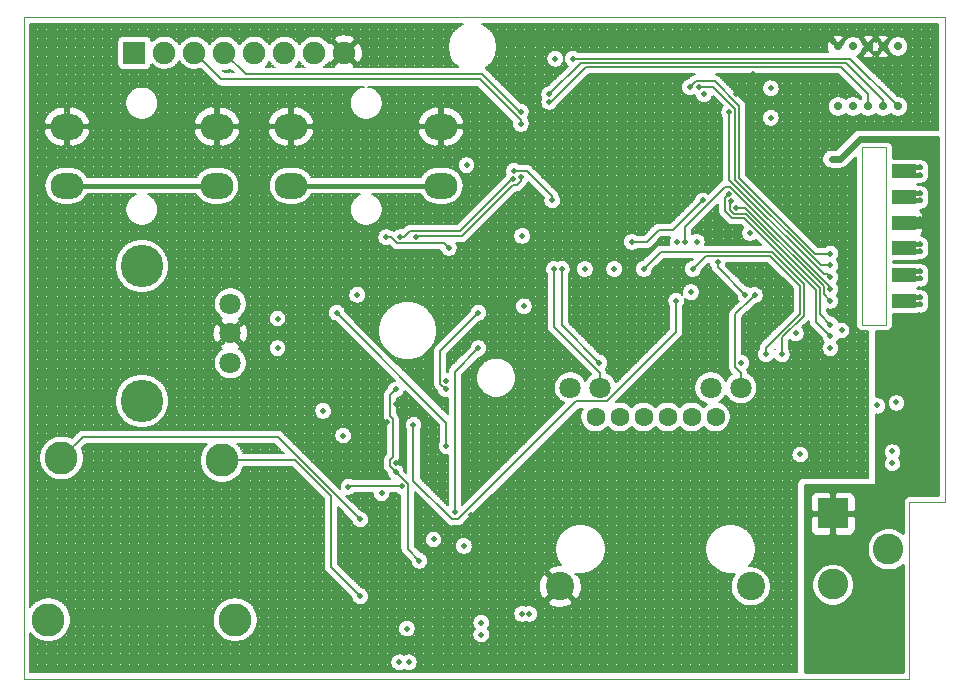
<source format=gbr>
%TF.GenerationSoftware,KiCad,Pcbnew,5.1.5-52549c5~84~ubuntu19.04.1*%
%TF.CreationDate,2020-04-18T11:31:06+00:00*%
%TF.ProjectId,alakol,616c616b-6f6c-42e6-9b69-6361645f7063,rev.1*%
%TF.SameCoordinates,Original*%
%TF.FileFunction,Copper,L4,Bot*%
%TF.FilePolarity,Positive*%
%FSLAX45Y45*%
G04 Gerber Fmt 4.5, Leading zero omitted, Abs format (unit mm)*
G04 Created by KiCad (PCBNEW 5.1.5-52549c5~84~ubuntu19.04.1) date 2020-04-18 11:31:06*
%MOMM*%
%LPD*%
G04 APERTURE LIST*
%ADD10C,0.100000*%
%ADD11C,2.800000*%
%ADD12C,1.600000*%
%ADD13C,2.400000*%
%ADD14C,1.800000*%
%ADD15R,1.900000X1.900000*%
%ADD16C,1.900000*%
%ADD17C,0.740000*%
%ADD18C,3.600000*%
%ADD19O,2.800000X2.200000*%
%ADD20R,2.600000X2.600000*%
%ADD21C,2.600000*%
%ADD22C,0.500000*%
%ADD23R,2.000000X1.200000*%
%ADD24C,0.200000*%
%ADD25C,0.400000*%
%ADD26C,0.600000*%
%ADD27C,0.254000*%
G04 APERTURE END LIST*
D10*
X12200000Y-15400000D02*
X12200000Y-15600000D01*
X19700000Y-15400000D02*
X19700000Y-15600000D01*
X12200000Y-14500000D02*
X12200000Y-15300000D01*
X19700000Y-14600000D02*
X19700000Y-15400000D01*
X12200000Y-15600000D02*
X19700000Y-15600000D01*
X12200000Y-15300000D02*
X12200000Y-15400000D01*
X12200000Y-14400000D02*
X12200000Y-14500000D01*
X12200000Y-10000000D02*
X12200000Y-14400000D01*
X12200000Y-10000000D02*
X18000000Y-10000000D01*
X19500000Y-12600000D02*
X19500000Y-11100000D01*
X19700000Y-14100000D02*
X19700000Y-14600000D01*
X20000000Y-14100000D02*
X19700000Y-14100000D01*
X20000000Y-12600000D02*
X20000000Y-14100000D01*
X20000000Y-10000000D02*
X18000000Y-10000000D01*
X20000000Y-11100000D02*
X20000000Y-10000000D01*
X20000000Y-12600000D02*
X20000000Y-11100000D01*
X19500000Y-11100000D02*
X19300000Y-11100000D01*
X19300000Y-12600000D02*
X19500000Y-12600000D01*
X19300000Y-11100000D02*
X19300000Y-12600000D01*
D11*
X13990000Y-15100000D03*
X12410000Y-15100000D03*
X12520000Y-13730000D03*
X13880000Y-13750000D03*
D12*
X17448400Y-13382400D03*
X17651600Y-13382400D03*
X17854800Y-13382400D03*
X18058000Y-13382400D03*
X17245200Y-13382400D03*
X17042000Y-13382400D03*
D13*
X16743550Y-14817500D03*
X18356450Y-14817500D03*
D14*
X17082640Y-13136000D03*
X16828640Y-13136000D03*
X18017360Y-13136000D03*
X18271360Y-13136000D03*
D15*
X13138000Y-10300000D03*
D16*
X13392000Y-10300000D03*
X13646000Y-10300000D03*
X13900000Y-10300000D03*
X14154000Y-10300000D03*
X14408000Y-10300000D03*
X14662000Y-10300000D03*
X14916000Y-10300000D03*
D17*
X19096000Y-10246000D03*
X19223000Y-10246000D03*
X19350000Y-10246000D03*
X19477000Y-10246000D03*
X19604000Y-10246000D03*
X19096000Y-10754000D03*
X19223000Y-10754000D03*
X19350000Y-10754000D03*
X19477000Y-10754000D03*
X19604000Y-10754000D03*
D18*
X13200000Y-12105000D03*
X13200000Y-13245000D03*
D14*
X13950000Y-12675000D03*
X13950000Y-12425000D03*
X13950000Y-12925000D03*
D19*
X14465000Y-11425000D03*
X14465000Y-10925000D03*
X15735000Y-11425000D03*
X15735000Y-10925000D03*
X13835000Y-10925000D03*
X13835000Y-11425000D03*
X12565000Y-10925000D03*
X12565000Y-11425000D03*
D20*
X19050000Y-14200000D03*
D21*
X19050000Y-14800000D03*
X19520000Y-14500000D03*
D22*
X18390000Y-12540000D03*
X18390000Y-12660000D03*
X18510000Y-12540000D03*
X18510000Y-12660000D03*
D23*
X19650000Y-11300000D03*
X19650000Y-11520000D03*
X19650000Y-11740000D03*
X19650000Y-11950000D03*
X19650000Y-12180000D03*
X19650000Y-12400000D03*
D22*
X18945000Y-12985000D03*
X19030000Y-12900000D03*
X19030000Y-12500000D03*
X15275000Y-13425000D03*
X15425000Y-13325000D03*
X15350000Y-13775000D03*
X15975000Y-13550000D03*
X14925000Y-14250000D03*
X14925000Y-14900000D03*
X18070000Y-11890000D03*
X15350000Y-13275000D03*
X16625000Y-13175000D03*
X18475000Y-13175000D03*
X18425000Y-12125000D03*
X18425000Y-12275000D03*
X15985526Y-14210526D03*
X19550000Y-13775000D03*
X19550000Y-13675000D03*
X14100000Y-13050000D03*
X14100000Y-12300000D03*
X15387500Y-12285000D03*
X15512500Y-12285000D03*
X15125000Y-12000000D03*
X18870000Y-11150000D03*
X18895000Y-11470000D03*
X19585000Y-13260000D03*
X19425000Y-13285000D03*
X16450000Y-14700000D03*
X16450000Y-15450000D03*
X14700000Y-14750000D03*
X14700000Y-14275000D03*
X15290000Y-15050000D03*
X15210000Y-15050000D03*
X14735000Y-13455000D03*
X14875000Y-13200000D03*
X16640000Y-11800000D03*
X16125000Y-11875000D03*
X16585000Y-10175000D03*
X18228025Y-10646975D03*
X18375000Y-10475000D03*
X16435000Y-12355000D03*
X16500000Y-12265000D03*
X18000000Y-12225000D03*
X18150000Y-12325000D03*
X18625000Y-13475000D03*
X18730000Y-13390000D03*
X18730000Y-13570000D03*
X19070000Y-13390000D03*
X19070000Y-13570000D03*
X19175000Y-13475000D03*
X17600000Y-11875000D03*
X17150000Y-11875000D03*
X18736288Y-12673542D03*
X18275000Y-12925000D03*
X16435000Y-12445000D03*
X17850000Y-12325000D03*
X19030000Y-12800000D03*
X19125000Y-12650000D03*
X16075000Y-15125000D03*
X16075000Y-15225000D03*
X18775000Y-13700000D03*
X14350000Y-12550000D03*
X15950000Y-11250000D03*
X15025000Y-12350000D03*
X17199760Y-12130000D03*
X16950000Y-12130000D03*
X15445000Y-15175000D03*
X14735000Y-13330000D03*
X16420000Y-11850000D03*
X14349999Y-12800000D03*
X16700000Y-10350000D03*
X17960000Y-10650000D03*
X18525000Y-10600000D03*
X18350000Y-11825000D03*
X17350000Y-11900000D03*
X17950000Y-11550000D03*
X18525000Y-10850000D03*
X18620000Y-12850000D03*
X17449474Y-12129474D03*
X19030000Y-12300000D03*
X17800000Y-11900000D03*
X18483803Y-12851440D03*
X17865240Y-12130054D03*
X19030000Y-12400000D03*
X18232704Y-11611814D03*
X19030000Y-12600000D03*
X18190241Y-11558511D03*
X19030000Y-12700000D03*
X18173159Y-11493747D03*
X19030000Y-12200000D03*
X18174518Y-10802740D03*
X19030000Y-12100000D03*
X17920000Y-10590241D03*
X19030000Y-12000000D03*
X17840000Y-10590000D03*
X16850240Y-10350000D03*
X16650000Y-10650000D03*
X18390000Y-12350000D03*
X15850000Y-14190000D03*
X16050000Y-12800000D03*
X15780000Y-13630000D03*
X14850000Y-12500000D03*
X16050000Y-12500000D03*
X15775000Y-13150000D03*
X15775000Y-13075000D03*
X15670000Y-14420000D03*
X15230000Y-14030000D03*
X14905000Y-13540000D03*
X15500000Y-13450000D03*
X17725000Y-12400000D03*
X14950000Y-13975000D03*
X17734760Y-11900000D03*
X15399475Y-13970525D03*
X15926000Y-14475000D03*
X17900000Y-11900000D03*
X15050000Y-14250000D03*
X15550000Y-14600000D03*
X15350000Y-13850000D03*
X15350000Y-13150000D03*
X18310000Y-12350000D03*
X18075000Y-12075000D03*
X16690000Y-12130000D03*
X16420000Y-15050000D03*
X16480000Y-15050000D03*
X19550000Y-13875000D03*
X19790000Y-11770000D03*
X19790000Y-11710000D03*
X19620000Y-12770000D03*
X19620000Y-12830000D03*
X19040000Y-11200000D03*
X19110000Y-11200000D03*
X19790000Y-12150000D03*
X19790000Y-12210000D03*
X19790000Y-12370000D03*
X19790000Y-12430000D03*
X17075000Y-12925000D03*
X16755240Y-12130000D03*
X19790000Y-11920000D03*
X19790000Y-11980000D03*
X19790000Y-11550000D03*
X19790000Y-11490000D03*
X19790000Y-11330000D03*
X19790000Y-11270000D03*
X16410525Y-10799474D03*
X16410000Y-10900480D03*
X15270000Y-11860000D03*
X15800000Y-11949760D03*
X16410000Y-11350000D03*
X15520000Y-11860000D03*
X15390000Y-11860000D03*
X16345526Y-11365526D03*
X15380000Y-15460000D03*
X15460000Y-15460000D03*
X15050000Y-14900000D03*
X16650000Y-10715240D03*
X16675000Y-11550000D03*
X16350240Y-11299760D03*
D24*
X17575000Y-11800000D02*
X17700000Y-11800000D01*
X17475000Y-11900000D02*
X17575000Y-11800000D01*
X17700000Y-11800000D02*
X17950000Y-11550000D01*
X17350000Y-11900000D02*
X17475000Y-11900000D01*
X17594190Y-11984759D02*
X17474474Y-12104474D01*
X18805241Y-12255403D02*
X18534597Y-11984759D01*
X17474474Y-12104474D02*
X17449474Y-12129474D01*
X18805241Y-12524597D02*
X18805241Y-12255403D01*
X18620000Y-12850000D02*
X18620000Y-12709838D01*
X18620000Y-12709838D02*
X18805241Y-12524597D01*
X18534597Y-11984759D02*
X17594190Y-11984759D01*
X17800000Y-11772550D02*
X18140530Y-11432020D01*
X18182505Y-11432020D02*
X19030000Y-12279515D01*
X18140530Y-11432020D02*
X18182505Y-11432020D01*
X19030000Y-12279515D02*
X19030000Y-12300000D01*
X17800000Y-11900000D02*
X17800000Y-11772550D01*
X18483803Y-12796197D02*
X18483803Y-12851440D01*
X18520000Y-12020000D02*
X18770000Y-12270000D01*
X18770000Y-12510000D02*
X18483803Y-12796197D01*
X18770000Y-12270000D02*
X18770000Y-12510000D01*
X17975295Y-12020000D02*
X18520000Y-12020000D01*
X17865240Y-12130054D02*
X17975295Y-12020000D01*
X19030000Y-12400000D02*
X18975723Y-12345723D01*
X18268060Y-11611814D02*
X18232704Y-11611814D01*
X18311330Y-11611814D02*
X18268060Y-11611814D01*
X18975723Y-12276208D02*
X18311330Y-11611814D01*
X18975723Y-12345723D02*
X18975723Y-12276208D01*
X18181035Y-11567717D02*
X18190241Y-11558511D01*
X18314436Y-11664759D02*
X18214597Y-11664759D01*
X18214597Y-11664759D02*
X18181035Y-11631197D01*
X18940482Y-12290805D02*
X18314436Y-11664759D01*
X18940482Y-12510482D02*
X18940482Y-12290805D01*
X19030000Y-12600000D02*
X18940482Y-12510482D01*
X18181035Y-11631197D02*
X18181035Y-11567717D01*
X18905241Y-12575241D02*
X18905241Y-12305403D01*
X18148159Y-11518747D02*
X18173159Y-11493747D01*
X18200000Y-11700000D02*
X18140000Y-11640000D01*
X18905241Y-12305403D02*
X18299838Y-11700000D01*
X18140000Y-11640000D02*
X18140000Y-11526906D01*
X19030000Y-12700000D02*
X18905241Y-12575241D01*
X18140000Y-11526906D02*
X18148159Y-11518747D01*
X18299838Y-11700000D02*
X18200000Y-11700000D01*
X19030000Y-12200000D02*
X19005000Y-12175000D01*
X19005000Y-12175000D02*
X18975323Y-12175000D01*
X18975323Y-12175000D02*
X18174518Y-11374195D01*
X18174518Y-11374195D02*
X18174518Y-10838095D01*
X18174518Y-10838095D02*
X18174518Y-10802740D01*
X17955355Y-10590241D02*
X17920000Y-10590241D01*
X18224759Y-11374597D02*
X18224759Y-10774444D01*
X19030000Y-12100000D02*
X18950162Y-12100000D01*
X18224759Y-10774444D02*
X18040556Y-10590241D01*
X18950162Y-12100000D02*
X18224759Y-11374597D01*
X18040556Y-10590241D02*
X17955355Y-10590241D01*
X18050000Y-10540000D02*
X18260000Y-10750000D01*
X18260000Y-11360000D02*
X18900000Y-12000000D01*
X18260000Y-10750000D02*
X18260000Y-11360000D01*
X17890000Y-10540000D02*
X18050000Y-10540000D01*
X18900000Y-12000000D02*
X19030000Y-12000000D01*
X17840000Y-10590000D02*
X17890000Y-10540000D01*
X19200000Y-10350000D02*
X19604000Y-10754000D01*
X16850240Y-10350000D02*
X19200000Y-10350000D01*
X19475326Y-10700000D02*
X19477000Y-10701674D01*
X19475000Y-10700000D02*
X19475326Y-10700000D01*
X19160241Y-10385241D02*
X19475000Y-10700000D01*
X19477000Y-10701674D02*
X19477000Y-10754000D01*
X16914759Y-10385241D02*
X19160241Y-10385241D01*
X16650000Y-10650000D02*
X16914759Y-10385241D01*
X18224760Y-12515240D02*
X18365000Y-12375000D01*
X18224760Y-12962121D02*
X18224760Y-12515240D01*
X18365000Y-12375000D02*
X18390000Y-12350000D01*
X18271360Y-13008721D02*
X18224760Y-12962121D01*
X18271360Y-13136000D02*
X18271360Y-13008721D01*
X15850000Y-13000000D02*
X15850000Y-14190000D01*
X16050000Y-12800000D02*
X15850000Y-13000000D01*
X15780000Y-13430000D02*
X15780000Y-13630000D01*
X14850000Y-12500000D02*
X15780000Y-13430000D01*
D25*
X15735000Y-11425000D02*
X14465000Y-11425000D01*
X13835000Y-11425000D02*
X12565000Y-11425000D01*
D24*
X15724760Y-13099760D02*
X15775000Y-13150000D01*
X15724760Y-12825240D02*
X15724760Y-13099760D01*
X16050000Y-12500000D02*
X15724760Y-12825240D01*
X17725000Y-12664195D02*
X17725000Y-12400000D01*
X15500000Y-13925000D02*
X15825000Y-14250000D01*
X16873760Y-13251240D02*
X17137955Y-13251240D01*
X15875000Y-14250000D02*
X16873760Y-13251240D01*
X15825000Y-14250000D02*
X15875000Y-14250000D01*
X17137955Y-13251240D02*
X17725000Y-12664195D01*
X15500000Y-13450000D02*
X15500000Y-13925000D01*
X14954475Y-13970525D02*
X14950000Y-13975000D01*
X15399475Y-13970525D02*
X14954475Y-13970525D01*
X14350000Y-13550000D02*
X15025000Y-14225000D01*
X15025000Y-14225000D02*
X15050000Y-14250000D01*
X12700000Y-13550000D02*
X14350000Y-13550000D01*
X12520000Y-13730000D02*
X12700000Y-13550000D01*
X15325000Y-13825000D02*
X15350000Y-13850000D01*
X15299760Y-13799760D02*
X15325000Y-13825000D01*
X15299760Y-13750885D02*
X15299760Y-13799760D01*
X15325240Y-13725404D02*
X15299760Y-13750885D01*
X15325240Y-13400885D02*
X15325240Y-13725404D01*
X15299760Y-13375404D02*
X15325240Y-13400885D01*
X15299760Y-13200240D02*
X15299760Y-13375404D01*
X15350000Y-13150000D02*
X15299760Y-13200240D01*
X15350000Y-13850000D02*
X15450000Y-13950000D01*
X15450000Y-14500000D02*
X15550000Y-14600000D01*
X15450000Y-13950000D02*
X15450000Y-14500000D01*
X18075000Y-12115000D02*
X18310000Y-12350000D01*
X18075000Y-12075000D02*
X18075000Y-12115000D01*
X17082640Y-13012640D02*
X16690000Y-12620000D01*
X17082640Y-13136000D02*
X17082640Y-13012640D01*
X16690000Y-12160000D02*
X16690000Y-12130000D01*
X16690000Y-12620000D02*
X16690000Y-12160000D01*
X16690000Y-12160000D02*
X16690000Y-12140000D01*
D25*
X19680000Y-11770000D02*
X19650000Y-11740000D01*
X19790000Y-11770000D02*
X19680000Y-11770000D01*
X19680000Y-11710000D02*
X19650000Y-11740000D01*
X19790000Y-11710000D02*
X19680000Y-11710000D01*
D26*
X19040000Y-11200000D02*
X19110000Y-11200000D01*
X19280000Y-11030000D02*
X19700000Y-11030000D01*
X19110000Y-11200000D02*
X19280000Y-11030000D01*
D25*
X19680000Y-12210000D02*
X19650000Y-12180000D01*
X19790000Y-12210000D02*
X19680000Y-12210000D01*
X19680000Y-12150000D02*
X19650000Y-12180000D01*
X19790000Y-12150000D02*
X19680000Y-12150000D01*
X19680000Y-12370000D02*
X19650000Y-12400000D01*
X19790000Y-12370000D02*
X19680000Y-12370000D01*
X19680000Y-12430000D02*
X19650000Y-12400000D01*
X19790000Y-12430000D02*
X19680000Y-12430000D01*
D24*
X17075000Y-12925000D02*
X16755240Y-12605240D01*
X16755240Y-12160000D02*
X16755240Y-12130000D01*
X16755240Y-12605240D02*
X16755240Y-12160000D01*
X16755240Y-12160000D02*
X16755240Y-12140000D01*
D25*
X19680000Y-11920000D02*
X19650000Y-11950000D01*
X19790000Y-11920000D02*
X19680000Y-11920000D01*
X19680000Y-11980000D02*
X19650000Y-11950000D01*
X19790000Y-11980000D02*
X19680000Y-11980000D01*
X19680000Y-11550000D02*
X19650000Y-11520000D01*
X19790000Y-11550000D02*
X19680000Y-11550000D01*
X19680000Y-11490000D02*
X19650000Y-11520000D01*
X19790000Y-11490000D02*
X19680000Y-11490000D01*
X19680000Y-11330000D02*
X19650000Y-11300000D01*
X19790000Y-11330000D02*
X19680000Y-11330000D01*
X19680000Y-11270000D02*
X19650000Y-11300000D01*
X19790000Y-11270000D02*
X19680000Y-11270000D01*
D24*
X16399474Y-10799474D02*
X16410525Y-10799474D01*
X16080000Y-10480000D02*
X16399474Y-10799474D01*
X14080000Y-10480000D02*
X16080000Y-10480000D01*
X13900000Y-10300000D02*
X14080000Y-10480000D01*
X16065241Y-10525241D02*
X13871241Y-10525241D01*
X16410000Y-10870000D02*
X16065241Y-10525241D01*
X13741000Y-10395000D02*
X13646000Y-10300000D01*
X13871241Y-10525241D02*
X13741000Y-10395000D01*
X16410000Y-10900480D02*
X16410000Y-10870000D01*
X15310000Y-11860000D02*
X15270000Y-11860000D01*
X15760480Y-11910240D02*
X15800000Y-11949760D01*
X15360240Y-11910240D02*
X15760480Y-11910240D01*
X15310000Y-11860000D02*
X15360240Y-11910240D01*
X15530000Y-11850000D02*
X15520000Y-11860000D01*
X15910000Y-11850000D02*
X15530000Y-11850000D01*
X16344234Y-11415766D02*
X15910000Y-11850000D01*
X16379589Y-11415766D02*
X16344234Y-11415766D01*
X16410000Y-11385355D02*
X16379589Y-11415766D01*
X16410000Y-11350000D02*
X16410000Y-11385355D01*
X16335526Y-11365526D02*
X16345526Y-11365526D01*
X15891292Y-11809760D02*
X16335526Y-11365526D01*
X15470240Y-11809760D02*
X15891292Y-11809760D01*
X15420000Y-11860000D02*
X15470240Y-11809760D01*
X15390000Y-11860000D02*
X15420000Y-11860000D01*
X14800000Y-14050000D02*
X14800000Y-14650000D01*
X14500000Y-13750000D02*
X14800000Y-14050000D01*
X14800000Y-14650000D02*
X15050000Y-14900000D01*
X13880000Y-13750000D02*
X14500000Y-13750000D01*
X19350000Y-10650000D02*
X19350000Y-10754000D01*
X16664760Y-10715240D02*
X16959518Y-10420482D01*
X19120482Y-10420482D02*
X19350000Y-10650000D01*
X16959518Y-10420482D02*
X19120482Y-10420482D01*
X16650000Y-10715240D02*
X16664760Y-10715240D01*
X16460115Y-11299760D02*
X16350240Y-11299760D01*
X16675000Y-11514645D02*
X16460115Y-11299760D01*
X16675000Y-11550000D02*
X16675000Y-11514645D01*
X15922015Y-10055000D02*
X12255000Y-10055000D01*
X19945000Y-10055000D02*
X16077985Y-10055000D01*
X15885413Y-10074000D02*
X12255000Y-10074000D01*
X19945000Y-10074000D02*
X16114587Y-10074000D01*
X15860015Y-10093000D02*
X12255000Y-10093000D01*
X19945000Y-10093000D02*
X16139985Y-10093000D01*
X15841015Y-10112000D02*
X12255000Y-10112000D01*
X19945000Y-10112000D02*
X16158985Y-10112000D01*
X15826948Y-10131000D02*
X12255000Y-10131000D01*
X19945000Y-10131000D02*
X16173052Y-10131000D01*
X14872445Y-10150000D02*
X12255000Y-10150000D01*
X15814253Y-10150000D02*
X14958608Y-10150000D01*
X19077190Y-10150000D02*
X16185747Y-10150000D01*
X19331190Y-10150000D02*
X19114747Y-10150000D01*
X19458190Y-10150000D02*
X19368747Y-10150000D01*
X19945000Y-10150000D02*
X19495747Y-10150000D01*
X13008051Y-10169000D02*
X12255000Y-10169000D01*
X13329359Y-10169000D02*
X13267949Y-10169000D01*
X13583359Y-10169000D02*
X13454641Y-10169000D01*
X13837359Y-10169000D02*
X13708641Y-10169000D01*
X14091359Y-10169000D02*
X13962641Y-10169000D01*
X14345359Y-10169000D02*
X14216641Y-10169000D01*
X14599359Y-10169000D02*
X14470641Y-10169000D01*
X14835345Y-10169000D02*
X14724641Y-10169000D01*
X15806249Y-10169000D02*
X14996655Y-10169000D01*
X19050158Y-10169000D02*
X16193751Y-10169000D01*
X19181643Y-10169000D02*
X19141842Y-10169000D01*
X19304158Y-10169000D02*
X19264357Y-10169000D01*
X19431158Y-10169000D02*
X19395842Y-10169000D01*
X19562643Y-10169000D02*
X19522842Y-10169000D01*
X19945000Y-10169000D02*
X19645357Y-10169000D01*
X12995907Y-10188000D02*
X12255000Y-10188000D01*
X13298939Y-10188000D02*
X13280093Y-10188000D01*
X13552939Y-10188000D02*
X13485061Y-10188000D01*
X13806939Y-10188000D02*
X13739061Y-10188000D01*
X14060939Y-10188000D02*
X13993061Y-10188000D01*
X14314939Y-10188000D02*
X14247061Y-10188000D01*
X14568939Y-10188000D02*
X14501061Y-10188000D01*
X14828192Y-10188000D02*
X14755061Y-10188000D01*
X15798379Y-10188000D02*
X15003808Y-10188000D01*
X19059779Y-10188000D02*
X16201621Y-10188000D01*
X19157963Y-10188000D02*
X19132221Y-10188000D01*
X19313779Y-10188000D02*
X19288037Y-10188000D01*
X19440779Y-10188000D02*
X19386221Y-10188000D01*
X19538963Y-10188000D02*
X19513221Y-10188000D01*
X19945000Y-10188000D02*
X19669037Y-10188000D01*
X12992758Y-10207000D02*
X12255000Y-10207000D01*
X13533939Y-10207000D02*
X13504061Y-10207000D01*
X13787939Y-10207000D02*
X13758061Y-10207000D01*
X14041939Y-10207000D02*
X14012061Y-10207000D01*
X14295939Y-10207000D02*
X14266061Y-10207000D01*
X14549939Y-10207000D02*
X14520061Y-10207000D01*
X14844779Y-10207000D02*
X14774061Y-10207000D01*
X15794439Y-10207000D02*
X14987221Y-10207000D01*
X19006239Y-10207000D02*
X16205561Y-10207000D01*
X19078779Y-10207000D02*
X19035221Y-10207000D01*
X19144986Y-10207000D02*
X19113221Y-10207000D01*
X19332779Y-10207000D02*
X19301014Y-10207000D01*
X19387239Y-10207000D02*
X19367221Y-10207000D01*
X19459779Y-10207000D02*
X19439890Y-10207000D01*
X19525986Y-10207000D02*
X19494221Y-10207000D01*
X19945000Y-10207000D02*
X19682014Y-10207000D01*
X12992758Y-10226000D02*
X12255000Y-10226000D01*
X13521055Y-10226000D02*
X13516945Y-10226000D01*
X13775055Y-10226000D02*
X13770945Y-10226000D01*
X14029055Y-10226000D02*
X14024945Y-10226000D01*
X14283055Y-10226000D02*
X14278945Y-10226000D01*
X14537055Y-10226000D02*
X14532945Y-10226000D01*
X14863779Y-10226000D02*
X14820221Y-10226000D01*
X15011779Y-10226000D02*
X14968221Y-10226000D01*
X15790660Y-10226000D02*
X15053826Y-10226000D01*
X19000224Y-10226000D02*
X16209340Y-10226000D01*
X19137779Y-10226000D02*
X19054221Y-10226000D01*
X19381224Y-10226000D02*
X19308221Y-10226000D01*
X19518779Y-10226000D02*
X19445739Y-10226000D01*
X19945000Y-10226000D02*
X19688726Y-10226000D01*
X12992758Y-10245000D02*
X12255000Y-10245000D01*
X14882779Y-10245000D02*
X14839221Y-10245000D01*
X14992779Y-10245000D02*
X14949221Y-10245000D01*
X15790000Y-10245000D02*
X15061773Y-10245000D01*
X18998161Y-10245000D02*
X16210000Y-10245000D01*
X19118779Y-10245000D02*
X19073221Y-10245000D01*
X19372779Y-10245000D02*
X19327221Y-10245000D01*
X19499779Y-10245000D02*
X19454221Y-10245000D01*
X19945000Y-10245000D02*
X19691000Y-10245000D01*
X12992758Y-10264000D02*
X12255000Y-10264000D01*
X14901779Y-10264000D02*
X14858221Y-10264000D01*
X14973779Y-10264000D02*
X14930221Y-10264000D01*
X15790000Y-10264000D02*
X15068036Y-10264000D01*
X18999822Y-10264000D02*
X16210000Y-10264000D01*
X19102607Y-10264000D02*
X19089393Y-10264000D01*
X19380822Y-10264000D02*
X19310221Y-10264000D01*
X19516779Y-10264000D02*
X19446133Y-10264000D01*
X19945000Y-10264000D02*
X19689124Y-10264000D01*
X12992758Y-10283000D02*
X12255000Y-10283000D01*
X14954779Y-10283000D02*
X14877221Y-10283000D01*
X15792450Y-10283000D02*
X15071052Y-10283000D01*
X16665768Y-10283000D02*
X16207550Y-10283000D01*
X16816008Y-10283000D02*
X16734232Y-10283000D01*
X19005281Y-10283000D02*
X16884472Y-10283000D01*
X19334779Y-10283000D02*
X19301842Y-10283000D01*
X19386281Y-10283000D02*
X19365221Y-10283000D01*
X19461779Y-10283000D02*
X19440543Y-10283000D01*
X19525158Y-10283000D02*
X19492221Y-10283000D01*
X19945000Y-10283000D02*
X19682842Y-10283000D01*
X12992758Y-10302000D02*
X12255000Y-10302000D01*
X14939779Y-10302000D02*
X14892221Y-10302000D01*
X15796229Y-10302000D02*
X15071840Y-10302000D01*
X16641934Y-10302000D02*
X16203771Y-10302000D01*
X16792174Y-10302000D02*
X16758066Y-10302000D01*
X19315779Y-10302000D02*
X19290037Y-10302000D01*
X19442779Y-10302000D02*
X19384221Y-10302000D01*
X19536963Y-10302000D02*
X19511221Y-10302000D01*
X19945000Y-10302000D02*
X19671037Y-10302000D01*
X12992758Y-10321000D02*
X12255000Y-10321000D01*
X14958779Y-10321000D02*
X14873221Y-10321000D01*
X15802107Y-10321000D02*
X15071100Y-10321000D01*
X16630833Y-10321000D02*
X16197893Y-10321000D01*
X16781073Y-10321000D02*
X16769167Y-10321000D01*
X19303922Y-10321000D02*
X19267350Y-10321000D01*
X19430922Y-10321000D02*
X19396078Y-10321000D01*
X19559650Y-10321000D02*
X19523078Y-10321000D01*
X19945000Y-10321000D02*
X19648350Y-10321000D01*
X12992758Y-10340000D02*
X12255000Y-10340000D01*
X14897779Y-10340000D02*
X14854221Y-10340000D01*
X14977779Y-10340000D02*
X14934221Y-10340000D01*
X15809977Y-10340000D02*
X15066625Y-10340000D01*
X16625520Y-10340000D02*
X16190023Y-10340000D01*
X16775760Y-10340000D02*
X16774480Y-10340000D01*
X19321839Y-10340000D02*
X19274853Y-10340000D01*
X19448839Y-10340000D02*
X19377914Y-10340000D01*
X19945000Y-10340000D02*
X19504914Y-10340000D01*
X12992758Y-10359000D02*
X12255000Y-10359000D01*
X14878779Y-10359000D02*
X14835221Y-10359000D01*
X14996779Y-10359000D02*
X14953221Y-10359000D01*
X15820266Y-10359000D02*
X15060357Y-10359000D01*
X16625321Y-10359000D02*
X16179733Y-10359000D01*
X16775561Y-10359000D02*
X16774679Y-10359000D01*
X19945000Y-10359000D02*
X19293853Y-10359000D01*
X12992758Y-10378000D02*
X12255000Y-10378000D01*
X13523728Y-10378000D02*
X13514272Y-10378000D01*
X14859779Y-10378000D02*
X14816221Y-10378000D01*
X15015779Y-10378000D02*
X14972221Y-10378000D01*
X15832962Y-10378000D02*
X15051606Y-10378000D01*
X16630418Y-10378000D02*
X16167038Y-10378000D01*
X16780659Y-10378000D02*
X16769581Y-10378000D01*
X19945000Y-10378000D02*
X19312853Y-10378000D01*
X12992955Y-10397000D02*
X12255000Y-10397000D01*
X13283939Y-10397000D02*
X13283045Y-10397000D01*
X13537939Y-10397000D02*
X13500061Y-10397000D01*
X14840779Y-10397000D02*
X14770061Y-10397000D01*
X15850015Y-10397000D02*
X14991221Y-10397000D01*
X16641203Y-10397000D02*
X16149985Y-10397000D01*
X16791443Y-10397000D02*
X16758797Y-10397000D01*
X19945000Y-10397000D02*
X19331853Y-10397000D01*
X12997530Y-10416000D02*
X12255000Y-10416000D01*
X13304613Y-10416000D02*
X13278470Y-10416000D01*
X13558613Y-10416000D02*
X13479387Y-10416000D01*
X14829698Y-10416000D02*
X14749387Y-10416000D01*
X15870446Y-10416000D02*
X15002302Y-10416000D01*
X16663780Y-10416000D02*
X16129553Y-10416000D01*
X16799147Y-10416000D02*
X16736220Y-10416000D01*
X19945000Y-10416000D02*
X19350853Y-10416000D01*
X13012925Y-10435000D02*
X12255000Y-10435000D01*
X13339016Y-10435000D02*
X13263075Y-10435000D01*
X13593016Y-10435000D02*
X13444984Y-10435000D01*
X16780147Y-10435000D02*
X16119746Y-10435000D01*
X19945000Y-10435000D02*
X19369853Y-10435000D01*
X13715147Y-10454000D02*
X12255000Y-10454000D01*
X16761147Y-10454000D02*
X16138853Y-10454000D01*
X19945000Y-10454000D02*
X19388853Y-10454000D01*
X13734147Y-10473000D02*
X12255000Y-10473000D01*
X16742147Y-10473000D02*
X16157853Y-10473000D01*
X19945000Y-10473000D02*
X19407853Y-10473000D01*
X13753147Y-10492000D02*
X12255000Y-10492000D01*
X16723147Y-10492000D02*
X16176853Y-10492000D01*
X17853910Y-10492000D02*
X16972853Y-10492000D01*
X19107147Y-10492000D02*
X18086091Y-10492000D01*
X19945000Y-10492000D02*
X19426853Y-10492000D01*
X13772147Y-10511000D02*
X12255000Y-10511000D01*
X16704147Y-10511000D02*
X16195853Y-10511000D01*
X17834147Y-10511000D02*
X16953853Y-10511000D01*
X19126147Y-10511000D02*
X18105853Y-10511000D01*
X19945000Y-10511000D02*
X19445853Y-10511000D01*
X13791147Y-10530000D02*
X12255000Y-10530000D01*
X16685147Y-10530000D02*
X16214853Y-10530000D01*
X17794800Y-10530000D02*
X16934853Y-10530000D01*
X18498011Y-10530000D02*
X18124853Y-10530000D01*
X19145147Y-10530000D02*
X18551990Y-10530000D01*
X19945000Y-10530000D02*
X19464853Y-10530000D01*
X13810147Y-10549000D02*
X12255000Y-10549000D01*
X16666147Y-10549000D02*
X16233853Y-10549000D01*
X17777194Y-10549000D02*
X16915853Y-10549000D01*
X18469934Y-10549000D02*
X18143853Y-10549000D01*
X19164147Y-10549000D02*
X18580066Y-10549000D01*
X19945000Y-10549000D02*
X19483853Y-10549000D01*
X13828764Y-10568000D02*
X12255000Y-10568000D01*
X16647147Y-10568000D02*
X16252853Y-10568000D01*
X17767933Y-10568000D02*
X16896853Y-10568000D01*
X18457076Y-10568000D02*
X18162853Y-10568000D01*
X19183147Y-10568000D02*
X18592925Y-10568000D01*
X19945000Y-10568000D02*
X19502853Y-10568000D01*
X13176156Y-10587000D02*
X12255000Y-10587000D01*
X15076156Y-10587000D02*
X13223844Y-10587000D01*
X16042147Y-10587000D02*
X15123844Y-10587000D01*
X16609290Y-10587000D02*
X16271853Y-10587000D01*
X17765000Y-10587000D02*
X16877853Y-10587000D01*
X18451117Y-10587000D02*
X18181853Y-10587000D01*
X19202147Y-10587000D02*
X18598884Y-10587000D01*
X19945000Y-10587000D02*
X19521853Y-10587000D01*
X13126103Y-10606000D02*
X12255000Y-10606000D01*
X15026103Y-10606000D02*
X13273897Y-10606000D01*
X16061147Y-10606000D02*
X15173897Y-10606000D01*
X16589198Y-10606000D02*
X16290853Y-10606000D01*
X17766713Y-10606000D02*
X16858853Y-10606000D01*
X18450000Y-10606000D02*
X18200853Y-10606000D01*
X19221147Y-10606000D02*
X18600000Y-10606000D01*
X19945000Y-10606000D02*
X19540853Y-10606000D01*
X13102010Y-10625000D02*
X12255000Y-10625000D01*
X15002010Y-10625000D02*
X13297990Y-10625000D01*
X16080147Y-10625000D02*
X15197990Y-10625000D01*
X16579176Y-10625000D02*
X16309853Y-10625000D01*
X17773318Y-10625000D02*
X16839853Y-10625000D01*
X18454176Y-10625000D02*
X18219853Y-10625000D01*
X19240147Y-10625000D02*
X18595824Y-10625000D01*
X19945000Y-10625000D02*
X19559853Y-10625000D01*
X13085746Y-10644000D02*
X12255000Y-10644000D01*
X14985746Y-10644000D02*
X13314254Y-10644000D01*
X16099147Y-10644000D02*
X15214254Y-10644000D01*
X16575000Y-10644000D02*
X16328853Y-10644000D01*
X17787934Y-10644000D02*
X16820853Y-10644000D01*
X18464198Y-10644000D02*
X18238853Y-10644000D01*
X19259147Y-10644000D02*
X18585802Y-10644000D01*
X19945000Y-10644000D02*
X19578853Y-10644000D01*
X13074146Y-10663000D02*
X12255000Y-10663000D01*
X14974146Y-10663000D02*
X13325854Y-10663000D01*
X16118147Y-10663000D02*
X15225854Y-10663000D01*
X16576116Y-10663000D02*
X16347853Y-10663000D01*
X17822558Y-10663000D02*
X16801853Y-10663000D01*
X17886117Y-10663000D02*
X17857442Y-10663000D01*
X18484290Y-10663000D02*
X18257853Y-10663000D01*
X19278147Y-10663000D02*
X18565710Y-10663000D01*
X19945000Y-10663000D02*
X19597853Y-10663000D01*
X13066276Y-10682000D02*
X12255000Y-10682000D01*
X14966276Y-10682000D02*
X13333724Y-10682000D01*
X16137147Y-10682000D02*
X15233724Y-10682000D01*
X16582075Y-10682000D02*
X16366853Y-10682000D01*
X17892075Y-10682000D02*
X16782853Y-10682000D01*
X18047463Y-10682000D02*
X18027925Y-10682000D01*
X19047160Y-10682000D02*
X18276853Y-10682000D01*
X19174160Y-10682000D02*
X19144840Y-10682000D01*
X19290000Y-10682000D02*
X19271840Y-10682000D01*
X19945000Y-10682000D02*
X19652840Y-10682000D01*
X13062031Y-10701000D02*
X12255000Y-10701000D01*
X14962031Y-10701000D02*
X13337969Y-10701000D01*
X16156147Y-10701000D02*
X15237969Y-10701000D01*
X16576363Y-10701000D02*
X16385853Y-10701000D01*
X17904934Y-10701000D02*
X16763853Y-10701000D01*
X18066463Y-10701000D02*
X18015066Y-10701000D01*
X19026780Y-10701000D02*
X18295853Y-10701000D01*
X19945000Y-10701000D02*
X19673221Y-10701000D01*
X13060000Y-10720000D02*
X12255000Y-10720000D01*
X14960000Y-10720000D02*
X13340000Y-10720000D01*
X16175147Y-10720000D02*
X15240000Y-10720000D01*
X16575000Y-10720000D02*
X16404853Y-10720000D01*
X17933011Y-10720000D02*
X16744853Y-10720000D01*
X18085463Y-10720000D02*
X17986989Y-10720000D01*
X19015915Y-10720000D02*
X18311998Y-10720000D01*
X19945000Y-10720000D02*
X19684085Y-10720000D01*
X13060042Y-10739000D02*
X12255000Y-10739000D01*
X14960042Y-10739000D02*
X13339958Y-10739000D01*
X16194147Y-10739000D02*
X15239958Y-10739000D01*
X16578662Y-10739000D02*
X16455017Y-10739000D01*
X18104463Y-10739000D02*
X16725853Y-10739000D01*
X19010279Y-10739000D02*
X18319207Y-10739000D01*
X19945000Y-10739000D02*
X19689721Y-10739000D01*
X12495678Y-10758000D02*
X12255000Y-10758000D01*
X12599270Y-10758000D02*
X12530730Y-10758000D01*
X13063821Y-10758000D02*
X12634322Y-10758000D01*
X13765678Y-10758000D02*
X13336179Y-10758000D01*
X13869270Y-10758000D02*
X13800730Y-10758000D01*
X14395678Y-10758000D02*
X13904322Y-10758000D01*
X14499270Y-10758000D02*
X14430730Y-10758000D01*
X14963821Y-10758000D02*
X14534322Y-10758000D01*
X15665678Y-10758000D02*
X15236179Y-10758000D01*
X15769270Y-10758000D02*
X15700730Y-10758000D01*
X16213147Y-10758000D02*
X15804322Y-10758000D01*
X16588369Y-10758000D02*
X16473015Y-10758000D01*
X18114211Y-10758000D02*
X16711630Y-10758000D01*
X19009000Y-10758000D02*
X18320000Y-10758000D01*
X19945000Y-10758000D02*
X19691000Y-10758000D01*
X12448643Y-10777000D02*
X12255000Y-10777000D01*
X12580400Y-10777000D02*
X12549600Y-10777000D01*
X13070004Y-10777000D02*
X12681357Y-10777000D01*
X13718643Y-10777000D02*
X13329996Y-10777000D01*
X13850400Y-10777000D02*
X13819600Y-10777000D01*
X14348643Y-10777000D02*
X13951357Y-10777000D01*
X14480400Y-10777000D02*
X14449600Y-10777000D01*
X14970004Y-10777000D02*
X14581357Y-10777000D01*
X15618643Y-10777000D02*
X15229996Y-10777000D01*
X15750400Y-10777000D02*
X15719600Y-10777000D01*
X16232147Y-10777000D02*
X15851357Y-10777000D01*
X16607433Y-10777000D02*
X16482396Y-10777000D01*
X18104000Y-10777000D02*
X16692566Y-10777000D01*
X18507559Y-10777000D02*
X18320000Y-10777000D01*
X19011870Y-10777000D02*
X18542442Y-10777000D01*
X19945000Y-10777000D02*
X19688130Y-10777000D01*
X12422157Y-10796000D02*
X12255000Y-10796000D01*
X12580400Y-10796000D02*
X12549600Y-10796000D01*
X13079064Y-10796000D02*
X12707843Y-10796000D01*
X13692157Y-10796000D02*
X13320936Y-10796000D01*
X13850400Y-10796000D02*
X13819600Y-10796000D01*
X14322157Y-10796000D02*
X13977843Y-10796000D01*
X14480400Y-10796000D02*
X14449600Y-10796000D01*
X14979064Y-10796000D02*
X14607843Y-10796000D01*
X15592157Y-10796000D02*
X15220936Y-10796000D01*
X15750400Y-10796000D02*
X15719600Y-10796000D01*
X16251147Y-10796000D02*
X15877843Y-10796000D01*
X18099518Y-10796000D02*
X16485525Y-10796000D01*
X18472934Y-10796000D02*
X18320000Y-10796000D01*
X19019429Y-10796000D02*
X18577066Y-10796000D01*
X19945000Y-10796000D02*
X19680571Y-10796000D01*
X12403039Y-10815000D02*
X12255000Y-10815000D01*
X12580400Y-10815000D02*
X12549600Y-10815000D01*
X13092010Y-10815000D02*
X12726961Y-10815000D01*
X13673039Y-10815000D02*
X13307990Y-10815000D01*
X13850400Y-10815000D02*
X13819600Y-10815000D01*
X14303039Y-10815000D02*
X13996961Y-10815000D01*
X14480400Y-10815000D02*
X14449600Y-10815000D01*
X14992010Y-10815000D02*
X14626961Y-10815000D01*
X15573039Y-10815000D02*
X15207990Y-10815000D01*
X15750400Y-10815000D02*
X15719600Y-10815000D01*
X16270147Y-10815000D02*
X15896961Y-10815000D01*
X18100487Y-10815000D02*
X16483906Y-10815000D01*
X18458318Y-10815000D02*
X18320000Y-10815000D01*
X19033963Y-10815000D02*
X18591682Y-10815000D01*
X19160963Y-10815000D02*
X19158037Y-10815000D01*
X19287963Y-10815000D02*
X19285037Y-10815000D01*
X19414963Y-10815000D02*
X19412037Y-10815000D01*
X19541963Y-10815000D02*
X19539037Y-10815000D01*
X19945000Y-10815000D02*
X19666037Y-10815000D01*
X12389616Y-10834000D02*
X12255000Y-10834000D01*
X12580400Y-10834000D02*
X12549600Y-10834000D01*
X13111137Y-10834000D02*
X12740384Y-10834000D01*
X13659616Y-10834000D02*
X13288863Y-10834000D01*
X13850400Y-10834000D02*
X13819600Y-10834000D01*
X14289616Y-10834000D02*
X14010384Y-10834000D01*
X14480400Y-10834000D02*
X14449600Y-10834000D01*
X15011137Y-10834000D02*
X14640384Y-10834000D01*
X15559616Y-10834000D02*
X15188863Y-10834000D01*
X15750400Y-10834000D02*
X15719600Y-10834000D01*
X16289147Y-10834000D02*
X15910384Y-10834000D01*
X18106287Y-10834000D02*
X16477403Y-10834000D01*
X18451713Y-10834000D02*
X18320000Y-10834000D01*
X19061795Y-10834000D02*
X18598287Y-10834000D01*
X19188795Y-10834000D02*
X19130205Y-10834000D01*
X19315795Y-10834000D02*
X19257205Y-10834000D01*
X19442795Y-10834000D02*
X19384205Y-10834000D01*
X19569795Y-10834000D02*
X19511205Y-10834000D01*
X19945000Y-10834000D02*
X19638205Y-10834000D01*
X12379601Y-10853000D02*
X12255000Y-10853000D01*
X12580400Y-10853000D02*
X12549600Y-10853000D01*
X13143182Y-10853000D02*
X12750399Y-10853000D01*
X13649601Y-10853000D02*
X13256818Y-10853000D01*
X13850400Y-10853000D02*
X13819600Y-10853000D01*
X14279601Y-10853000D02*
X14020399Y-10853000D01*
X14480400Y-10853000D02*
X14449600Y-10853000D01*
X15043182Y-10853000D02*
X14650399Y-10853000D01*
X15549601Y-10853000D02*
X15156818Y-10853000D01*
X15750400Y-10853000D02*
X15719600Y-10853000D01*
X16308147Y-10853000D02*
X15920399Y-10853000D01*
X18114518Y-10853000D02*
X16468477Y-10853000D01*
X18450000Y-10853000D02*
X18320000Y-10853000D01*
X19945000Y-10853000D02*
X18600000Y-10853000D01*
X12371463Y-10872000D02*
X12255000Y-10872000D01*
X12580400Y-10872000D02*
X12549600Y-10872000D01*
X13641463Y-10872000D02*
X12758537Y-10872000D01*
X13850400Y-10872000D02*
X13819600Y-10872000D01*
X14271463Y-10872000D02*
X14028537Y-10872000D01*
X14480400Y-10872000D02*
X14449600Y-10872000D01*
X15541463Y-10872000D02*
X14658537Y-10872000D01*
X15750400Y-10872000D02*
X15719600Y-10872000D01*
X16327147Y-10872000D02*
X15928537Y-10872000D01*
X18114518Y-10872000D02*
X16479383Y-10872000D01*
X18452933Y-10872000D02*
X18320000Y-10872000D01*
X19945000Y-10872000D02*
X18597067Y-10872000D01*
X12372585Y-10891000D02*
X12255000Y-10891000D01*
X12580400Y-10891000D02*
X12549600Y-10891000D01*
X13642585Y-10891000D02*
X12757414Y-10891000D01*
X13850400Y-10891000D02*
X13819600Y-10891000D01*
X14272585Y-10891000D02*
X14027414Y-10891000D01*
X14480400Y-10891000D02*
X14449600Y-10891000D01*
X15542585Y-10891000D02*
X14657414Y-10891000D01*
X15750400Y-10891000D02*
X15719600Y-10891000D01*
X16335416Y-10891000D02*
X15927414Y-10891000D01*
X18114518Y-10891000D02*
X16484584Y-10891000D01*
X18462194Y-10891000D02*
X18320000Y-10891000D01*
X19945000Y-10891000D02*
X18587806Y-10891000D01*
X16335424Y-10910000D02*
X12255000Y-10910000D01*
X18114518Y-10910000D02*
X16484576Y-10910000D01*
X18479800Y-10910000D02*
X18320000Y-10910000D01*
X19945000Y-10910000D02*
X18570200Y-10910000D01*
X16340634Y-10929000D02*
X12255000Y-10929000D01*
X18114518Y-10929000D02*
X16479366Y-10929000D01*
X19945000Y-10929000D02*
X18320000Y-10929000D01*
X12377067Y-10948000D02*
X12255000Y-10948000D01*
X12580400Y-10948000D02*
X12549600Y-10948000D01*
X13647067Y-10948000D02*
X12752933Y-10948000D01*
X13850400Y-10948000D02*
X13819600Y-10948000D01*
X14277067Y-10948000D02*
X14022933Y-10948000D01*
X14480400Y-10948000D02*
X14449600Y-10948000D01*
X15547067Y-10948000D02*
X14652933Y-10948000D01*
X15750400Y-10948000D02*
X15719600Y-10948000D01*
X16351550Y-10948000D02*
X15922933Y-10948000D01*
X18114518Y-10948000D02*
X16468450Y-10948000D01*
X19945000Y-10948000D02*
X18320000Y-10948000D01*
X12369432Y-10967000D02*
X12255000Y-10967000D01*
X12580400Y-10967000D02*
X12549600Y-10967000D01*
X13639432Y-10967000D02*
X12760568Y-10967000D01*
X13850400Y-10967000D02*
X13819600Y-10967000D01*
X14269432Y-10967000D02*
X14030568Y-10967000D01*
X14480400Y-10967000D02*
X14449600Y-10967000D01*
X15539432Y-10967000D02*
X14660568Y-10967000D01*
X15750400Y-10967000D02*
X15719600Y-10967000D01*
X16374609Y-10967000D02*
X15930568Y-10967000D01*
X18114518Y-10967000D02*
X16445391Y-10967000D01*
X19230661Y-10967000D02*
X18320000Y-10967000D01*
X12374705Y-10986000D02*
X12255000Y-10986000D01*
X12580400Y-10986000D02*
X12549600Y-10986000D01*
X13644705Y-10986000D02*
X12755294Y-10986000D01*
X13850400Y-10986000D02*
X13819600Y-10986000D01*
X14274705Y-10986000D02*
X14025294Y-10986000D01*
X14480400Y-10986000D02*
X14449600Y-10986000D01*
X15544705Y-10986000D02*
X14655294Y-10986000D01*
X15750400Y-10986000D02*
X15719600Y-10986000D01*
X18114518Y-10986000D02*
X15925294Y-10986000D01*
X19210863Y-10986000D02*
X18320000Y-10986000D01*
X12383162Y-11005000D02*
X12255000Y-11005000D01*
X12580400Y-11005000D02*
X12549600Y-11005000D01*
X13653162Y-11005000D02*
X12746838Y-11005000D01*
X13850400Y-11005000D02*
X13819600Y-11005000D01*
X14283162Y-11005000D02*
X14016838Y-11005000D01*
X14480400Y-11005000D02*
X14449600Y-11005000D01*
X15553162Y-11005000D02*
X14646838Y-11005000D01*
X15750400Y-11005000D02*
X15719600Y-11005000D01*
X18114518Y-11005000D02*
X15916838Y-11005000D01*
X19191863Y-11005000D02*
X18320000Y-11005000D01*
X12395268Y-11024000D02*
X12255000Y-11024000D01*
X12580400Y-11024000D02*
X12549600Y-11024000D01*
X13665268Y-11024000D02*
X12734732Y-11024000D01*
X13850400Y-11024000D02*
X13819600Y-11024000D01*
X14295268Y-11024000D02*
X14004732Y-11024000D01*
X14480400Y-11024000D02*
X14449600Y-11024000D01*
X15565268Y-11024000D02*
X14634732Y-11024000D01*
X15750400Y-11024000D02*
X15719600Y-11024000D01*
X18114518Y-11024000D02*
X15904732Y-11024000D01*
X19172863Y-11024000D02*
X18320000Y-11024000D01*
X12410568Y-11043000D02*
X12255000Y-11043000D01*
X12580400Y-11043000D02*
X12549600Y-11043000D01*
X13680568Y-11043000D02*
X12719432Y-11043000D01*
X13850400Y-11043000D02*
X13819600Y-11043000D01*
X14310568Y-11043000D02*
X13989432Y-11043000D01*
X14480400Y-11043000D02*
X14449600Y-11043000D01*
X15580568Y-11043000D02*
X14619432Y-11043000D01*
X15750400Y-11043000D02*
X15719600Y-11043000D01*
X18114518Y-11043000D02*
X15889432Y-11043000D01*
X19153863Y-11043000D02*
X18320000Y-11043000D01*
X12431214Y-11062000D02*
X12255000Y-11062000D01*
X12580400Y-11062000D02*
X12549600Y-11062000D01*
X13701214Y-11062000D02*
X12698786Y-11062000D01*
X13850400Y-11062000D02*
X13819600Y-11062000D01*
X14331214Y-11062000D02*
X13968786Y-11062000D01*
X14480400Y-11062000D02*
X14449600Y-11062000D01*
X15601214Y-11062000D02*
X14598786Y-11062000D01*
X15750400Y-11062000D02*
X15719600Y-11062000D01*
X18114518Y-11062000D02*
X15868786Y-11062000D01*
X19134863Y-11062000D02*
X18320000Y-11062000D01*
X12463541Y-11081000D02*
X12255000Y-11081000D01*
X12580400Y-11081000D02*
X12549600Y-11081000D01*
X13733541Y-11081000D02*
X12666458Y-11081000D01*
X13850400Y-11081000D02*
X13819600Y-11081000D01*
X14363541Y-11081000D02*
X13936458Y-11081000D01*
X14480400Y-11081000D02*
X14449600Y-11081000D01*
X15633541Y-11081000D02*
X14566458Y-11081000D01*
X15750400Y-11081000D02*
X15719600Y-11081000D01*
X18114518Y-11081000D02*
X15836458Y-11081000D01*
X19115863Y-11081000D02*
X18320000Y-11081000D01*
X18114518Y-11100000D02*
X12255000Y-11100000D01*
X19096863Y-11100000D02*
X18320000Y-11100000D01*
X18114518Y-11119000D02*
X12255000Y-11119000D01*
X19077863Y-11119000D02*
X18320000Y-11119000D01*
X18114518Y-11138000D02*
X12255000Y-11138000D01*
X18989443Y-11138000D02*
X18320000Y-11138000D01*
X18114518Y-11157000D02*
X12255000Y-11157000D01*
X18972273Y-11157000D02*
X18320000Y-11157000D01*
X15937586Y-11176000D02*
X12255000Y-11176000D01*
X18114518Y-11176000D02*
X15962414Y-11176000D01*
X18963681Y-11176000D02*
X18320000Y-11176000D01*
X15898934Y-11195000D02*
X12255000Y-11195000D01*
X18114518Y-11195000D02*
X16001066Y-11195000D01*
X18960106Y-11195000D02*
X18320000Y-11195000D01*
X19245000Y-11195000D02*
X19228137Y-11195000D01*
X15883853Y-11214000D02*
X12255000Y-11214000D01*
X18114518Y-11214000D02*
X16016147Y-11214000D01*
X18960992Y-11214000D02*
X18320000Y-11214000D01*
X19245000Y-11214000D02*
X19209137Y-11214000D01*
X15876912Y-11233000D02*
X12255000Y-11233000D01*
X16315428Y-11233000D02*
X16023088Y-11233000D01*
X18114518Y-11233000D02*
X16385052Y-11233000D01*
X18966928Y-11233000D02*
X18320000Y-11233000D01*
X19245000Y-11233000D02*
X19190137Y-11233000D01*
X15875000Y-11252000D02*
X12255000Y-11252000D01*
X16291951Y-11252000D02*
X16025000Y-11252000D01*
X18114518Y-11252000D02*
X16496498Y-11252000D01*
X18979184Y-11252000D02*
X18320000Y-11252000D01*
X19245000Y-11252000D02*
X19171137Y-11252000D01*
X12491487Y-11271000D02*
X12255000Y-11271000D01*
X13761487Y-11271000D02*
X12638513Y-11271000D01*
X14391487Y-11271000D02*
X13908513Y-11271000D01*
X15661487Y-11271000D02*
X14538513Y-11271000D01*
X15877708Y-11271000D02*
X15808513Y-11271000D01*
X16280973Y-11271000D02*
X16022292Y-11271000D01*
X18114518Y-11271000D02*
X16516208Y-11271000D01*
X19003123Y-11271000D02*
X18320000Y-11271000D01*
X19245000Y-11271000D02*
X19146877Y-11271000D01*
X12448150Y-11290000D02*
X12255000Y-11290000D01*
X13718150Y-11290000D02*
X12681850Y-11290000D01*
X14348150Y-11290000D02*
X13951850Y-11290000D01*
X15618150Y-11290000D02*
X14581850Y-11290000D01*
X15886525Y-11290000D02*
X15851850Y-11290000D01*
X16275712Y-11290000D02*
X16013474Y-11290000D01*
X18114518Y-11290000D02*
X16535208Y-11290000D01*
X19245000Y-11290000D02*
X18320000Y-11290000D01*
X12424137Y-11309000D02*
X12255000Y-11309000D01*
X13694137Y-11309000D02*
X12705863Y-11309000D01*
X14324137Y-11309000D02*
X13975863Y-11309000D01*
X15594137Y-11309000D02*
X14605863Y-11309000D01*
X15903303Y-11309000D02*
X15875863Y-11309000D01*
X16275609Y-11309000D02*
X15996697Y-11309000D01*
X18114518Y-11309000D02*
X16554208Y-11309000D01*
X19245000Y-11309000D02*
X18320000Y-11309000D01*
X12407623Y-11328000D02*
X12255000Y-11328000D01*
X13677623Y-11328000D02*
X12722377Y-11328000D01*
X14307623Y-11328000D02*
X13992377Y-11328000D01*
X15577623Y-11328000D02*
X14622377Y-11328000D01*
X16280398Y-11328000D02*
X15892377Y-11328000D01*
X18114518Y-11328000D02*
X16573208Y-11328000D01*
X19245000Y-11328000D02*
X18320000Y-11328000D01*
X12395270Y-11347000D02*
X12255000Y-11347000D01*
X13665270Y-11347000D02*
X12734730Y-11347000D01*
X14295270Y-11347000D02*
X14004730Y-11347000D01*
X15565270Y-11347000D02*
X14634730Y-11347000D01*
X16269199Y-11347000D02*
X15904730Y-11347000D01*
X18114518Y-11347000D02*
X16592208Y-11347000D01*
X19245000Y-11347000D02*
X18331853Y-11347000D01*
X12385698Y-11366000D02*
X12255000Y-11366000D01*
X14285698Y-11366000D02*
X14014302Y-11366000D01*
X16250199Y-11366000D02*
X15914302Y-11366000D01*
X18114518Y-11366000D02*
X16611208Y-11366000D01*
X19245000Y-11366000D02*
X18350853Y-11366000D01*
X12379934Y-11385000D02*
X12255000Y-11385000D01*
X14279934Y-11385000D02*
X14020066Y-11385000D01*
X16231199Y-11385000D02*
X15920066Y-11385000D01*
X18103245Y-11385000D02*
X16630208Y-11385000D01*
X19245000Y-11385000D02*
X18369853Y-11385000D01*
X12376294Y-11404000D02*
X12255000Y-11404000D01*
X14276294Y-11404000D02*
X14023706Y-11404000D01*
X16212199Y-11404000D02*
X15923706Y-11404000D01*
X16479502Y-11404000D02*
X16467044Y-11404000D01*
X18083697Y-11404000D02*
X16649208Y-11404000D01*
X19245000Y-11404000D02*
X18388853Y-11404000D01*
X12374423Y-11423000D02*
X12255000Y-11423000D01*
X14274423Y-11423000D02*
X14025577Y-11423000D01*
X16193199Y-11423000D02*
X15925577Y-11423000D01*
X16498502Y-11423000D02*
X16456724Y-11423000D01*
X18064697Y-11423000D02*
X16668208Y-11423000D01*
X19245000Y-11423000D02*
X18407853Y-11423000D01*
X12375900Y-11442000D02*
X12255000Y-11442000D01*
X14275900Y-11442000D02*
X14024100Y-11442000D01*
X16174199Y-11442000D02*
X15924100Y-11442000D01*
X16517502Y-11442000D02*
X16438208Y-11442000D01*
X18045697Y-11442000D02*
X16687208Y-11442000D01*
X19245000Y-11442000D02*
X18426853Y-11442000D01*
X12378721Y-11461000D02*
X12255000Y-11461000D01*
X14278721Y-11461000D02*
X14021279Y-11461000D01*
X16155199Y-11461000D02*
X15921279Y-11461000D01*
X16536502Y-11461000D02*
X16419050Y-11461000D01*
X18026697Y-11461000D02*
X16706208Y-11461000D01*
X19245000Y-11461000D02*
X18445853Y-11461000D01*
X12384484Y-11480000D02*
X12255000Y-11480000D01*
X14284484Y-11480000D02*
X14015515Y-11480000D01*
X16136199Y-11480000D02*
X15915515Y-11480000D01*
X16555502Y-11480000D02*
X16364853Y-11480000D01*
X17923011Y-11480000D02*
X16724186Y-11480000D01*
X18007697Y-11480000D02*
X17976990Y-11480000D01*
X19245000Y-11480000D02*
X18464853Y-11480000D01*
X12393132Y-11499000D02*
X12255000Y-11499000D01*
X13138353Y-11499000D02*
X12736868Y-11499000D01*
X13663132Y-11499000D02*
X13261647Y-11499000D01*
X14293132Y-11499000D02*
X14006868Y-11499000D01*
X15038353Y-11499000D02*
X14636868Y-11499000D01*
X15563132Y-11499000D02*
X15161647Y-11499000D01*
X16117199Y-11499000D02*
X15906868Y-11499000D01*
X16574502Y-11499000D02*
X16345853Y-11499000D01*
X17894934Y-11499000D02*
X16732954Y-11499000D01*
X19245000Y-11499000D02*
X18483853Y-11499000D01*
X12404340Y-11518000D02*
X12255000Y-11518000D01*
X13109010Y-11518000D02*
X12725660Y-11518000D01*
X13674340Y-11518000D02*
X13290990Y-11518000D01*
X14304340Y-11518000D02*
X13995660Y-11518000D01*
X15009010Y-11518000D02*
X14625660Y-11518000D01*
X15574340Y-11518000D02*
X15190990Y-11518000D01*
X16098199Y-11518000D02*
X15895660Y-11518000D01*
X16593502Y-11518000D02*
X16326853Y-11518000D01*
X17882076Y-11518000D02*
X16742925Y-11518000D01*
X19245000Y-11518000D02*
X18502853Y-11518000D01*
X12419933Y-11537000D02*
X12255000Y-11537000D01*
X13090423Y-11537000D02*
X12710067Y-11537000D01*
X13689933Y-11537000D02*
X13309577Y-11537000D01*
X14319933Y-11537000D02*
X13980067Y-11537000D01*
X14990423Y-11537000D02*
X14610067Y-11537000D01*
X15589933Y-11537000D02*
X15209577Y-11537000D01*
X16079199Y-11537000D02*
X15880067Y-11537000D01*
X16601117Y-11537000D02*
X16307853Y-11537000D01*
X17876117Y-11537000D02*
X16748883Y-11537000D01*
X19245000Y-11537000D02*
X18521853Y-11537000D01*
X12442414Y-11556000D02*
X12255000Y-11556000D01*
X13077728Y-11556000D02*
X12687585Y-11556000D01*
X13712414Y-11556000D02*
X13322272Y-11556000D01*
X14342414Y-11556000D02*
X13957585Y-11556000D01*
X14977728Y-11556000D02*
X14587585Y-11556000D01*
X15612414Y-11556000D02*
X15222272Y-11556000D01*
X16060199Y-11556000D02*
X15857585Y-11556000D01*
X16600000Y-11556000D02*
X16288853Y-11556000D01*
X17859147Y-11556000D02*
X16750000Y-11556000D01*
X19245000Y-11556000D02*
X18540853Y-11556000D01*
X12478301Y-11575000D02*
X12255000Y-11575000D01*
X13069176Y-11575000D02*
X12651699Y-11575000D01*
X13748301Y-11575000D02*
X13330824Y-11575000D01*
X14378301Y-11575000D02*
X13921699Y-11575000D01*
X14969176Y-11575000D02*
X14551699Y-11575000D01*
X15648301Y-11575000D02*
X15230824Y-11575000D01*
X16041199Y-11575000D02*
X15821699Y-11575000D01*
X16604176Y-11575000D02*
X16269853Y-11575000D01*
X17840147Y-11575000D02*
X16745824Y-11575000D01*
X19245000Y-11575000D02*
X18559853Y-11575000D01*
X13063424Y-11594000D02*
X12255000Y-11594000D01*
X14963424Y-11594000D02*
X13336576Y-11594000D01*
X16022199Y-11594000D02*
X15236576Y-11594000D01*
X16614198Y-11594000D02*
X16250853Y-11594000D01*
X17821147Y-11594000D02*
X16735802Y-11594000D01*
X19245000Y-11594000D02*
X18578853Y-11594000D01*
X13060000Y-11613000D02*
X12255000Y-11613000D01*
X14960000Y-11613000D02*
X13340000Y-11613000D01*
X16003199Y-11613000D02*
X15240000Y-11613000D01*
X16634290Y-11613000D02*
X16231853Y-11613000D01*
X17802147Y-11613000D02*
X16715710Y-11613000D01*
X19245000Y-11613000D02*
X18597853Y-11613000D01*
X13060000Y-11632000D02*
X12255000Y-11632000D01*
X14960000Y-11632000D02*
X13340000Y-11632000D01*
X15984199Y-11632000D02*
X15240000Y-11632000D01*
X17783147Y-11632000D02*
X16212853Y-11632000D01*
X19245000Y-11632000D02*
X18616853Y-11632000D01*
X13062429Y-11651000D02*
X12255000Y-11651000D01*
X14962429Y-11651000D02*
X13337571Y-11651000D01*
X15965199Y-11651000D02*
X15237571Y-11651000D01*
X17764147Y-11651000D02*
X16193853Y-11651000D01*
X19245000Y-11651000D02*
X18635853Y-11651000D01*
X13067105Y-11670000D02*
X12255000Y-11670000D01*
X14967105Y-11670000D02*
X13332895Y-11670000D01*
X15946199Y-11670000D02*
X15232895Y-11670000D01*
X17745147Y-11670000D02*
X16174853Y-11670000D01*
X19245000Y-11670000D02*
X18654853Y-11670000D01*
X13074975Y-11689000D02*
X12255000Y-11689000D01*
X14974975Y-11689000D02*
X13325025Y-11689000D01*
X15927199Y-11689000D02*
X15225025Y-11689000D01*
X17726147Y-11689000D02*
X16155853Y-11689000D01*
X19245000Y-11689000D02*
X18673853Y-11689000D01*
X13087082Y-11708000D02*
X12255000Y-11708000D01*
X14987082Y-11708000D02*
X13312918Y-11708000D01*
X15908199Y-11708000D02*
X15212918Y-11708000D01*
X17707147Y-11708000D02*
X16136853Y-11708000D01*
X19245000Y-11708000D02*
X18692853Y-11708000D01*
X13104010Y-11727000D02*
X12255000Y-11727000D01*
X15004010Y-11727000D02*
X13295990Y-11727000D01*
X15889199Y-11727000D02*
X15195990Y-11727000D01*
X17688147Y-11727000D02*
X16117853Y-11727000D01*
X19245000Y-11727000D02*
X18711853Y-11727000D01*
X13129096Y-11746000D02*
X12255000Y-11746000D01*
X15029096Y-11746000D02*
X13270904Y-11746000D01*
X15870199Y-11746000D02*
X15170904Y-11746000D01*
X17548746Y-11746000D02*
X16098853Y-11746000D01*
X19245000Y-11746000D02*
X18730853Y-11746000D01*
X15430202Y-11765000D02*
X12255000Y-11765000D01*
X17525147Y-11765000D02*
X16079853Y-11765000D01*
X19245000Y-11765000D02*
X18749853Y-11765000D01*
X15411147Y-11784000D02*
X12255000Y-11784000D01*
X16383780Y-11784000D02*
X16060853Y-11784000D01*
X17506147Y-11784000D02*
X16456220Y-11784000D01*
X19245000Y-11784000D02*
X18768853Y-11784000D01*
X15220934Y-11803000D02*
X12255000Y-11803000D01*
X15340934Y-11803000D02*
X15328790Y-11803000D01*
X16361203Y-11803000D02*
X16041853Y-11803000D01*
X17487147Y-11803000D02*
X16478797Y-11803000D01*
X19245000Y-11803000D02*
X18787853Y-11803000D01*
X15205189Y-11822000D02*
X12255000Y-11822000D01*
X16350419Y-11822000D02*
X16022853Y-11822000D01*
X17468147Y-11822000D02*
X16489581Y-11822000D01*
X19245000Y-11822000D02*
X18806853Y-11822000D01*
X15197310Y-11841000D02*
X12255000Y-11841000D01*
X16345321Y-11841000D02*
X16003853Y-11841000D01*
X17303303Y-11841000D02*
X16494679Y-11841000D01*
X19245000Y-11841000D02*
X18825853Y-11841000D01*
X15195000Y-11860000D02*
X12255000Y-11860000D01*
X16345520Y-11860000D02*
X15984853Y-11860000D01*
X17286526Y-11860000D02*
X16494480Y-11860000D01*
X17671285Y-11860000D02*
X17599853Y-11860000D01*
X19245000Y-11860000D02*
X18844853Y-11860000D01*
X13157237Y-11879000D02*
X12255000Y-11879000D01*
X15197310Y-11879000D02*
X13242763Y-11879000D01*
X16350833Y-11879000D02*
X15965853Y-11879000D01*
X17277708Y-11879000D02*
X16489167Y-11879000D01*
X17662468Y-11879000D02*
X17580853Y-11879000D01*
X19245000Y-11879000D02*
X18863853Y-11879000D01*
X13098723Y-11898000D02*
X12255000Y-11898000D01*
X15205189Y-11898000D02*
X13301277Y-11898000D01*
X16361934Y-11898000D02*
X15946090Y-11898000D01*
X17275000Y-11898000D02*
X16478066Y-11898000D01*
X17659760Y-11898000D02*
X17561853Y-11898000D01*
X19245000Y-11898000D02*
X18882853Y-11898000D01*
X13067373Y-11917000D02*
X12255000Y-11917000D01*
X15220934Y-11917000D02*
X13332627Y-11917000D01*
X16385768Y-11917000D02*
X15867610Y-11917000D01*
X17276912Y-11917000D02*
X16454232Y-11917000D01*
X17661672Y-11917000D02*
X17542853Y-11917000D01*
X19245000Y-11917000D02*
X18901853Y-11917000D01*
X13043731Y-11936000D02*
X12255000Y-11936000D01*
X15301147Y-11936000D02*
X13356269Y-11936000D01*
X17283853Y-11936000D02*
X15873732Y-11936000D01*
X17559024Y-11936000D02*
X17523853Y-11936000D01*
X18990786Y-11936000D02*
X18920853Y-11936000D01*
X19245000Y-11936000D02*
X19069214Y-11936000D01*
X13024731Y-11955000D02*
X12255000Y-11955000D01*
X15320202Y-11955000D02*
X13375269Y-11955000D01*
X17298934Y-11955000D02*
X15875000Y-11955000D01*
X17539096Y-11955000D02*
X17499384Y-11955000D01*
X19245000Y-11955000D02*
X19090134Y-11955000D01*
X13010913Y-11974000D02*
X12255000Y-11974000D01*
X15728861Y-11974000D02*
X13389087Y-11974000D01*
X17337586Y-11974000D02*
X15871139Y-11974000D01*
X17520096Y-11974000D02*
X17362414Y-11974000D01*
X19245000Y-11974000D02*
X19100410Y-11974000D01*
X12998217Y-11993000D02*
X12255000Y-11993000D01*
X15738690Y-11993000D02*
X13401783Y-11993000D01*
X17501096Y-11993000D02*
X15861310Y-11993000D01*
X19245000Y-11993000D02*
X19105000Y-11993000D01*
X12989572Y-12012000D02*
X12255000Y-12012000D01*
X15758152Y-12012000D02*
X13410428Y-12012000D01*
X17482096Y-12012000D02*
X15841848Y-12012000D01*
X19245000Y-12012000D02*
X19104082Y-12012000D01*
X12981702Y-12031000D02*
X12255000Y-12031000D01*
X17463096Y-12031000D02*
X13418298Y-12031000D01*
X19245000Y-12031000D02*
X19098339Y-12031000D01*
X12976434Y-12050000D02*
X12255000Y-12050000D01*
X17444096Y-12050000D02*
X13423566Y-12050000D01*
X17860442Y-12050000D02*
X17613801Y-12050000D01*
X19245000Y-12050000D02*
X19086066Y-12050000D01*
X12972655Y-12069000D02*
X12255000Y-12069000D01*
X16646297Y-12069000D02*
X13427345Y-12069000D01*
X16906297Y-12069000D02*
X16798944Y-12069000D01*
X17156057Y-12069000D02*
X16993704Y-12069000D01*
X17404984Y-12069000D02*
X17243464Y-12069000D01*
X17821618Y-12069000D02*
X17594801Y-12069000D01*
X19245000Y-12069000D02*
X19098339Y-12069000D01*
X12970000Y-12088000D02*
X12255000Y-12088000D01*
X16627862Y-12088000D02*
X13430000Y-12088000D01*
X16887862Y-12088000D02*
X16817379Y-12088000D01*
X17137622Y-12088000D02*
X17012138Y-12088000D01*
X17386985Y-12088000D02*
X17261898Y-12088000D01*
X17803138Y-12088000D02*
X17575801Y-12088000D01*
X18001117Y-12088000D02*
X17992147Y-12088000D01*
X18503147Y-12088000D02*
X18148883Y-12088000D01*
X19245000Y-12088000D02*
X19104082Y-12088000D01*
X12970000Y-12107000D02*
X12255000Y-12107000D01*
X16618347Y-12107000D02*
X13430000Y-12107000D01*
X16878348Y-12107000D02*
X16826893Y-12107000D01*
X17128108Y-12107000D02*
X17021653Y-12107000D01*
X17377604Y-12107000D02*
X17271413Y-12107000D01*
X17793610Y-12107000D02*
X17556801Y-12107000D01*
X18007075Y-12107000D02*
X17973147Y-12107000D01*
X18522147Y-12107000D02*
X18151853Y-12107000D01*
X19245000Y-12107000D02*
X19105000Y-12107000D01*
X12970000Y-12126000D02*
X12255000Y-12126000D01*
X16615000Y-12126000D02*
X13430000Y-12126000D01*
X16875000Y-12126000D02*
X16830240Y-12126000D01*
X17124760Y-12126000D02*
X17025000Y-12126000D01*
X17374474Y-12126000D02*
X17274760Y-12126000D01*
X17790240Y-12126000D02*
X17537801Y-12126000D01*
X18015793Y-12126000D02*
X17954147Y-12126000D01*
X18541147Y-12126000D02*
X18170853Y-12126000D01*
X19245000Y-12126000D02*
X19100410Y-12126000D01*
X12973450Y-12145000D02*
X12255000Y-12145000D01*
X16616514Y-12145000D02*
X13426549Y-12145000D01*
X16876514Y-12145000D02*
X16828726Y-12145000D01*
X17126274Y-12145000D02*
X17023486Y-12145000D01*
X17376093Y-12145000D02*
X17273246Y-12145000D01*
X17791744Y-12145000D02*
X17522855Y-12145000D01*
X18023002Y-12145000D02*
X17938737Y-12145000D01*
X18560147Y-12145000D02*
X18189853Y-12145000D01*
X19245000Y-12145000D02*
X19090134Y-12145000D01*
X12977230Y-12164000D02*
X12255000Y-12164000D01*
X16622904Y-12164000D02*
X13422770Y-12164000D01*
X16882904Y-12164000D02*
X16822336Y-12164000D01*
X17132664Y-12164000D02*
X17017096Y-12164000D01*
X17382596Y-12164000D02*
X17266856Y-12164000D01*
X17798121Y-12164000D02*
X17516353Y-12164000D01*
X18039147Y-12164000D02*
X17932359Y-12164000D01*
X18579147Y-12164000D02*
X18208853Y-12164000D01*
X19245000Y-12164000D02*
X19096147Y-12164000D01*
X12983358Y-12183000D02*
X12255000Y-12183000D01*
X16630000Y-12183000D02*
X13416642Y-12183000D01*
X16896934Y-12183000D02*
X16815240Y-12183000D01*
X17146694Y-12183000D02*
X17003066Y-12183000D01*
X17396934Y-12183000D02*
X17252826Y-12183000D01*
X17812120Y-12183000D02*
X17502014Y-12183000D01*
X18058147Y-12183000D02*
X17918361Y-12183000D01*
X18598147Y-12183000D02*
X18227853Y-12183000D01*
X19245000Y-12183000D02*
X19103088Y-12183000D01*
X12991228Y-12202000D02*
X12255000Y-12202000D01*
X16630000Y-12202000D02*
X13408771Y-12202000D01*
X16927839Y-12202000D02*
X16815240Y-12202000D01*
X17177599Y-12202000D02*
X16972161Y-12202000D01*
X17429649Y-12202000D02*
X17221921Y-12202000D01*
X17842948Y-12202000D02*
X17469300Y-12202000D01*
X18077147Y-12202000D02*
X17887533Y-12202000D01*
X18617147Y-12202000D02*
X18246853Y-12202000D01*
X19245000Y-12202000D02*
X19105000Y-12202000D01*
X13000890Y-12221000D02*
X12255000Y-12221000D01*
X16630000Y-12221000D02*
X13399110Y-12221000D01*
X18096147Y-12221000D02*
X16815240Y-12221000D01*
X18636147Y-12221000D02*
X18265853Y-12221000D01*
X19245000Y-12221000D02*
X19102292Y-12221000D01*
X13013585Y-12240000D02*
X12255000Y-12240000D01*
X16630000Y-12240000D02*
X13386415Y-12240000D01*
X18115147Y-12240000D02*
X16815240Y-12240000D01*
X18655147Y-12240000D02*
X18284853Y-12240000D01*
X19245000Y-12240000D02*
X19093475Y-12240000D01*
X13028731Y-12259000D02*
X12255000Y-12259000D01*
X16630000Y-12259000D02*
X13371269Y-12259000D01*
X17813780Y-12259000D02*
X16815240Y-12259000D01*
X18134147Y-12259000D02*
X17886220Y-12259000D01*
X18674147Y-12259000D02*
X18303853Y-12259000D01*
X19245000Y-12259000D02*
X19092806Y-12259000D01*
X13047731Y-12278000D02*
X12255000Y-12278000D01*
X15002839Y-12278000D02*
X13352269Y-12278000D01*
X16630000Y-12278000D02*
X15047161Y-12278000D01*
X17791203Y-12278000D02*
X16815240Y-12278000D01*
X18153147Y-12278000D02*
X17908797Y-12278000D01*
X18367839Y-12278000D02*
X18332161Y-12278000D01*
X18693147Y-12278000D02*
X18412161Y-12278000D01*
X19245000Y-12278000D02*
X19102067Y-12278000D01*
X13073359Y-12297000D02*
X12255000Y-12297000D01*
X13893182Y-12297000D02*
X13326641Y-12297000D01*
X14971934Y-12297000D02*
X14006818Y-12297000D01*
X16630000Y-12297000D02*
X15078066Y-12297000D01*
X17780419Y-12297000D02*
X16815240Y-12297000D01*
X18172147Y-12297000D02*
X17919582Y-12297000D01*
X18710000Y-12297000D02*
X18443066Y-12297000D01*
X19245000Y-12297000D02*
X19105000Y-12297000D01*
X13108380Y-12316000D02*
X12255000Y-12316000D01*
X13861137Y-12316000D02*
X13291620Y-12316000D01*
X14957904Y-12316000D02*
X14038863Y-12316000D01*
X16630000Y-12316000D02*
X15092096Y-12316000D01*
X17775321Y-12316000D02*
X16815240Y-12316000D01*
X18191147Y-12316000D02*
X17924679Y-12316000D01*
X18710000Y-12316000D02*
X18457096Y-12316000D01*
X19245000Y-12316000D02*
X19103287Y-12316000D01*
X13842010Y-12335000D02*
X12255000Y-12335000D01*
X14951514Y-12335000D02*
X14057990Y-12335000D01*
X16630000Y-12335000D02*
X15098486Y-12335000D01*
X17687283Y-12335000D02*
X16815240Y-12335000D01*
X17775520Y-12335000D02*
X17762717Y-12335000D01*
X18210147Y-12335000D02*
X17924480Y-12335000D01*
X18710000Y-12335000D02*
X18463486Y-12335000D01*
X19245000Y-12335000D02*
X19096682Y-12335000D01*
X13829064Y-12354000D02*
X12255000Y-12354000D01*
X14950000Y-12354000D02*
X14070936Y-12354000D01*
X16630000Y-12354000D02*
X15100000Y-12354000D01*
X17665535Y-12354000D02*
X16815240Y-12354000D01*
X18229147Y-12354000D02*
X17919167Y-12354000D01*
X18710000Y-12354000D02*
X18465000Y-12354000D01*
X19245000Y-12354000D02*
X19089466Y-12354000D01*
X13820004Y-12373000D02*
X12255000Y-12373000D01*
X14953347Y-12373000D02*
X14079996Y-12373000D01*
X16412839Y-12373000D02*
X15096652Y-12373000D01*
X16630000Y-12373000D02*
X16457161Y-12373000D01*
X17655004Y-12373000D02*
X16815240Y-12373000D01*
X18238347Y-12373000D02*
X17908066Y-12373000D01*
X18710000Y-12373000D02*
X18461653Y-12373000D01*
X19245000Y-12373000D02*
X19099996Y-12373000D01*
X13813821Y-12392000D02*
X12255000Y-12392000D01*
X14962862Y-12392000D02*
X14086179Y-12392000D01*
X16381934Y-12392000D02*
X15087138Y-12392000D01*
X16630000Y-12392000D02*
X16488066Y-12392000D01*
X17650122Y-12392000D02*
X16815240Y-12392000D01*
X17815768Y-12392000D02*
X17799878Y-12392000D01*
X18247862Y-12392000D02*
X17884232Y-12392000D01*
X18710000Y-12392000D02*
X18452138Y-12392000D01*
X19245000Y-12392000D02*
X19104878Y-12392000D01*
X13810042Y-12411000D02*
X12255000Y-12411000D01*
X14981296Y-12411000D02*
X14089958Y-12411000D01*
X15373716Y-12411000D02*
X15068703Y-12411000D01*
X16367904Y-12411000D02*
X15526284Y-12411000D01*
X16630000Y-12411000D02*
X16502096Y-12411000D01*
X17650719Y-12411000D02*
X16815240Y-12411000D01*
X18244147Y-12411000D02*
X17799281Y-12411000D01*
X18710000Y-12411000D02*
X18433703Y-12411000D01*
X19245000Y-12411000D02*
X19104281Y-12411000D01*
X13810000Y-12430000D02*
X12255000Y-12430000D01*
X14823011Y-12430000D02*
X14090000Y-12430000D01*
X15329265Y-12430000D02*
X14876989Y-12430000D01*
X16023011Y-12430000D02*
X15570735Y-12430000D01*
X16361514Y-12430000D02*
X16076989Y-12430000D01*
X16630000Y-12430000D02*
X16508486Y-12430000D01*
X17656247Y-12430000D02*
X16815240Y-12430000D01*
X18225147Y-12430000D02*
X17793753Y-12430000D01*
X18710000Y-12430000D02*
X18394853Y-12430000D01*
X19245000Y-12430000D02*
X19098753Y-12430000D01*
X13812031Y-12449000D02*
X12255000Y-12449000D01*
X14794934Y-12449000D02*
X14087969Y-12449000D01*
X15300830Y-12449000D02*
X14905066Y-12449000D01*
X15994934Y-12449000D02*
X15599170Y-12449000D01*
X16360000Y-12449000D02*
X16105066Y-12449000D01*
X16630000Y-12449000D02*
X16510000Y-12449000D01*
X17665000Y-12449000D02*
X16815240Y-12449000D01*
X18206147Y-12449000D02*
X17785000Y-12449000D01*
X18710000Y-12449000D02*
X18375853Y-12449000D01*
X19245000Y-12449000D02*
X19087066Y-12449000D01*
X13816276Y-12468000D02*
X12255000Y-12468000D01*
X14782075Y-12468000D02*
X14083724Y-12468000D01*
X15278447Y-12468000D02*
X14917925Y-12468000D01*
X15982075Y-12468000D02*
X15621553Y-12468000D01*
X16363347Y-12468000D02*
X16117925Y-12468000D01*
X16630000Y-12468000D02*
X16506652Y-12468000D01*
X17665000Y-12468000D02*
X16815240Y-12468000D01*
X18187147Y-12468000D02*
X17785000Y-12468000D01*
X18710000Y-12468000D02*
X18356853Y-12468000D01*
X19245000Y-12468000D02*
X19061818Y-12468000D01*
X13824146Y-12487000D02*
X12255000Y-12487000D01*
X14309290Y-12487000D02*
X14075854Y-12487000D01*
X14776117Y-12487000D02*
X14390710Y-12487000D01*
X15259447Y-12487000D02*
X14923883Y-12487000D01*
X15976117Y-12487000D02*
X15640553Y-12487000D01*
X16372862Y-12487000D02*
X16123883Y-12487000D01*
X16630000Y-12487000D02*
X16497138Y-12487000D01*
X17665000Y-12487000D02*
X16815240Y-12487000D01*
X18171821Y-12487000D02*
X17785000Y-12487000D01*
X18708147Y-12487000D02*
X18337853Y-12487000D01*
X19245000Y-12487000D02*
X19001853Y-12487000D01*
X13835746Y-12506000D02*
X12255000Y-12506000D01*
X14289198Y-12506000D02*
X14064254Y-12506000D01*
X14775000Y-12506000D02*
X14410802Y-12506000D01*
X15245545Y-12506000D02*
X14940853Y-12506000D01*
X15959147Y-12506000D02*
X15654455Y-12506000D01*
X16391296Y-12506000D02*
X16125000Y-12506000D01*
X16630000Y-12506000D02*
X16478703Y-12506000D01*
X17665000Y-12506000D02*
X16815240Y-12506000D01*
X18165380Y-12506000D02*
X17785000Y-12506000D01*
X18689147Y-12506000D02*
X18318853Y-12506000D01*
X19245000Y-12506000D02*
X19020853Y-12506000D01*
X13852010Y-12525000D02*
X12255000Y-12525000D01*
X14279176Y-12525000D02*
X14047990Y-12525000D01*
X14779176Y-12525000D02*
X14420824Y-12525000D01*
X15232850Y-12525000D02*
X14959853Y-12525000D01*
X15940147Y-12525000D02*
X15667150Y-12525000D01*
X16630000Y-12525000D02*
X16120824Y-12525000D01*
X17665000Y-12525000D02*
X16815240Y-12525000D01*
X18164760Y-12525000D02*
X17785000Y-12525000D01*
X18670147Y-12525000D02*
X18299853Y-12525000D01*
X19245000Y-12525000D02*
X19039853Y-12525000D01*
X13873851Y-12544000D02*
X12255000Y-12544000D01*
X14275000Y-12544000D02*
X14026149Y-12544000D01*
X14789198Y-12544000D02*
X14425000Y-12544000D01*
X15223309Y-12544000D02*
X14978853Y-12544000D01*
X15921147Y-12544000D02*
X15676691Y-12544000D01*
X16630000Y-12544000D02*
X16110802Y-12544000D01*
X17665000Y-12544000D02*
X16815240Y-12544000D01*
X18164760Y-12544000D02*
X17785000Y-12544000D01*
X18651147Y-12544000D02*
X18284760Y-12544000D01*
X19245000Y-12544000D02*
X19080066Y-12544000D01*
X13867022Y-12563000D02*
X12255000Y-12563000D01*
X14276116Y-12563000D02*
X14032978Y-12563000D01*
X14809290Y-12563000D02*
X14423883Y-12563000D01*
X15215439Y-12563000D02*
X14997853Y-12563000D01*
X15902147Y-12563000D02*
X15684561Y-12563000D01*
X16630000Y-12563000D02*
X16090710Y-12563000D01*
X17665000Y-12563000D02*
X16815240Y-12563000D01*
X18164760Y-12563000D02*
X17785000Y-12563000D01*
X18632147Y-12563000D02*
X18284760Y-12563000D01*
X19245000Y-12563000D02*
X19095479Y-12563000D01*
X13878779Y-12582000D02*
X12255000Y-12582000D01*
X14282075Y-12582000D02*
X14021221Y-12582000D01*
X14847147Y-12582000D02*
X14417924Y-12582000D01*
X15208628Y-12582000D02*
X15016853Y-12582000D01*
X15883147Y-12582000D02*
X15691372Y-12582000D01*
X16630000Y-12582000D02*
X16052853Y-12582000D01*
X17665000Y-12582000D02*
X16816853Y-12582000D01*
X18164760Y-12582000D02*
X17785000Y-12582000D01*
X18613147Y-12582000D02*
X18284760Y-12582000D01*
X18845617Y-12582000D02*
X18832691Y-12582000D01*
X19245000Y-12582000D02*
X19156818Y-12582000D01*
X13818012Y-12601000D02*
X12255000Y-12601000D01*
X13897779Y-12601000D02*
X13854221Y-12601000D01*
X14045779Y-12601000D02*
X14002221Y-12601000D01*
X14294934Y-12601000D02*
X14082155Y-12601000D01*
X14866147Y-12601000D02*
X14405066Y-12601000D01*
X15204849Y-12601000D02*
X15035853Y-12601000D01*
X15864147Y-12601000D02*
X15695151Y-12601000D01*
X16630000Y-12601000D02*
X16033853Y-12601000D01*
X17665000Y-12601000D02*
X16835853Y-12601000D01*
X18164760Y-12601000D02*
X17785000Y-12601000D01*
X18594147Y-12601000D02*
X18284760Y-12601000D01*
X18850976Y-12601000D02*
X18813691Y-12601000D01*
X19244832Y-12601000D02*
X19182066Y-12601000D01*
X13809337Y-12620000D02*
X12255000Y-12620000D01*
X13916779Y-12620000D02*
X13873221Y-12620000D01*
X14026779Y-12620000D02*
X13983221Y-12620000D01*
X14323010Y-12620000D02*
X14090434Y-12620000D01*
X14885147Y-12620000D02*
X14376989Y-12620000D01*
X15201070Y-12620000D02*
X15054853Y-12620000D01*
X15845147Y-12620000D02*
X15698930Y-12620000D01*
X16629710Y-12620000D02*
X16014853Y-12620000D01*
X17665000Y-12620000D02*
X16854853Y-12620000D01*
X18164760Y-12620000D02*
X17785000Y-12620000D01*
X18575147Y-12620000D02*
X18284760Y-12620000D01*
X18865147Y-12620000D02*
X18794691Y-12620000D01*
X19248592Y-12620000D02*
X19193753Y-12620000D01*
X13803554Y-12639000D02*
X12255000Y-12639000D01*
X13935779Y-12639000D02*
X13892221Y-12639000D01*
X14007779Y-12639000D02*
X13964221Y-12639000D01*
X14904147Y-12639000D02*
X14096933Y-12639000D01*
X15200000Y-12639000D02*
X15073853Y-12639000D01*
X15826147Y-12639000D02*
X15700000Y-12639000D01*
X16633064Y-12639000D02*
X15995853Y-12639000D01*
X17665000Y-12639000D02*
X16873853Y-12639000D01*
X18164760Y-12639000D02*
X17785000Y-12639000D01*
X18556147Y-12639000D02*
X18284760Y-12639000D01*
X18884147Y-12639000D02*
X18803160Y-12639000D01*
X19260856Y-12639000D02*
X19199281Y-12639000D01*
X13799710Y-12658000D02*
X12255000Y-12658000D01*
X13988779Y-12658000D02*
X13911221Y-12658000D01*
X14923147Y-12658000D02*
X14100013Y-12658000D01*
X15200000Y-12658000D02*
X15092853Y-12658000D01*
X15807147Y-12658000D02*
X15700000Y-12658000D01*
X16643567Y-12658000D02*
X15976853Y-12658000D01*
X17646343Y-12658000D02*
X16892853Y-12658000D01*
X18164760Y-12658000D02*
X17785000Y-12658000D01*
X18537147Y-12658000D02*
X18284760Y-12658000D01*
X18903147Y-12658000D02*
X18809666Y-12658000D01*
X19350000Y-12658000D02*
X19199878Y-12658000D01*
X13799033Y-12677000D02*
X12255000Y-12677000D01*
X13973779Y-12677000D02*
X13926221Y-12677000D01*
X14942147Y-12677000D02*
X14100824Y-12677000D01*
X15200473Y-12677000D02*
X15111853Y-12677000D01*
X15788147Y-12677000D02*
X15699527Y-12677000D01*
X16662147Y-12677000D02*
X15957853Y-12677000D01*
X17627343Y-12677000D02*
X16911853Y-12677000D01*
X18164760Y-12677000D02*
X17783816Y-12677000D01*
X18518147Y-12677000D02*
X18284760Y-12677000D01*
X18922147Y-12677000D02*
X18811288Y-12677000D01*
X19350000Y-12677000D02*
X19194996Y-12677000D01*
X13800636Y-12696000D02*
X12255000Y-12696000D01*
X13992779Y-12696000D02*
X13907221Y-12696000D01*
X14961147Y-12696000D02*
X14099990Y-12696000D01*
X15204252Y-12696000D02*
X15130853Y-12696000D01*
X15769147Y-12696000D02*
X15695748Y-12696000D01*
X16681147Y-12696000D02*
X15938853Y-12696000D01*
X17608343Y-12696000D02*
X16930853Y-12696000D01*
X18164760Y-12696000D02*
X17776033Y-12696000D01*
X18499147Y-12696000D02*
X18284760Y-12696000D01*
X18941147Y-12696000D02*
X18808165Y-12696000D01*
X19350000Y-12696000D02*
X19184465Y-12696000D01*
X13803970Y-12715000D02*
X12255000Y-12715000D01*
X13931779Y-12715000D02*
X13888221Y-12715000D01*
X14011779Y-12715000D02*
X13968221Y-12715000D01*
X14980147Y-12715000D02*
X14095501Y-12715000D01*
X15208031Y-12715000D02*
X15149853Y-12715000D01*
X15750147Y-12715000D02*
X15691968Y-12715000D01*
X16700147Y-12715000D02*
X15919853Y-12715000D01*
X17589343Y-12715000D02*
X16949853Y-12715000D01*
X18164760Y-12715000D02*
X17759048Y-12715000D01*
X18480147Y-12715000D02*
X18284760Y-12715000D01*
X18956514Y-12715000D02*
X18798789Y-12715000D01*
X19350000Y-12715000D02*
X19162717Y-12715000D01*
X13811058Y-12734000D02*
X12255000Y-12734000D01*
X13912779Y-12734000D02*
X13869221Y-12734000D01*
X14030779Y-12734000D02*
X13987221Y-12734000D01*
X14313779Y-12734000D02*
X14088837Y-12734000D01*
X14999147Y-12734000D02*
X14386219Y-12734000D01*
X15214196Y-12734000D02*
X15168853Y-12734000D01*
X15731147Y-12734000D02*
X15685804Y-12734000D01*
X16013780Y-12734000D02*
X15900853Y-12734000D01*
X16719147Y-12734000D02*
X16086220Y-12734000D01*
X17570343Y-12734000D02*
X16968853Y-12734000D01*
X18164760Y-12734000D02*
X17740048Y-12734000D01*
X18461147Y-12734000D02*
X18284760Y-12734000D01*
X18691774Y-12734000D02*
X18680691Y-12734000D01*
X18962904Y-12734000D02*
X18780803Y-12734000D01*
X19350000Y-12734000D02*
X19097096Y-12734000D01*
X13824149Y-12753000D02*
X12255000Y-12753000D01*
X13893779Y-12753000D02*
X13850221Y-12753000D01*
X14049779Y-12753000D02*
X14006221Y-12753000D01*
X14291202Y-12753000D02*
X14075851Y-12753000D01*
X15018147Y-12753000D02*
X14408796Y-12753000D01*
X15222066Y-12753000D02*
X15187853Y-12753000D01*
X15712147Y-12753000D02*
X15677934Y-12753000D01*
X15991203Y-12753000D02*
X15881853Y-12753000D01*
X16738147Y-12753000D02*
X16108797Y-12753000D01*
X17551343Y-12753000D02*
X16987853Y-12753000D01*
X18164760Y-12753000D02*
X17721048Y-12753000D01*
X18441860Y-12753000D02*
X18284760Y-12753000D01*
X18971203Y-12753000D02*
X18680000Y-12753000D01*
X19350000Y-12753000D02*
X19088797Y-12753000D01*
X13874779Y-12772000D02*
X12255000Y-12772000D01*
X14280417Y-12772000D02*
X14025221Y-12772000D01*
X15037147Y-12772000D02*
X14419580Y-12772000D01*
X15230845Y-12772000D02*
X15206853Y-12772000D01*
X15693147Y-12772000D02*
X15669155Y-12772000D01*
X15980419Y-12772000D02*
X15862853Y-12772000D01*
X16757147Y-12772000D02*
X16119581Y-12772000D01*
X17532343Y-12772000D02*
X17006853Y-12772000D01*
X18164760Y-12772000D02*
X17702048Y-12772000D01*
X18428704Y-12772000D02*
X18284760Y-12772000D01*
X18960419Y-12772000D02*
X18680000Y-12772000D01*
X19350000Y-12772000D02*
X19099582Y-12772000D01*
X13868459Y-12791000D02*
X12255000Y-12791000D01*
X14275320Y-12791000D02*
X14031540Y-12791000D01*
X15056147Y-12791000D02*
X14424678Y-12791000D01*
X15243541Y-12791000D02*
X15225853Y-12791000D01*
X15675241Y-12791000D02*
X15656459Y-12791000D01*
X15974147Y-12791000D02*
X15843853Y-12791000D01*
X16776147Y-12791000D02*
X16124679Y-12791000D01*
X17513343Y-12791000D02*
X17025853Y-12791000D01*
X18164760Y-12791000D02*
X17683048Y-12791000D01*
X18424025Y-12791000D02*
X18284760Y-12791000D01*
X18955321Y-12791000D02*
X18680000Y-12791000D01*
X19350000Y-12791000D02*
X19104679Y-12791000D01*
X13870116Y-12810000D02*
X12255000Y-12810000D01*
X14275519Y-12810000D02*
X14029884Y-12810000D01*
X15075147Y-12810000D02*
X14424479Y-12810000D01*
X15256447Y-12810000D02*
X15244853Y-12810000D01*
X15666683Y-12810000D02*
X15643553Y-12810000D01*
X15955147Y-12810000D02*
X15824853Y-12810000D01*
X16795147Y-12810000D02*
X16124480Y-12810000D01*
X17494343Y-12810000D02*
X17044853Y-12810000D01*
X18164760Y-12810000D02*
X17664048Y-12810000D01*
X18421291Y-12810000D02*
X18284760Y-12810000D01*
X18955520Y-12810000D02*
X18683475Y-12810000D01*
X19350000Y-12810000D02*
X19104480Y-12810000D01*
X13848010Y-12829000D02*
X12255000Y-12829000D01*
X14280832Y-12829000D02*
X14051990Y-12829000D01*
X15094147Y-12829000D02*
X14419166Y-12829000D01*
X15275447Y-12829000D02*
X15263853Y-12829000D01*
X15664760Y-12829000D02*
X15624553Y-12829000D01*
X15936147Y-12829000D02*
X15805853Y-12829000D01*
X16814147Y-12829000D02*
X16119167Y-12829000D01*
X17475343Y-12829000D02*
X17063853Y-12829000D01*
X18164760Y-12829000D02*
X17645048Y-12829000D01*
X18411919Y-12829000D02*
X18284760Y-12829000D01*
X18960833Y-12829000D02*
X18692292Y-12829000D01*
X19350000Y-12829000D02*
X19099167Y-12829000D01*
X13833073Y-12848000D02*
X12255000Y-12848000D01*
X14291933Y-12848000D02*
X14066927Y-12848000D01*
X15113147Y-12848000D02*
X14408065Y-12848000D01*
X15296340Y-12848000D02*
X15282853Y-12848000D01*
X15664760Y-12848000D02*
X15603660Y-12848000D01*
X15917147Y-12848000D02*
X15786853Y-12848000D01*
X16833147Y-12848000D02*
X16108066Y-12848000D01*
X17456343Y-12848000D02*
X17082853Y-12848000D01*
X18164760Y-12848000D02*
X17626048Y-12848000D01*
X18408803Y-12848000D02*
X18284760Y-12848000D01*
X18971934Y-12848000D02*
X18695000Y-12848000D01*
X19350000Y-12848000D02*
X19088066Y-12848000D01*
X13822489Y-12867000D02*
X12255000Y-12867000D01*
X14315767Y-12867000D02*
X14077511Y-12867000D01*
X15132147Y-12867000D02*
X14384231Y-12867000D01*
X15324775Y-12867000D02*
X15301853Y-12867000D01*
X15664760Y-12867000D02*
X15575225Y-12867000D01*
X15898147Y-12867000D02*
X15784760Y-12867000D01*
X16852147Y-12867000D02*
X16084232Y-12867000D01*
X17437343Y-12867000D02*
X17123066Y-12867000D01*
X18164760Y-12867000D02*
X17607048Y-12867000D01*
X18410429Y-12867000D02*
X18323066Y-12867000D01*
X18995768Y-12867000D02*
X18693088Y-12867000D01*
X19350000Y-12867000D02*
X19064232Y-12867000D01*
X13815015Y-12886000D02*
X12255000Y-12886000D01*
X15151147Y-12886000D02*
X14084985Y-12886000D01*
X15366473Y-12886000D02*
X15320853Y-12886000D01*
X15664760Y-12886000D02*
X15533527Y-12886000D01*
X15879147Y-12886000D02*
X15784760Y-12886000D01*
X16153092Y-12886000D02*
X16048853Y-12886000D01*
X16871147Y-12886000D02*
X16246908Y-12886000D01*
X17418343Y-12886000D02*
X17139143Y-12886000D01*
X18164760Y-12886000D02*
X17588048Y-12886000D01*
X18416939Y-12886000D02*
X18339143Y-12886000D01*
X18553853Y-12886000D02*
X18550667Y-12886000D01*
X19350000Y-12886000D02*
X18686147Y-12886000D01*
X13811235Y-12905000D02*
X12255000Y-12905000D01*
X15170147Y-12905000D02*
X14088765Y-12905000D01*
X15664760Y-12905000D02*
X15339853Y-12905000D01*
X15860147Y-12905000D02*
X15784760Y-12905000D01*
X16111016Y-12905000D02*
X16029853Y-12905000D01*
X16890147Y-12905000D02*
X16288984Y-12905000D01*
X17399343Y-12905000D02*
X17147491Y-12905000D01*
X18164760Y-12905000D02*
X17569048Y-12905000D01*
X18431298Y-12905000D02*
X18347491Y-12905000D01*
X18568934Y-12905000D02*
X18536309Y-12905000D01*
X19350000Y-12905000D02*
X18671066Y-12905000D01*
X13810000Y-12924000D02*
X12255000Y-12924000D01*
X15189147Y-12924000D02*
X14090000Y-12924000D01*
X15664760Y-12924000D02*
X15358853Y-12924000D01*
X15841147Y-12924000D02*
X15784760Y-12924000D01*
X16085584Y-12924000D02*
X16010853Y-12924000D01*
X16909147Y-12924000D02*
X16314416Y-12924000D01*
X17380343Y-12924000D02*
X17150000Y-12924000D01*
X18164760Y-12924000D02*
X17550048Y-12924000D01*
X18464152Y-12924000D02*
X18350000Y-12924000D01*
X18607586Y-12924000D02*
X18503455Y-12924000D01*
X19350000Y-12924000D02*
X18632414Y-12924000D01*
X13810838Y-12943000D02*
X12255000Y-12943000D01*
X15208147Y-12943000D02*
X14089162Y-12943000D01*
X15664760Y-12943000D02*
X15377853Y-12943000D01*
X15822147Y-12943000D02*
X15784760Y-12943000D01*
X16067038Y-12943000D02*
X15991853Y-12943000D01*
X16928147Y-12943000D02*
X16332962Y-12943000D01*
X17361343Y-12943000D02*
X17147889Y-12943000D01*
X18164760Y-12943000D02*
X17531048Y-12943000D01*
X19350000Y-12943000D02*
X18347889Y-12943000D01*
X13814617Y-12962000D02*
X12255000Y-12962000D01*
X15227147Y-12962000D02*
X14085383Y-12962000D01*
X15664760Y-12962000D02*
X15396853Y-12962000D01*
X15803567Y-12962000D02*
X15784760Y-12962000D01*
X16054342Y-12962000D02*
X15972853Y-12962000D01*
X16947147Y-12962000D02*
X16345658Y-12962000D01*
X17342343Y-12962000D02*
X17140479Y-12962000D01*
X18164482Y-12962000D02*
X17512048Y-12962000D01*
X19350000Y-12962000D02*
X18340479Y-12962000D01*
X13821661Y-12981000D02*
X12255000Y-12981000D01*
X15246147Y-12981000D02*
X14078339Y-12981000D01*
X15664760Y-12981000D02*
X15415853Y-12981000D01*
X15793064Y-12981000D02*
X15784760Y-12981000D01*
X16044574Y-12981000D02*
X15953853Y-12981000D01*
X16966147Y-12981000D02*
X16355426Y-12981000D01*
X17323343Y-12981000D02*
X17133761Y-12981000D01*
X18167787Y-12981000D02*
X17493048Y-12981000D01*
X19350000Y-12981000D02*
X18325066Y-12981000D01*
X13831737Y-13000000D02*
X12255000Y-13000000D01*
X15265147Y-13000000D02*
X14068263Y-13000000D01*
X15664760Y-13000000D02*
X15434853Y-13000000D01*
X15789710Y-13000000D02*
X15784760Y-13000000D01*
X16036704Y-13000000D02*
X15934853Y-13000000D01*
X16794742Y-13000000D02*
X16363296Y-13000000D01*
X16985147Y-13000000D02*
X16862538Y-13000000D01*
X17304343Y-13000000D02*
X17141506Y-13000000D01*
X17983462Y-13000000D02*
X17474048Y-13000000D01*
X18178228Y-13000000D02*
X18051258Y-13000000D01*
X19350000Y-13000000D02*
X18330791Y-13000000D01*
X13157237Y-13019000D02*
X12255000Y-13019000D01*
X13846010Y-13019000D02*
X13242763Y-13019000D01*
X15284147Y-13019000D02*
X14053990Y-13019000D01*
X15664760Y-13019000D02*
X15453853Y-13019000D01*
X16032836Y-13019000D02*
X15915853Y-13019000D01*
X16751750Y-13019000D02*
X16367164Y-13019000D01*
X17004147Y-13019000D02*
X16905531Y-13019000D01*
X17285343Y-13019000D02*
X17159531Y-13019000D01*
X17940470Y-13019000D02*
X17455048Y-13019000D01*
X18194470Y-13019000D02*
X18094251Y-13019000D01*
X19350000Y-13019000D02*
X18348251Y-13019000D01*
X13098723Y-13038000D02*
X12255000Y-13038000D01*
X13867123Y-13038000D02*
X13301277Y-13038000D01*
X15303147Y-13038000D02*
X14032877Y-13038000D01*
X15664760Y-13038000D02*
X15472853Y-13038000D01*
X16030000Y-13038000D02*
X15910000Y-13038000D01*
X16728650Y-13038000D02*
X16370000Y-13038000D01*
X16982650Y-13038000D02*
X16928630Y-13038000D01*
X17266343Y-13038000D02*
X17182630Y-13038000D01*
X17917370Y-13038000D02*
X17436048Y-13038000D01*
X18171370Y-13038000D02*
X18117350Y-13038000D01*
X19350000Y-13038000D02*
X18371350Y-13038000D01*
X13067373Y-13057000D02*
X12255000Y-13057000D01*
X13902838Y-13057000D02*
X13332627Y-13057000D01*
X15322147Y-13057000D02*
X13997161Y-13057000D01*
X15664760Y-13057000D02*
X15491853Y-13057000D01*
X16030000Y-13057000D02*
X15910000Y-13057000D01*
X16713050Y-13057000D02*
X16370000Y-13057000D01*
X16967050Y-13057000D02*
X16944231Y-13057000D01*
X17247343Y-13057000D02*
X17198231Y-13057000D01*
X17901770Y-13057000D02*
X17417048Y-13057000D01*
X18155770Y-13057000D02*
X18132951Y-13057000D01*
X19350000Y-13057000D02*
X18386951Y-13057000D01*
X13043731Y-13076000D02*
X12255000Y-13076000D01*
X15337586Y-13076000D02*
X13356269Y-13076000D01*
X15664760Y-13076000D02*
X15510853Y-13076000D01*
X16031841Y-13076000D02*
X15910000Y-13076000D01*
X16701958Y-13076000D02*
X16368159Y-13076000D01*
X16955958Y-13076000D02*
X16955322Y-13076000D01*
X17228343Y-13076000D02*
X17209322Y-13076000D01*
X17890678Y-13076000D02*
X17398048Y-13076000D01*
X18144678Y-13076000D02*
X18144042Y-13076000D01*
X19350000Y-13076000D02*
X18398042Y-13076000D01*
X13024731Y-13095000D02*
X12255000Y-13095000D01*
X15298934Y-13095000D02*
X13375269Y-13095000D01*
X15664760Y-13095000D02*
X15529853Y-13095000D01*
X16035620Y-13095000D02*
X15910000Y-13095000D01*
X16694088Y-13095000D02*
X16364379Y-13095000D01*
X17882808Y-13095000D02*
X17379048Y-13095000D01*
X19350000Y-13095000D02*
X18405912Y-13095000D01*
X13010913Y-13114000D02*
X12255000Y-13114000D01*
X15283853Y-13114000D02*
X13389087Y-13114000D01*
X15666380Y-13114000D02*
X15548853Y-13114000D01*
X16042503Y-13114000D02*
X15910000Y-13114000D01*
X16690273Y-13114000D02*
X16357497Y-13114000D01*
X17878993Y-13114000D02*
X17360048Y-13114000D01*
X19350000Y-13114000D02*
X18409727Y-13114000D01*
X12998217Y-13133000D02*
X12255000Y-13133000D01*
X15276912Y-13133000D02*
X13401783Y-13133000D01*
X15674494Y-13133000D02*
X15567853Y-13133000D01*
X16051001Y-13133000D02*
X15910000Y-13133000D01*
X16688640Y-13133000D02*
X16348998Y-13133000D01*
X17877360Y-13133000D02*
X17341048Y-13133000D01*
X19350000Y-13133000D02*
X18411360Y-13133000D01*
X12989572Y-13152000D02*
X12255000Y-13152000D01*
X15263147Y-13152000D02*
X13410428Y-13152000D01*
X15692147Y-13152000D02*
X15586853Y-13152000D01*
X16063697Y-13152000D02*
X15910000Y-13152000D01*
X16689080Y-13152000D02*
X16336303Y-13152000D01*
X17877800Y-13152000D02*
X17322048Y-13152000D01*
X19350000Y-13152000D02*
X18410920Y-13152000D01*
X12981702Y-13171000D02*
X12255000Y-13171000D01*
X15247356Y-13171000D02*
X13418298Y-13171000D01*
X15702708Y-13171000D02*
X15605853Y-13171000D01*
X16080584Y-13171000D02*
X15910000Y-13171000D01*
X16692859Y-13171000D02*
X16319416Y-13171000D01*
X17881579Y-13171000D02*
X17303048Y-13171000D01*
X19350000Y-13171000D02*
X18407141Y-13171000D01*
X12976434Y-13190000D02*
X12255000Y-13190000D01*
X15240478Y-13190000D02*
X13423566Y-13190000D01*
X15711525Y-13190000D02*
X15624853Y-13190000D01*
X16103533Y-13190000D02*
X15910000Y-13190000D01*
X16699473Y-13190000D02*
X16296467Y-13190000D01*
X17888193Y-13190000D02*
X17284048Y-13190000D01*
X19350000Y-13190000D02*
X18400527Y-13190000D01*
X12972655Y-13209000D02*
X12255000Y-13209000D01*
X15239760Y-13209000D02*
X13427345Y-13209000D01*
X15728303Y-13209000D02*
X15643853Y-13209000D01*
X16139628Y-13209000D02*
X15910000Y-13209000D01*
X16709040Y-13209000D02*
X16260371Y-13209000D01*
X17897760Y-13209000D02*
X17265048Y-13209000D01*
X18151760Y-13209000D02*
X18136960Y-13209000D01*
X19350000Y-13209000D02*
X18390960Y-13209000D01*
X12970000Y-13228000D02*
X12255000Y-13228000D01*
X15239760Y-13228000D02*
X13430000Y-13228000D01*
X15790000Y-13228000D02*
X15662853Y-13228000D01*
X16722650Y-13228000D02*
X15910000Y-13228000D01*
X17911370Y-13228000D02*
X17246048Y-13228000D01*
X18165370Y-13228000D02*
X18123350Y-13228000D01*
X19350000Y-13228000D02*
X18377350Y-13228000D01*
X12970000Y-13247000D02*
X12255000Y-13247000D01*
X15239760Y-13247000D02*
X13430000Y-13247000D01*
X15790000Y-13247000D02*
X15681853Y-13247000D01*
X16742770Y-13247000D02*
X15910000Y-13247000D01*
X17931490Y-13247000D02*
X17227048Y-13247000D01*
X18185490Y-13247000D02*
X18103230Y-13247000D01*
X19350000Y-13247000D02*
X18357230Y-13247000D01*
X12970000Y-13266000D02*
X12255000Y-13266000D01*
X14695786Y-13266000D02*
X13430000Y-13266000D01*
X15239760Y-13266000D02*
X14774214Y-13266000D01*
X15790000Y-13266000D02*
X15700853Y-13266000D01*
X16774147Y-13266000D02*
X15910000Y-13266000D01*
X17389708Y-13266000D02*
X17303892Y-13266000D01*
X17592908Y-13266000D02*
X17507092Y-13266000D01*
X17796108Y-13266000D02*
X17710292Y-13266000D01*
X17965370Y-13266000D02*
X17913492Y-13266000D01*
X18219370Y-13266000D02*
X18116692Y-13266000D01*
X19350000Y-13266000D02*
X18323350Y-13266000D01*
X12973450Y-13285000D02*
X12255000Y-13285000D01*
X14674866Y-13285000D02*
X13426549Y-13285000D01*
X15239760Y-13285000D02*
X14795134Y-13285000D01*
X15790000Y-13285000D02*
X15719853Y-13285000D01*
X16755147Y-13285000D02*
X15910000Y-13285000D01*
X17361952Y-13285000D02*
X17331648Y-13285000D01*
X17565152Y-13285000D02*
X17534848Y-13285000D01*
X17768352Y-13285000D02*
X17738048Y-13285000D01*
X17971552Y-13285000D02*
X17941248Y-13285000D01*
X19350000Y-13285000D02*
X18144448Y-13285000D01*
X12977230Y-13304000D02*
X12255000Y-13304000D01*
X14664590Y-13304000D02*
X13422770Y-13304000D01*
X15239760Y-13304000D02*
X14805410Y-13304000D01*
X15790000Y-13304000D02*
X15738853Y-13304000D01*
X16736147Y-13304000D02*
X15910000Y-13304000D01*
X19350000Y-13304000D02*
X18161965Y-13304000D01*
X12983358Y-13323000D02*
X12255000Y-13323000D01*
X14660000Y-13323000D02*
X13416641Y-13323000D01*
X15239760Y-13323000D02*
X14810000Y-13323000D01*
X15790000Y-13323000D02*
X15757853Y-13323000D01*
X16717147Y-13323000D02*
X15910000Y-13323000D01*
X16925893Y-13323000D02*
X16886853Y-13323000D01*
X19350000Y-13323000D02*
X18174107Y-13323000D01*
X12991228Y-13342000D02*
X12255000Y-13342000D01*
X14660918Y-13342000D02*
X13408771Y-13342000D01*
X15239760Y-13342000D02*
X14809082Y-13342000D01*
X15790000Y-13342000D02*
X15776853Y-13342000D01*
X16698147Y-13342000D02*
X15910000Y-13342000D01*
X16918023Y-13342000D02*
X16867853Y-13342000D01*
X19350000Y-13342000D02*
X18181977Y-13342000D01*
X13000890Y-13361000D02*
X12255000Y-13361000D01*
X14666661Y-13361000D02*
X13399110Y-13361000D01*
X15239760Y-13361000D02*
X14803339Y-13361000D01*
X16679147Y-13361000D02*
X15910000Y-13361000D01*
X16913710Y-13361000D02*
X16848853Y-13361000D01*
X19350000Y-13361000D02*
X18186290Y-13361000D01*
X13013585Y-13380000D02*
X12255000Y-13380000D01*
X14678934Y-13380000D02*
X13386415Y-13380000D01*
X15239922Y-13380000D02*
X14791066Y-13380000D01*
X16660147Y-13380000D02*
X15910000Y-13380000D01*
X16912000Y-13380000D02*
X16829853Y-13380000D01*
X19350000Y-13380000D02*
X18188000Y-13380000D01*
X13028731Y-13399000D02*
X12255000Y-13399000D01*
X14705596Y-13399000D02*
X13371269Y-13399000D01*
X15244339Y-13399000D02*
X14764404Y-13399000D01*
X16641147Y-13399000D02*
X15910000Y-13399000D01*
X16912755Y-13399000D02*
X16810853Y-13399000D01*
X19350000Y-13399000D02*
X18187245Y-13399000D01*
X13047731Y-13418000D02*
X12255000Y-13418000D01*
X15257098Y-13418000D02*
X13352269Y-13418000D01*
X16622147Y-13418000D02*
X15910000Y-13418000D01*
X16916534Y-13418000D02*
X16791853Y-13418000D01*
X19350000Y-13418000D02*
X18183466Y-13418000D01*
X13073359Y-13437000D02*
X12255000Y-13437000D01*
X15265240Y-13437000D02*
X13326641Y-13437000D01*
X16603147Y-13437000D02*
X15910000Y-13437000D01*
X16923905Y-13437000D02*
X16772853Y-13437000D01*
X19350000Y-13437000D02*
X18176095Y-13437000D01*
X13108380Y-13456000D02*
X12255000Y-13456000D01*
X15265240Y-13456000D02*
X13291620Y-13456000D01*
X16584147Y-13456000D02*
X15910000Y-13456000D01*
X16934828Y-13456000D02*
X16753853Y-13456000D01*
X19350000Y-13456000D02*
X18165172Y-13456000D01*
X14867283Y-13475000D02*
X12255000Y-13475000D01*
X15265240Y-13475000D02*
X14942717Y-13475000D01*
X16565147Y-13475000D02*
X15910000Y-13475000D01*
X16950752Y-13475000D02*
X16734853Y-13475000D01*
X17153952Y-13475000D02*
X17133248Y-13475000D01*
X17357152Y-13475000D02*
X17336448Y-13475000D01*
X17560352Y-13475000D02*
X17539648Y-13475000D01*
X17763552Y-13475000D02*
X17742848Y-13475000D01*
X17966752Y-13475000D02*
X17946048Y-13475000D01*
X19350000Y-13475000D02*
X18149248Y-13475000D01*
X12677914Y-13494000D02*
X12255000Y-13494000D01*
X14845535Y-13494000D02*
X14372086Y-13494000D01*
X15265240Y-13494000D02*
X14964465Y-13494000D01*
X16546147Y-13494000D02*
X15910000Y-13494000D01*
X16975027Y-13494000D02*
X16715853Y-13494000D01*
X17178227Y-13494000D02*
X17108973Y-13494000D01*
X17381427Y-13494000D02*
X17312173Y-13494000D01*
X17584627Y-13494000D02*
X17515373Y-13494000D01*
X17787827Y-13494000D02*
X17718573Y-13494000D01*
X17991027Y-13494000D02*
X17921773Y-13494000D01*
X19350000Y-13494000D02*
X18124973Y-13494000D01*
X12652147Y-13513000D02*
X12255000Y-13513000D01*
X14835004Y-13513000D02*
X14397853Y-13513000D01*
X15265240Y-13513000D02*
X14974996Y-13513000D01*
X16527147Y-13513000D02*
X15910000Y-13513000D01*
X19350000Y-13513000D02*
X16696853Y-13513000D01*
X12633147Y-13532000D02*
X12255000Y-13532000D01*
X14830122Y-13532000D02*
X14416853Y-13532000D01*
X15265240Y-13532000D02*
X14979878Y-13532000D01*
X16508147Y-13532000D02*
X15910000Y-13532000D01*
X19350000Y-13532000D02*
X16677853Y-13532000D01*
X12455650Y-13551000D02*
X12255000Y-13551000D01*
X12614147Y-13551000D02*
X12584350Y-13551000D01*
X14830719Y-13551000D02*
X14435853Y-13551000D01*
X15265240Y-13551000D02*
X14979281Y-13551000D01*
X16489147Y-13551000D02*
X15910000Y-13551000D01*
X19350000Y-13551000D02*
X16658853Y-13551000D01*
X12417466Y-13570000D02*
X12255000Y-13570000D01*
X14836247Y-13570000D02*
X14454853Y-13570000D01*
X15265240Y-13570000D02*
X14973753Y-13570000D01*
X16470147Y-13570000D02*
X15910000Y-13570000D01*
X19350000Y-13570000D02*
X16639853Y-13570000D01*
X12392299Y-13589000D02*
X12255000Y-13589000D01*
X14847934Y-13589000D02*
X14473853Y-13589000D01*
X15265240Y-13589000D02*
X14962066Y-13589000D01*
X16451147Y-13589000D02*
X15910000Y-13589000D01*
X19350000Y-13589000D02*
X16620853Y-13589000D01*
X12373299Y-13608000D02*
X12255000Y-13608000D01*
X14873182Y-13608000D02*
X14492853Y-13608000D01*
X15265240Y-13608000D02*
X14936818Y-13608000D01*
X16432147Y-13608000D02*
X15910000Y-13608000D01*
X19350000Y-13608000D02*
X16601853Y-13608000D01*
X12360311Y-13627000D02*
X12255000Y-13627000D01*
X13734299Y-13627000D02*
X12707853Y-13627000D01*
X15265240Y-13627000D02*
X14511853Y-13627000D01*
X16413147Y-13627000D02*
X15910000Y-13627000D01*
X18757559Y-13627000D02*
X16582853Y-13627000D01*
X19350000Y-13627000D02*
X18792442Y-13627000D01*
X12349139Y-13646000D02*
X12255000Y-13646000D01*
X13720980Y-13646000D02*
X12690861Y-13646000D01*
X15265240Y-13646000D02*
X14530853Y-13646000D01*
X16394147Y-13646000D02*
X15910000Y-13646000D01*
X18722934Y-13646000D02*
X16563853Y-13646000D01*
X19350000Y-13646000D02*
X18827066Y-13646000D01*
X12341269Y-13665000D02*
X12255000Y-13665000D01*
X13709554Y-13665000D02*
X12698731Y-13665000D01*
X15265240Y-13665000D02*
X14549853Y-13665000D01*
X16375147Y-13665000D02*
X15910000Y-13665000D01*
X18708318Y-13665000D02*
X16544853Y-13665000D01*
X19350000Y-13665000D02*
X18841682Y-13665000D01*
X12335428Y-13684000D02*
X12255000Y-13684000D01*
X13701684Y-13684000D02*
X12704572Y-13684000D01*
X15265240Y-13684000D02*
X14568853Y-13684000D01*
X16356147Y-13684000D02*
X15910000Y-13684000D01*
X18701713Y-13684000D02*
X16525853Y-13684000D01*
X19350000Y-13684000D02*
X18848287Y-13684000D01*
X12331648Y-13703000D02*
X12255000Y-13703000D01*
X13695627Y-13703000D02*
X12708352Y-13703000D01*
X15262792Y-13703000D02*
X14587853Y-13703000D01*
X16337147Y-13703000D02*
X15910000Y-13703000D01*
X18700000Y-13703000D02*
X16506853Y-13703000D01*
X19350000Y-13703000D02*
X18850000Y-13703000D01*
X12330000Y-13722000D02*
X12255000Y-13722000D01*
X13691847Y-13722000D02*
X12710000Y-13722000D01*
X15247166Y-13722000D02*
X14606853Y-13722000D01*
X16318147Y-13722000D02*
X15910000Y-13722000D01*
X18702933Y-13722000D02*
X16487853Y-13722000D01*
X19350000Y-13722000D02*
X18847067Y-13722000D01*
X12330000Y-13741000D02*
X12255000Y-13741000D01*
X13690000Y-13741000D02*
X12710000Y-13741000D01*
X15240443Y-13741000D02*
X14625853Y-13741000D01*
X16299147Y-13741000D02*
X15910000Y-13741000D01*
X18712194Y-13741000D02*
X16468853Y-13741000D01*
X19350000Y-13741000D02*
X18837806Y-13741000D01*
X12332245Y-13760000D02*
X12255000Y-13760000D01*
X13690000Y-13760000D02*
X12707755Y-13760000D01*
X15239760Y-13760000D02*
X14644853Y-13760000D01*
X16280147Y-13760000D02*
X15910000Y-13760000D01*
X18729800Y-13760000D02*
X16449853Y-13760000D01*
X19350000Y-13760000D02*
X18820200Y-13760000D01*
X12336024Y-13779000D02*
X12255000Y-13779000D01*
X13692046Y-13779000D02*
X12703976Y-13779000D01*
X15239760Y-13779000D02*
X14663853Y-13779000D01*
X16261147Y-13779000D02*
X15910000Y-13779000D01*
X19350000Y-13779000D02*
X16430853Y-13779000D01*
X12342512Y-13798000D02*
X12255000Y-13798000D01*
X13695825Y-13798000D02*
X12697488Y-13798000D01*
X15239643Y-13798000D02*
X14682853Y-13798000D01*
X16242147Y-13798000D02*
X15910000Y-13798000D01*
X19350000Y-13798000D02*
X16411853Y-13798000D01*
X12350382Y-13817000D02*
X12255000Y-13817000D01*
X13702098Y-13817000D02*
X12689618Y-13817000D01*
X14482147Y-13817000D02*
X14057902Y-13817000D01*
X15242290Y-13817000D02*
X14701853Y-13817000D01*
X16223147Y-13817000D02*
X15910000Y-13817000D01*
X19350000Y-13817000D02*
X16392853Y-13817000D01*
X12362316Y-13836000D02*
X12255000Y-13836000D01*
X13709968Y-13836000D02*
X12677684Y-13836000D01*
X14501147Y-13836000D02*
X14050032Y-13836000D01*
X15251883Y-13836000D02*
X14720853Y-13836000D01*
X16204147Y-13836000D02*
X15910000Y-13836000D01*
X19350000Y-13836000D02*
X16373853Y-13836000D01*
X12376299Y-13855000D02*
X12255000Y-13855000D01*
X13721648Y-13855000D02*
X12663700Y-13855000D01*
X14520147Y-13855000D02*
X14038352Y-13855000D01*
X15270147Y-13855000D02*
X14739853Y-13855000D01*
X16185147Y-13855000D02*
X15910000Y-13855000D01*
X19350000Y-13855000D02*
X16354853Y-13855000D01*
X12395299Y-13874000D02*
X12255000Y-13874000D01*
X13735299Y-13874000D02*
X12644700Y-13874000D01*
X14539147Y-13874000D02*
X14024700Y-13874000D01*
X15278762Y-13874000D02*
X14758853Y-13874000D01*
X16166147Y-13874000D02*
X15910000Y-13874000D01*
X19350000Y-13874000D02*
X16335853Y-13874000D01*
X12421956Y-13893000D02*
X12255000Y-13893000D01*
X13754299Y-13893000D02*
X12618044Y-13893000D01*
X14558147Y-13893000D02*
X14005700Y-13893000D01*
X15288530Y-13893000D02*
X14777853Y-13893000D01*
X16147147Y-13893000D02*
X15910000Y-13893000D01*
X19350000Y-13893000D02*
X16316853Y-13893000D01*
X12462893Y-13912000D02*
X12255000Y-13912000D01*
X13780459Y-13912000D02*
X12577107Y-13912000D01*
X14577147Y-13912000D02*
X13979541Y-13912000D01*
X14909290Y-13912000D02*
X14796853Y-13912000D01*
X16128147Y-13912000D02*
X15910000Y-13912000D01*
X18767867Y-13912000D02*
X16297853Y-13912000D01*
X13820479Y-13931000D02*
X12255000Y-13931000D01*
X14596147Y-13931000D02*
X13939521Y-13931000D01*
X14889198Y-13931000D02*
X14815853Y-13931000D01*
X16109147Y-13931000D02*
X15910000Y-13931000D01*
X18753765Y-13931000D02*
X16278853Y-13931000D01*
X14615147Y-13950000D02*
X12255000Y-13950000D01*
X14879176Y-13950000D02*
X14834853Y-13950000D01*
X16090147Y-13950000D02*
X15910000Y-13950000D01*
X18750000Y-13950000D02*
X16259853Y-13950000D01*
X14634147Y-13969000D02*
X12255000Y-13969000D01*
X14875000Y-13969000D02*
X14853853Y-13969000D01*
X16071147Y-13969000D02*
X15910000Y-13969000D01*
X18750000Y-13969000D02*
X16240853Y-13969000D01*
X14653147Y-13988000D02*
X12255000Y-13988000D01*
X14876116Y-13988000D02*
X14872853Y-13988000D01*
X16052147Y-13988000D02*
X15910000Y-13988000D01*
X18750000Y-13988000D02*
X16221853Y-13988000D01*
X14672147Y-14007000D02*
X12255000Y-14007000D01*
X16033147Y-14007000D02*
X15910000Y-14007000D01*
X18750000Y-14007000D02*
X16202853Y-14007000D01*
X14691147Y-14026000D02*
X12255000Y-14026000D01*
X15516147Y-14026000D02*
X15510000Y-14026000D01*
X16014147Y-14026000D02*
X15910000Y-14026000D01*
X18750000Y-14026000D02*
X16183853Y-14026000D01*
X14710147Y-14045000D02*
X12255000Y-14045000D01*
X15156514Y-14045000D02*
X14976989Y-14045000D01*
X15389448Y-14045000D02*
X15303486Y-14045000D01*
X15535147Y-14045000D02*
X15510000Y-14045000D01*
X15995147Y-14045000D02*
X15910000Y-14045000D01*
X18750000Y-14045000D02*
X16164853Y-14045000D01*
X14729147Y-14064000D02*
X12255000Y-14064000D01*
X15162904Y-14064000D02*
X14948853Y-14064000D01*
X15390000Y-14064000D02*
X15297096Y-14064000D01*
X15554147Y-14064000D02*
X15510000Y-14064000D01*
X15976147Y-14064000D02*
X15910000Y-14064000D01*
X18750000Y-14064000D02*
X16145853Y-14064000D01*
X14740000Y-14083000D02*
X12255000Y-14083000D01*
X15176934Y-14083000D02*
X14967853Y-14083000D01*
X15390000Y-14083000D02*
X15283066Y-14083000D01*
X15573147Y-14083000D02*
X15510000Y-14083000D01*
X15957147Y-14083000D02*
X15910000Y-14083000D01*
X18750000Y-14083000D02*
X16126853Y-14083000D01*
X14740000Y-14102000D02*
X12255000Y-14102000D01*
X15207839Y-14102000D02*
X14986853Y-14102000D01*
X15390000Y-14102000D02*
X15252161Y-14102000D01*
X15592147Y-14102000D02*
X15510000Y-14102000D01*
X15938147Y-14102000D02*
X15910000Y-14102000D01*
X18750000Y-14102000D02*
X16107853Y-14102000D01*
X14740000Y-14121000D02*
X12255000Y-14121000D01*
X15390000Y-14121000D02*
X15005853Y-14121000D01*
X15611147Y-14121000D02*
X15510000Y-14121000D01*
X15919147Y-14121000D02*
X15910000Y-14121000D01*
X18750000Y-14121000D02*
X16088853Y-14121000D01*
X14740000Y-14140000D02*
X12255000Y-14140000D01*
X15390000Y-14140000D02*
X15024853Y-14140000D01*
X15630147Y-14140000D02*
X15510000Y-14140000D01*
X18750000Y-14140000D02*
X16069853Y-14140000D01*
X14740000Y-14159000D02*
X12255000Y-14159000D01*
X14874147Y-14159000D02*
X14860000Y-14159000D01*
X15390000Y-14159000D02*
X15043853Y-14159000D01*
X15649147Y-14159000D02*
X15510000Y-14159000D01*
X18750000Y-14159000D02*
X16050853Y-14159000D01*
X14740000Y-14178000D02*
X12255000Y-14178000D01*
X14893147Y-14178000D02*
X14860000Y-14178000D01*
X15390000Y-14178000D02*
X15072161Y-14178000D01*
X15668147Y-14178000D02*
X15510000Y-14178000D01*
X18750000Y-14178000D02*
X16031853Y-14178000D01*
X14740000Y-14197000D02*
X12255000Y-14197000D01*
X14912147Y-14197000D02*
X14860000Y-14197000D01*
X15390000Y-14197000D02*
X15103066Y-14197000D01*
X15687147Y-14197000D02*
X15510000Y-14197000D01*
X18750000Y-14197000D02*
X16012853Y-14197000D01*
X14740000Y-14216000D02*
X12255000Y-14216000D01*
X14931147Y-14216000D02*
X14860000Y-14216000D01*
X15390000Y-14216000D02*
X15117096Y-14216000D01*
X15706147Y-14216000D02*
X15510000Y-14216000D01*
X18750000Y-14216000D02*
X15993853Y-14216000D01*
X14740000Y-14235000D02*
X12255000Y-14235000D01*
X14950147Y-14235000D02*
X14860000Y-14235000D01*
X15390000Y-14235000D02*
X15123486Y-14235000D01*
X15725147Y-14235000D02*
X15510000Y-14235000D01*
X18750000Y-14235000D02*
X15974853Y-14235000D01*
X14740000Y-14254000D02*
X12255000Y-14254000D01*
X14969147Y-14254000D02*
X14860000Y-14254000D01*
X15390000Y-14254000D02*
X15125000Y-14254000D01*
X15744147Y-14254000D02*
X15510000Y-14254000D01*
X18750000Y-14254000D02*
X15955853Y-14254000D01*
X14740000Y-14273000D02*
X12255000Y-14273000D01*
X14978347Y-14273000D02*
X14860000Y-14273000D01*
X15390000Y-14273000D02*
X15121652Y-14273000D01*
X15763147Y-14273000D02*
X15510000Y-14273000D01*
X18750000Y-14273000D02*
X15936853Y-14273000D01*
X14740000Y-14292000D02*
X12255000Y-14292000D01*
X14987862Y-14292000D02*
X14860000Y-14292000D01*
X15390000Y-14292000D02*
X15112138Y-14292000D01*
X15781850Y-14292000D02*
X15510000Y-14292000D01*
X16871448Y-14292000D02*
X15918150Y-14292000D01*
X18141448Y-14292000D02*
X16958552Y-14292000D01*
X18750000Y-14292000D02*
X18228552Y-14292000D01*
X14740000Y-14311000D02*
X12255000Y-14311000D01*
X15006296Y-14311000D02*
X14860000Y-14311000D01*
X15390000Y-14311000D02*
X15093703Y-14311000D01*
X16815997Y-14311000D02*
X15510000Y-14311000D01*
X18085997Y-14311000D02*
X17014003Y-14311000D01*
X18750000Y-14311000D02*
X18284003Y-14311000D01*
X14740000Y-14330000D02*
X12255000Y-14330000D01*
X15390000Y-14330000D02*
X14860000Y-14330000D01*
X16786933Y-14330000D02*
X15510000Y-14330000D01*
X18056933Y-14330000D02*
X17043067Y-14330000D01*
X18750000Y-14330000D02*
X18313067Y-14330000D01*
X14740000Y-14349000D02*
X12255000Y-14349000D01*
X15390000Y-14349000D02*
X14860000Y-14349000D01*
X15645425Y-14349000D02*
X15510000Y-14349000D01*
X16765480Y-14349000D02*
X15694575Y-14349000D01*
X18035480Y-14349000D02*
X17064520Y-14349000D01*
X18750000Y-14349000D02*
X18334520Y-14349000D01*
X14740000Y-14368000D02*
X12255000Y-14368000D01*
X15390000Y-14368000D02*
X14860000Y-14368000D01*
X15615934Y-14368000D02*
X15510000Y-14368000D01*
X16747628Y-14368000D02*
X15724066Y-14368000D01*
X18017628Y-14368000D02*
X17082372Y-14368000D01*
X18750000Y-14368000D02*
X18352372Y-14368000D01*
X14740000Y-14387000D02*
X12255000Y-14387000D01*
X15390000Y-14387000D02*
X14860000Y-14387000D01*
X15602490Y-14387000D02*
X15510000Y-14387000D01*
X16734933Y-14387000D02*
X15737510Y-14387000D01*
X18004933Y-14387000D02*
X17095068Y-14387000D01*
X18750000Y-14387000D02*
X18365068Y-14387000D01*
X14740000Y-14406000D02*
X12255000Y-14406000D01*
X15390000Y-14406000D02*
X14860000Y-14406000D01*
X15596315Y-14406000D02*
X15510000Y-14406000D01*
X15896596Y-14406000D02*
X15743685Y-14406000D01*
X16723928Y-14406000D02*
X15955404Y-14406000D01*
X17993928Y-14406000D02*
X17106072Y-14406000D01*
X18750000Y-14406000D02*
X18376072Y-14406000D01*
X14740000Y-14425000D02*
X12255000Y-14425000D01*
X15390000Y-14425000D02*
X14860000Y-14425000D01*
X15595000Y-14425000D02*
X15510000Y-14425000D01*
X15869934Y-14425000D02*
X15745000Y-14425000D01*
X16716058Y-14425000D02*
X15982066Y-14425000D01*
X17986058Y-14425000D02*
X17113942Y-14425000D01*
X18750000Y-14425000D02*
X18383942Y-14425000D01*
X14740000Y-14444000D02*
X12255000Y-14444000D01*
X15390000Y-14444000D02*
X14860000Y-14444000D01*
X15598762Y-14444000D02*
X15510000Y-14444000D01*
X15857661Y-14444000D02*
X15741238Y-14444000D01*
X16709476Y-14444000D02*
X15994339Y-14444000D01*
X17979476Y-14444000D02*
X17120524Y-14444000D01*
X18750000Y-14444000D02*
X18390524Y-14444000D01*
X14740000Y-14463000D02*
X12255000Y-14463000D01*
X15390000Y-14463000D02*
X14860000Y-14463000D01*
X15608530Y-14463000D02*
X15510000Y-14463000D01*
X15851918Y-14463000D02*
X15731470Y-14463000D01*
X16705697Y-14463000D02*
X16000082Y-14463000D01*
X17975697Y-14463000D02*
X17124303Y-14463000D01*
X18750000Y-14463000D02*
X18394303Y-14463000D01*
X14740000Y-14482000D02*
X12255000Y-14482000D01*
X15390000Y-14482000D02*
X14860000Y-14482000D01*
X15627793Y-14482000D02*
X15516853Y-14482000D01*
X15851000Y-14482000D02*
X15712207Y-14482000D01*
X16702500Y-14482000D02*
X16001000Y-14482000D01*
X17972500Y-14482000D02*
X17127500Y-14482000D01*
X18750000Y-14482000D02*
X18397500Y-14482000D01*
X14740000Y-14501000D02*
X12255000Y-14501000D01*
X15389808Y-14501000D02*
X14860000Y-14501000D01*
X15855590Y-14501000D02*
X15535853Y-14501000D01*
X16702500Y-14501000D02*
X15996410Y-14501000D01*
X17972500Y-14501000D02*
X17127500Y-14501000D01*
X18750000Y-14501000D02*
X18397500Y-14501000D01*
X14740000Y-14520000D02*
X12255000Y-14520000D01*
X15393367Y-14520000D02*
X14860000Y-14520000D01*
X15865866Y-14520000D02*
X15554853Y-14520000D01*
X16702500Y-14520000D02*
X15986134Y-14520000D01*
X17972500Y-14520000D02*
X17127500Y-14520000D01*
X18750000Y-14520000D02*
X18397500Y-14520000D01*
X14740000Y-14539000D02*
X12255000Y-14539000D01*
X15404388Y-14539000D02*
X14860000Y-14539000D01*
X15886786Y-14539000D02*
X15593703Y-14539000D01*
X16706094Y-14539000D02*
X15965214Y-14539000D01*
X17976094Y-14539000D02*
X17123906Y-14539000D01*
X18750000Y-14539000D02*
X18393906Y-14539000D01*
X14740000Y-14558000D02*
X12255000Y-14558000D01*
X15423147Y-14558000D02*
X14860000Y-14558000D01*
X16709874Y-14558000D02*
X15612138Y-14558000D01*
X17979874Y-14558000D02*
X17120126Y-14558000D01*
X18750000Y-14558000D02*
X18390126Y-14558000D01*
X14740000Y-14577000D02*
X12255000Y-14577000D01*
X15442147Y-14577000D02*
X14860000Y-14577000D01*
X16716886Y-14577000D02*
X15621653Y-14577000D01*
X17986886Y-14577000D02*
X17113114Y-14577000D01*
X18750000Y-14577000D02*
X18383114Y-14577000D01*
X14740000Y-14596000D02*
X12255000Y-14596000D01*
X15461147Y-14596000D02*
X14860000Y-14596000D01*
X16724756Y-14596000D02*
X15625000Y-14596000D01*
X17994756Y-14596000D02*
X17105244Y-14596000D01*
X18750000Y-14596000D02*
X18375244Y-14596000D01*
X14740000Y-14615000D02*
X12255000Y-14615000D01*
X15476514Y-14615000D02*
X14860000Y-14615000D01*
X16736269Y-14615000D02*
X15623486Y-14615000D01*
X18006269Y-14615000D02*
X17093731Y-14615000D01*
X18750000Y-14615000D02*
X18363731Y-14615000D01*
X14740000Y-14634000D02*
X12255000Y-14634000D01*
X15482904Y-14634000D02*
X14868853Y-14634000D01*
X16748964Y-14634000D02*
X15617096Y-14634000D01*
X18018964Y-14634000D02*
X17081036Y-14634000D01*
X18750000Y-14634000D02*
X18351036Y-14634000D01*
X14740005Y-14653000D02*
X12255000Y-14653000D01*
X15496934Y-14653000D02*
X14887853Y-14653000D01*
X16666443Y-14653000D02*
X15603066Y-14653000D01*
X18037480Y-14653000D02*
X17062520Y-14653000D01*
X18750000Y-14653000D02*
X18400844Y-14653000D01*
X14743974Y-14672000D02*
X12255000Y-14672000D01*
X15527839Y-14672000D02*
X14906853Y-14672000D01*
X16645089Y-14672000D02*
X15572161Y-14672000D01*
X18059926Y-14672000D02*
X17040074Y-14672000D01*
X18750000Y-14672000D02*
X18444686Y-14672000D01*
X14756029Y-14691000D02*
X12255000Y-14691000D01*
X16638829Y-14691000D02*
X14925853Y-14691000D01*
X18090825Y-14691000D02*
X17009175Y-14691000D01*
X18750000Y-14691000D02*
X18470366Y-14691000D01*
X14775147Y-14710000D02*
X12255000Y-14710000D01*
X16657829Y-14710000D02*
X14944853Y-14710000D01*
X16881502Y-14710000D02*
X16872829Y-14710000D01*
X18151502Y-14710000D02*
X16948498Y-14710000D01*
X18223822Y-14710000D02*
X18218498Y-14710000D01*
X18750000Y-14710000D02*
X18489078Y-14710000D01*
X14794147Y-14729000D02*
X12255000Y-14729000D01*
X16585452Y-14729000D02*
X14963853Y-14729000D01*
X16676829Y-14729000D02*
X16633271Y-14729000D01*
X18211127Y-14729000D02*
X16901960Y-14729000D01*
X18750000Y-14729000D02*
X18501774Y-14729000D01*
X14813147Y-14748000D02*
X12255000Y-14748000D01*
X16576384Y-14748000D02*
X14982853Y-14748000D01*
X16695829Y-14748000D02*
X16652271Y-14748000D01*
X18201231Y-14748000D02*
X16910743Y-14748000D01*
X18750000Y-14748000D02*
X18511669Y-14748000D01*
X14832147Y-14767000D02*
X12255000Y-14767000D01*
X16569837Y-14767000D02*
X15001853Y-14767000D01*
X16714829Y-14767000D02*
X16671271Y-14767000D01*
X18193361Y-14767000D02*
X16917466Y-14767000D01*
X18750000Y-14767000D02*
X18519539Y-14767000D01*
X14851147Y-14786000D02*
X12255000Y-14786000D01*
X16565007Y-14786000D02*
X15020853Y-14786000D01*
X16733829Y-14786000D02*
X16690271Y-14786000D01*
X18189385Y-14786000D02*
X16921675Y-14786000D01*
X18750000Y-14786000D02*
X18523515Y-14786000D01*
X14870147Y-14805000D02*
X12255000Y-14805000D01*
X16563158Y-14805000D02*
X15039853Y-14805000D01*
X16755657Y-14805000D02*
X16709271Y-14805000D01*
X18186450Y-14805000D02*
X16924425Y-14805000D01*
X18750000Y-14805000D02*
X18526450Y-14805000D01*
X14889147Y-14824000D02*
X12255000Y-14824000D01*
X16562158Y-14824000D02*
X15058853Y-14824000D01*
X16771829Y-14824000D02*
X16715271Y-14824000D01*
X18186450Y-14824000D02*
X16924258Y-14824000D01*
X18750000Y-14824000D02*
X18526450Y-14824000D01*
X14908147Y-14843000D02*
X12255000Y-14843000D01*
X16564557Y-14843000D02*
X15099066Y-14843000D01*
X16739829Y-14843000D02*
X16696271Y-14843000D01*
X16790829Y-14843000D02*
X16747271Y-14843000D01*
X18188192Y-14843000D02*
X16923258Y-14843000D01*
X18750000Y-14843000D02*
X18524708Y-14843000D01*
X14927147Y-14862000D02*
X12255000Y-14862000D01*
X16567511Y-14862000D02*
X15114811Y-14862000D01*
X16720829Y-14862000D02*
X16677271Y-14862000D01*
X16809829Y-14862000D02*
X16766271Y-14862000D01*
X18191971Y-14862000D02*
X16918788Y-14862000D01*
X18750000Y-14862000D02*
X18520929Y-14862000D01*
X14946147Y-14881000D02*
X12255000Y-14881000D01*
X16574234Y-14881000D02*
X15122690Y-14881000D01*
X16701829Y-14881000D02*
X16658271Y-14881000D01*
X16828829Y-14881000D02*
X16785271Y-14881000D01*
X18198746Y-14881000D02*
X16913579Y-14881000D01*
X18750000Y-14881000D02*
X18514154Y-14881000D01*
X14965147Y-14900000D02*
X12255000Y-14900000D01*
X16581933Y-14900000D02*
X15125000Y-14900000D01*
X16682829Y-14900000D02*
X16639271Y-14900000D01*
X16847829Y-14900000D02*
X16804271Y-14900000D01*
X18207117Y-14900000D02*
X16904512Y-14900000D01*
X18750000Y-14900000D02*
X18505783Y-14900000D01*
X12350479Y-14919000D02*
X12255000Y-14919000D01*
X13930479Y-14919000D02*
X12469521Y-14919000D01*
X14977310Y-14919000D02*
X14049521Y-14919000D01*
X16604778Y-14919000D02*
X15122690Y-14919000D01*
X16663829Y-14919000D02*
X16620271Y-14919000D01*
X16866829Y-14919000D02*
X16823271Y-14919000D01*
X18219813Y-14919000D02*
X16882322Y-14919000D01*
X18750000Y-14919000D02*
X18493087Y-14919000D01*
X12310459Y-14938000D02*
X12255000Y-14938000D01*
X13890459Y-14938000D02*
X12509541Y-14938000D01*
X14985189Y-14938000D02*
X14089541Y-14938000D01*
X16644829Y-14938000D02*
X15114811Y-14938000D01*
X18236534Y-14938000D02*
X16842271Y-14938000D01*
X18750000Y-14938000D02*
X18476366Y-14938000D01*
X12284299Y-14957000D02*
X12255000Y-14957000D01*
X13864299Y-14957000D02*
X12535700Y-14957000D01*
X15000934Y-14957000D02*
X14115700Y-14957000D01*
X16642379Y-14957000D02*
X15099066Y-14957000D01*
X18259234Y-14957000D02*
X16844721Y-14957000D01*
X18750000Y-14957000D02*
X18453666Y-14957000D01*
X12265299Y-14976000D02*
X12255000Y-14976000D01*
X13845299Y-14976000D02*
X12554700Y-14976000D01*
X16407586Y-14976000D02*
X14134700Y-14976000D01*
X16467586Y-14976000D02*
X16432414Y-14976000D01*
X16655892Y-14976000D02*
X16492414Y-14976000D01*
X18294871Y-14976000D02*
X16831882Y-14976000D01*
X18750000Y-14976000D02*
X18418029Y-14976000D01*
X13831648Y-14995000D02*
X12568352Y-14995000D01*
X16368934Y-14995000D02*
X14148352Y-14995000D01*
X16707948Y-14995000D02*
X16531066Y-14995000D01*
X18750000Y-14995000D02*
X16779364Y-14995000D01*
X13819968Y-15014000D02*
X12580032Y-15014000D01*
X16353853Y-15014000D02*
X14160032Y-15014000D01*
X18750000Y-15014000D02*
X16546147Y-15014000D01*
X13812098Y-15033000D02*
X12587902Y-15033000D01*
X16346912Y-15033000D02*
X14167902Y-15033000D01*
X18750000Y-15033000D02*
X16553088Y-15033000D01*
X13805825Y-15052000D02*
X12594175Y-15052000D01*
X16057558Y-15052000D02*
X14174175Y-15052000D01*
X16345000Y-15052000D02*
X16092442Y-15052000D01*
X18750000Y-15052000D02*
X16555000Y-15052000D01*
X13802046Y-15071000D02*
X12597954Y-15071000D01*
X16022934Y-15071000D02*
X14177954Y-15071000D01*
X16347708Y-15071000D02*
X16127066Y-15071000D01*
X18750000Y-15071000D02*
X16552292Y-15071000D01*
X13800000Y-15090000D02*
X12600000Y-15090000D01*
X16008318Y-15090000D02*
X14180000Y-15090000D01*
X16356525Y-15090000D02*
X16141682Y-15090000D01*
X18750000Y-15090000D02*
X16543474Y-15090000D01*
X13800000Y-15109000D02*
X12600000Y-15109000D01*
X15408780Y-15109000D02*
X14180000Y-15109000D01*
X16001713Y-15109000D02*
X15481220Y-15109000D01*
X16373303Y-15109000D02*
X16148287Y-15109000D01*
X18750000Y-15109000D02*
X16526697Y-15109000D01*
X13801847Y-15128000D02*
X12598153Y-15128000D01*
X15386203Y-15128000D02*
X14178153Y-15128000D01*
X16000000Y-15128000D02*
X15503797Y-15128000D01*
X18750000Y-15128000D02*
X16150000Y-15128000D01*
X13805626Y-15147000D02*
X12594373Y-15147000D01*
X15375419Y-15147000D02*
X14174373Y-15147000D01*
X16002933Y-15147000D02*
X15514581Y-15147000D01*
X18750000Y-15147000D02*
X16147067Y-15147000D01*
X13811684Y-15166000D02*
X12588316Y-15166000D01*
X15370321Y-15166000D02*
X14168316Y-15166000D01*
X16012194Y-15166000D02*
X15519679Y-15166000D01*
X18750000Y-15166000D02*
X16137806Y-15166000D01*
X13819554Y-15185000D02*
X12580446Y-15185000D01*
X15370520Y-15185000D02*
X14160446Y-15185000D01*
X16011525Y-15185000D02*
X15519480Y-15185000D01*
X18750000Y-15185000D02*
X16138475Y-15185000D01*
X13830979Y-15204000D02*
X12569020Y-15204000D01*
X15375833Y-15204000D02*
X14149020Y-15204000D01*
X16002708Y-15204000D02*
X15514167Y-15204000D01*
X18750000Y-15204000D02*
X16147292Y-15204000D01*
X12264299Y-15223000D02*
X12255000Y-15223000D01*
X13844299Y-15223000D02*
X12555700Y-15223000D01*
X15386934Y-15223000D02*
X14135700Y-15223000D01*
X16000000Y-15223000D02*
X15503066Y-15223000D01*
X18750000Y-15223000D02*
X16150000Y-15223000D01*
X12283299Y-15242000D02*
X12255000Y-15242000D01*
X13863299Y-15242000D02*
X12536700Y-15242000D01*
X15410768Y-15242000D02*
X14116700Y-15242000D01*
X16001912Y-15242000D02*
X15479232Y-15242000D01*
X18750000Y-15242000D02*
X16148088Y-15242000D01*
X12308963Y-15261000D02*
X12255000Y-15261000D01*
X13888963Y-15261000D02*
X12511037Y-15261000D01*
X16008853Y-15261000D02*
X14091037Y-15261000D01*
X18750000Y-15261000D02*
X16141147Y-15261000D01*
X12348064Y-15280000D02*
X12255000Y-15280000D01*
X13928064Y-15280000D02*
X12471935Y-15280000D01*
X16023934Y-15280000D02*
X14051935Y-15280000D01*
X18750000Y-15280000D02*
X16126066Y-15280000D01*
X16062586Y-15299000D02*
X12255000Y-15299000D01*
X18750000Y-15299000D02*
X16087414Y-15299000D01*
X18750000Y-15318000D02*
X12255000Y-15318000D01*
X18750000Y-15337000D02*
X12255000Y-15337000D01*
X18750000Y-15356000D02*
X12255000Y-15356000D01*
X18750000Y-15375000D02*
X12255000Y-15375000D01*
X15343780Y-15394000D02*
X12255000Y-15394000D01*
X15423780Y-15394000D02*
X15416220Y-15394000D01*
X18750000Y-15394000D02*
X15496220Y-15394000D01*
X15321203Y-15413000D02*
X12255000Y-15413000D01*
X18750000Y-15413000D02*
X15518797Y-15413000D01*
X15310419Y-15432000D02*
X12255000Y-15432000D01*
X18750000Y-15432000D02*
X15529581Y-15432000D01*
X15305321Y-15451000D02*
X12255000Y-15451000D01*
X18750000Y-15451000D02*
X15534679Y-15451000D01*
X15305520Y-15470000D02*
X12255000Y-15470000D01*
X18750000Y-15470000D02*
X15534480Y-15470000D01*
X15310833Y-15489000D02*
X12255000Y-15489000D01*
X18750000Y-15489000D02*
X15529167Y-15489000D01*
X15321934Y-15508000D02*
X12255000Y-15508000D01*
X18750000Y-15508000D02*
X15518066Y-15508000D01*
X15345768Y-15527000D02*
X12255000Y-15527000D01*
X15425768Y-15527000D02*
X15414232Y-15527000D01*
X18750000Y-15527000D02*
X15494232Y-15527000D01*
X19945000Y-10055000D02*
X19945000Y-10055000D01*
X19926000Y-10950000D02*
X19926000Y-10055000D01*
X19907000Y-10950000D02*
X19907000Y-10055000D01*
X19888000Y-10950000D02*
X19888000Y-10055000D01*
X19869000Y-10950000D02*
X19869000Y-10055000D01*
X19850000Y-10950000D02*
X19850000Y-10055000D01*
X19831000Y-10950000D02*
X19831000Y-10055000D01*
X19812000Y-10950000D02*
X19812000Y-10055000D01*
X19793000Y-10950000D02*
X19793000Y-10055000D01*
X19774000Y-10950000D02*
X19774000Y-10055000D01*
X19755000Y-10950000D02*
X19755000Y-10055000D01*
X19736000Y-10950000D02*
X19736000Y-10055000D01*
X19717000Y-10950000D02*
X19717000Y-10055000D01*
X19698000Y-10950000D02*
X19698000Y-10055000D01*
X19679000Y-10201650D02*
X19679000Y-10055000D01*
X19679000Y-10709650D02*
X19679000Y-10290350D01*
X19679000Y-10950000D02*
X19679000Y-10798350D01*
X19660000Y-10178964D02*
X19660000Y-10055000D01*
X19660000Y-10686964D02*
X19660000Y-10313037D01*
X19660000Y-10950000D02*
X19660000Y-10821037D01*
X19641000Y-10167158D02*
X19641000Y-10055000D01*
X19641000Y-10675158D02*
X19641000Y-10324842D01*
X19641000Y-10950000D02*
X19641000Y-10832842D01*
X19622000Y-10160876D02*
X19622000Y-10055000D01*
X19622000Y-10668876D02*
X19622000Y-10331124D01*
X19622000Y-10950000D02*
X19622000Y-10839124D01*
X19603000Y-10159000D02*
X19603000Y-10055000D01*
X19603000Y-10667000D02*
X19603000Y-10333000D01*
X19603000Y-10950000D02*
X19603000Y-10841000D01*
X19584000Y-10161274D02*
X19584000Y-10055000D01*
X19584000Y-10649147D02*
X19584000Y-10330726D01*
X19584000Y-10950000D02*
X19584000Y-10838726D01*
X19565000Y-10167986D02*
X19565000Y-10055000D01*
X19565000Y-10630147D02*
X19565000Y-10324014D01*
X19565000Y-10950000D02*
X19565000Y-10832014D01*
X19546000Y-10180963D02*
X19546000Y-10055000D01*
X19546000Y-10611147D02*
X19546000Y-10311037D01*
X19546000Y-10950000D02*
X19546000Y-10819037D01*
X19527000Y-10204643D02*
X19527000Y-10055000D01*
X19527000Y-10592147D02*
X19527000Y-10287357D01*
X19527000Y-10950000D02*
X19527000Y-10825225D01*
X19508000Y-10153111D02*
X19508000Y-10055000D01*
X19508000Y-10236779D02*
X19508000Y-10193221D01*
X19508000Y-10298779D02*
X19508000Y-10255221D01*
X19508000Y-10573147D02*
X19508000Y-10339204D01*
X19508000Y-10950000D02*
X19508000Y-10835328D01*
X19489000Y-10148797D02*
X19489000Y-10055000D01*
X19489000Y-10246000D02*
X19489000Y-10212221D01*
X19489000Y-10279779D02*
X19489000Y-10246000D01*
X19489000Y-10554147D02*
X19489000Y-10343496D01*
X19489000Y-10950000D02*
X19489000Y-10840318D01*
X19470000Y-10148320D02*
X19470000Y-10055000D01*
X19470000Y-10246000D02*
X19470000Y-10217221D01*
X19470000Y-10274779D02*
X19470000Y-10246000D01*
X19470000Y-10535147D02*
X19470000Y-10343959D01*
X19470000Y-10950000D02*
X19470000Y-10841000D01*
X19451000Y-10151579D02*
X19451000Y-10055000D01*
X19451000Y-10241779D02*
X19451000Y-10198221D01*
X19451000Y-10293779D02*
X19451000Y-10250221D01*
X19451000Y-10516147D02*
X19451000Y-10340707D01*
X19451000Y-10950000D02*
X19451000Y-10837399D01*
X19432000Y-10161882D02*
X19432000Y-10055000D01*
X19432000Y-10200750D02*
X19432000Y-10179221D01*
X19432000Y-10312779D02*
X19432000Y-10291251D01*
X19432000Y-10497147D02*
X19432000Y-10330118D01*
X19432000Y-10950000D02*
X19432000Y-10828566D01*
X19413000Y-10177387D02*
X19413000Y-10055000D01*
X19413000Y-10203779D02*
X19413000Y-10177387D01*
X19413000Y-10314613D02*
X19413000Y-10288221D01*
X19413000Y-10478147D02*
X19413000Y-10314613D01*
X19413000Y-10950000D02*
X19413000Y-10814037D01*
X19394000Y-10158195D02*
X19394000Y-10055000D01*
X19394000Y-10200868D02*
X19394000Y-10180221D01*
X19394000Y-10311779D02*
X19394000Y-10291132D01*
X19394000Y-10459147D02*
X19394000Y-10333819D01*
X19394000Y-10950000D02*
X19394000Y-10829234D01*
X19375000Y-10151115D02*
X19375000Y-10055000D01*
X19375000Y-10242779D02*
X19375000Y-10199221D01*
X19375000Y-10292779D02*
X19375000Y-10249221D01*
X19375000Y-10440147D02*
X19375000Y-10340640D01*
X19375000Y-10950000D02*
X19375000Y-10837732D01*
X19356000Y-10148061D02*
X19356000Y-10055000D01*
X19356000Y-10246000D02*
X19356000Y-10218221D01*
X19356000Y-10273779D02*
X19356000Y-10246000D01*
X19356000Y-10421147D02*
X19356000Y-10343700D01*
X19356000Y-10950000D02*
X19356000Y-10841000D01*
X19337000Y-10148723D02*
X19337000Y-10055000D01*
X19337000Y-10246000D02*
X19337000Y-10211221D01*
X19337000Y-10280779D02*
X19337000Y-10246000D01*
X19337000Y-10402147D02*
X19337000Y-10343025D01*
X19337000Y-10950000D02*
X19337000Y-10840119D01*
X19337000Y-13900000D02*
X19337000Y-12655000D01*
X19318000Y-10153210D02*
X19318000Y-10055000D01*
X19318000Y-10235779D02*
X19318000Y-10192221D01*
X19318000Y-10299779D02*
X19318000Y-10256221D01*
X19318000Y-10383147D02*
X19318000Y-10338499D01*
X19318000Y-10950000D02*
X19318000Y-10834913D01*
X19318000Y-13900000D02*
X19318000Y-12655000D01*
X19299000Y-10177387D02*
X19299000Y-10055000D01*
X19299000Y-10203146D02*
X19299000Y-10177387D01*
X19299000Y-10314613D02*
X19299000Y-10288854D01*
X19299000Y-10364147D02*
X19299000Y-10314613D01*
X19299000Y-10950000D02*
X19299000Y-10824557D01*
X19299000Y-13900000D02*
X19299000Y-12655168D01*
X19280000Y-10177387D02*
X19280000Y-10055000D01*
X19280000Y-10179964D02*
X19280000Y-10177387D01*
X19280000Y-10314613D02*
X19280000Y-10312037D01*
X19280000Y-10345147D02*
X19280000Y-10314613D01*
X19280000Y-10687964D02*
X19280000Y-10664853D01*
X19280000Y-10949613D02*
X19280000Y-10820037D01*
X19280000Y-13900000D02*
X19280000Y-12651408D01*
X19261000Y-10167572D02*
X19261000Y-10055000D01*
X19261000Y-10326147D02*
X19261000Y-10324428D01*
X19261000Y-10675572D02*
X19261000Y-10645853D01*
X19261000Y-10952164D02*
X19261000Y-10832428D01*
X19261000Y-13900000D02*
X19261000Y-12639144D01*
X19242000Y-10161075D02*
X19242000Y-10055000D01*
X19242000Y-10669075D02*
X19242000Y-10626853D01*
X19242000Y-10959600D02*
X19242000Y-10838925D01*
X19242000Y-13900000D02*
X19242000Y-11181137D01*
X19223000Y-10159000D02*
X19223000Y-10055000D01*
X19223000Y-10667000D02*
X19223000Y-10607853D01*
X19223000Y-10973350D02*
X19223000Y-10841000D01*
X19223000Y-13900000D02*
X19223000Y-11200137D01*
X19204000Y-10161075D02*
X19204000Y-10055000D01*
X19204000Y-10669075D02*
X19204000Y-10588853D01*
X19204000Y-10992863D02*
X19204000Y-10838925D01*
X19204000Y-13900000D02*
X19204000Y-11219137D01*
X19185000Y-10167572D02*
X19185000Y-10055000D01*
X19185000Y-10675572D02*
X19185000Y-10569853D01*
X19185000Y-11011863D02*
X19185000Y-10832428D01*
X19185000Y-12604800D02*
X19185000Y-11238137D01*
X19185000Y-13900000D02*
X19185000Y-12695200D01*
X19166000Y-10179963D02*
X19166000Y-10055000D01*
X19166000Y-10687963D02*
X19166000Y-10550853D01*
X19166000Y-11030863D02*
X19166000Y-10820037D01*
X19166000Y-12587194D02*
X19166000Y-11257533D01*
X19166000Y-13900000D02*
X19166000Y-12712806D01*
X19147000Y-10203146D02*
X19147000Y-10055000D01*
X19147000Y-10683443D02*
X19147000Y-10531853D01*
X19147000Y-11049863D02*
X19147000Y-10824557D01*
X19147000Y-12577933D02*
X19147000Y-11270934D01*
X19147000Y-13900000D02*
X19147000Y-12722067D01*
X19128000Y-10153502D02*
X19128000Y-10055000D01*
X19128000Y-10235779D02*
X19128000Y-10192221D01*
X19128000Y-10673087D02*
X19128000Y-10512853D01*
X19128000Y-11068863D02*
X19128000Y-10834913D01*
X19128000Y-12575000D02*
X19128000Y-11278139D01*
X19128000Y-13900000D02*
X19128000Y-12725000D01*
X19109000Y-10148976D02*
X19109000Y-10055000D01*
X19109000Y-10257607D02*
X19109000Y-10211221D01*
X19109000Y-10667882D02*
X19109000Y-10493853D01*
X19109000Y-11087863D02*
X19109000Y-10840119D01*
X19109000Y-12576713D02*
X19109000Y-11280288D01*
X19109000Y-13900000D02*
X19109000Y-12723287D01*
X19090000Y-10148300D02*
X19090000Y-10055000D01*
X19090000Y-10264607D02*
X19090000Y-10218221D01*
X19090000Y-10667000D02*
X19090000Y-10480482D01*
X19090000Y-11106863D02*
X19090000Y-10841000D01*
X19090000Y-11954800D02*
X19090000Y-11280000D01*
X19090000Y-12054800D02*
X19090000Y-12045200D01*
X19090000Y-12154800D02*
X19090000Y-12145200D01*
X19090000Y-12254800D02*
X19090000Y-12245200D01*
X19090000Y-12354800D02*
X19090000Y-12345200D01*
X19090000Y-12554800D02*
X19090000Y-12445200D01*
X19090000Y-12754800D02*
X19090000Y-12745200D01*
X19090000Y-13900000D02*
X19090000Y-12845200D01*
X19071000Y-10151360D02*
X19071000Y-10055000D01*
X19071000Y-10242779D02*
X19071000Y-10199221D01*
X19071000Y-10670268D02*
X19071000Y-10480482D01*
X19071000Y-11120000D02*
X19071000Y-10837732D01*
X19071000Y-11937194D02*
X19071000Y-11280000D01*
X19071000Y-12537194D02*
X19071000Y-12462806D01*
X19071000Y-13900000D02*
X19071000Y-12862806D01*
X19052000Y-10158181D02*
X19052000Y-10055000D01*
X19052000Y-10223779D02*
X19052000Y-10180221D01*
X19052000Y-10678766D02*
X19052000Y-10480482D01*
X19052000Y-11120000D02*
X19052000Y-10829234D01*
X19052000Y-11927933D02*
X19052000Y-11280000D01*
X19052000Y-12527933D02*
X19052000Y-12472067D01*
X19052000Y-13900000D02*
X19052000Y-12872067D01*
X19033000Y-10177387D02*
X19033000Y-10055000D01*
X19033000Y-10204779D02*
X19033000Y-10177387D01*
X19033000Y-10693963D02*
X19033000Y-10480482D01*
X19033000Y-11120302D02*
X19033000Y-10814037D01*
X19033000Y-11925000D02*
X19033000Y-11279697D01*
X19033000Y-12518147D02*
X19033000Y-12475000D01*
X19033000Y-13900000D02*
X19033000Y-12875000D01*
X19014000Y-10177387D02*
X19014000Y-10055000D01*
X19014000Y-10200750D02*
X19014000Y-10177387D01*
X19014000Y-10724623D02*
X19014000Y-10480482D01*
X19014000Y-11124287D02*
X19014000Y-10783377D01*
X19014000Y-11926713D02*
X19014000Y-11275713D01*
X19014000Y-12499147D02*
X19014000Y-12473287D01*
X19014000Y-13900000D02*
X19014000Y-12873287D01*
X18995000Y-10177387D02*
X18995000Y-10055000D01*
X18995000Y-10290000D02*
X18995000Y-10177387D01*
X18995000Y-11133439D02*
X18995000Y-10480482D01*
X18995000Y-11933318D02*
X18995000Y-11266561D01*
X18995000Y-13900000D02*
X18995000Y-12866682D01*
X18976000Y-10177387D02*
X18976000Y-10055000D01*
X18976000Y-10290000D02*
X18976000Y-10177387D01*
X18976000Y-11151880D02*
X18976000Y-10480482D01*
X18976000Y-11940000D02*
X18976000Y-11248120D01*
X18976000Y-13900000D02*
X18976000Y-12852066D01*
X18957000Y-10177387D02*
X18957000Y-10055000D01*
X18957000Y-10290000D02*
X18957000Y-10177387D01*
X18957000Y-11940000D02*
X18957000Y-10480482D01*
X18957000Y-12782558D02*
X18957000Y-12717442D01*
X18957000Y-13900000D02*
X18957000Y-12817442D01*
X18938000Y-10177387D02*
X18938000Y-10055000D01*
X18938000Y-10290000D02*
X18938000Y-10177387D01*
X18938000Y-11940000D02*
X18938000Y-10480482D01*
X18938000Y-13900000D02*
X18938000Y-12692853D01*
X18919000Y-10177387D02*
X18919000Y-10055000D01*
X18919000Y-10290000D02*
X18919000Y-10177387D01*
X18919000Y-11934147D02*
X18919000Y-10480482D01*
X18919000Y-13900000D02*
X18919000Y-12673853D01*
X18900000Y-10177387D02*
X18900000Y-10055000D01*
X18900000Y-10290000D02*
X18900000Y-10177387D01*
X18900000Y-11915147D02*
X18900000Y-10480482D01*
X18900000Y-13900000D02*
X18900000Y-12654853D01*
X18881000Y-10177387D02*
X18881000Y-10055000D01*
X18881000Y-10290000D02*
X18881000Y-10177387D01*
X18881000Y-11896147D02*
X18881000Y-10480482D01*
X18881000Y-13900000D02*
X18881000Y-12635853D01*
X18862000Y-10177387D02*
X18862000Y-10055000D01*
X18862000Y-10290000D02*
X18862000Y-10177387D01*
X18862000Y-11877147D02*
X18862000Y-10480482D01*
X18862000Y-13900000D02*
X18862000Y-12617130D01*
X18843000Y-10177387D02*
X18843000Y-10055000D01*
X18843000Y-10290000D02*
X18843000Y-10177387D01*
X18843000Y-11858147D02*
X18843000Y-10480482D01*
X18843000Y-13668182D02*
X18843000Y-12571691D01*
X18843000Y-13900000D02*
X18843000Y-13731818D01*
X18824000Y-10177387D02*
X18824000Y-10055000D01*
X18824000Y-10290000D02*
X18824000Y-10177387D01*
X18824000Y-11839147D02*
X18824000Y-10480482D01*
X18824000Y-13642934D02*
X18824000Y-12590691D01*
X18824000Y-13900000D02*
X18824000Y-13757066D01*
X18805000Y-10177387D02*
X18805000Y-10055000D01*
X18805000Y-10290000D02*
X18805000Y-10177387D01*
X18805000Y-11820147D02*
X18805000Y-10480482D01*
X18805000Y-12643442D02*
X18805000Y-12609691D01*
X18805000Y-13631247D02*
X18805000Y-12703641D01*
X18805000Y-13900000D02*
X18805000Y-13768753D01*
X18786000Y-10177387D02*
X18786000Y-10055000D01*
X18786000Y-10290000D02*
X18786000Y-10177387D01*
X18786000Y-11801147D02*
X18786000Y-10480482D01*
X18786000Y-13625719D02*
X18786000Y-12729896D01*
X18786000Y-13902248D02*
X18786000Y-13774281D01*
X18767000Y-10177387D02*
X18767000Y-10055000D01*
X18767000Y-10290000D02*
X18767000Y-10177387D01*
X18767000Y-11782147D02*
X18767000Y-10480482D01*
X18767000Y-13625122D02*
X18767000Y-12742000D01*
X18767000Y-13912712D02*
X18767000Y-13774878D01*
X18748000Y-10177387D02*
X18748000Y-10055000D01*
X18748000Y-10290000D02*
X18748000Y-10177387D01*
X18748000Y-11763147D02*
X18748000Y-10480482D01*
X18748000Y-13630004D02*
X18748000Y-12747681D01*
X18748000Y-15545000D02*
X18748000Y-13769996D01*
X18729000Y-10177387D02*
X18729000Y-10055000D01*
X18729000Y-10290000D02*
X18729000Y-10177387D01*
X18729000Y-11744147D02*
X18729000Y-10480482D01*
X18729000Y-13640534D02*
X18729000Y-12748542D01*
X18729000Y-15545000D02*
X18729000Y-13759465D01*
X18710000Y-10177387D02*
X18710000Y-10055000D01*
X18710000Y-10290000D02*
X18710000Y-10177387D01*
X18710000Y-11725147D02*
X18710000Y-10480482D01*
X18710000Y-12485147D02*
X18710000Y-12485147D01*
X18710000Y-13662283D02*
X18710000Y-12743832D01*
X18710000Y-15545000D02*
X18710000Y-13737717D01*
X18691000Y-10177387D02*
X18691000Y-10055000D01*
X18691000Y-10290000D02*
X18691000Y-10177387D01*
X18691000Y-11706147D02*
X18691000Y-10480482D01*
X18691000Y-12504147D02*
X18691000Y-12275853D01*
X18691000Y-12825425D02*
X18691000Y-12733483D01*
X18691000Y-13692613D02*
X18691000Y-12874575D01*
X18691000Y-15545000D02*
X18691000Y-13692613D01*
X18672000Y-10177387D02*
X18672000Y-10055000D01*
X18672000Y-10290000D02*
X18672000Y-10177387D01*
X18672000Y-11687147D02*
X18672000Y-10480482D01*
X18672000Y-12523147D02*
X18672000Y-12256853D01*
X18672000Y-13692613D02*
X18672000Y-12904066D01*
X18672000Y-15545000D02*
X18672000Y-13692613D01*
X18653000Y-10177387D02*
X18653000Y-10055000D01*
X18653000Y-10290000D02*
X18653000Y-10177387D01*
X18653000Y-11668147D02*
X18653000Y-10480482D01*
X18653000Y-12542147D02*
X18653000Y-12237853D01*
X18653000Y-13692613D02*
X18653000Y-12917510D01*
X18653000Y-15545000D02*
X18653000Y-13692613D01*
X18634000Y-10177387D02*
X18634000Y-10055000D01*
X18634000Y-10290000D02*
X18634000Y-10177387D01*
X18634000Y-11649147D02*
X18634000Y-10480482D01*
X18634000Y-12561147D02*
X18634000Y-12218853D01*
X18634000Y-13692613D02*
X18634000Y-12923685D01*
X18634000Y-15545000D02*
X18634000Y-13692613D01*
X18615000Y-10177387D02*
X18615000Y-10055000D01*
X18615000Y-10290000D02*
X18615000Y-10177387D01*
X18615000Y-11630147D02*
X18615000Y-10480482D01*
X18615000Y-12580147D02*
X18615000Y-12199853D01*
X18615000Y-13692613D02*
X18615000Y-12925000D01*
X18615000Y-15545000D02*
X18615000Y-13692613D01*
X18596000Y-10177387D02*
X18596000Y-10055000D01*
X18596000Y-10290000D02*
X18596000Y-10177387D01*
X18596000Y-10575425D02*
X18596000Y-10480482D01*
X18596000Y-10825425D02*
X18596000Y-10624575D01*
X18596000Y-11611147D02*
X18596000Y-10874575D01*
X18596000Y-12599147D02*
X18596000Y-12180853D01*
X18596000Y-13692613D02*
X18596000Y-12921238D01*
X18596000Y-15545000D02*
X18596000Y-13692613D01*
X18577000Y-10177387D02*
X18577000Y-10055000D01*
X18577000Y-10290000D02*
X18577000Y-10177387D01*
X18577000Y-10545934D02*
X18577000Y-10480482D01*
X18577000Y-10795934D02*
X18577000Y-10654066D01*
X18577000Y-11592147D02*
X18577000Y-10904066D01*
X18577000Y-12618147D02*
X18577000Y-12161853D01*
X18577000Y-13692613D02*
X18577000Y-12911470D01*
X18577000Y-15545000D02*
X18577000Y-13692613D01*
X18558000Y-10177387D02*
X18558000Y-10055000D01*
X18558000Y-10290000D02*
X18558000Y-10177387D01*
X18558000Y-10532490D02*
X18558000Y-10480482D01*
X18558000Y-10782490D02*
X18558000Y-10667510D01*
X18558000Y-11573147D02*
X18558000Y-10917510D01*
X18558000Y-12637147D02*
X18558000Y-12142853D01*
X18558000Y-13692613D02*
X18558000Y-12892207D01*
X18558000Y-15545000D02*
X18558000Y-13692613D01*
X18539000Y-10177387D02*
X18539000Y-10055000D01*
X18539000Y-10290000D02*
X18539000Y-10177387D01*
X18539000Y-10526316D02*
X18539000Y-10480482D01*
X18539000Y-10776316D02*
X18539000Y-10673685D01*
X18539000Y-11554147D02*
X18539000Y-10923685D01*
X18539000Y-12656147D02*
X18539000Y-12123853D01*
X18539000Y-13692613D02*
X18539000Y-12902309D01*
X18539000Y-15545000D02*
X18539000Y-13692613D01*
X18520000Y-10177387D02*
X18520000Y-10055000D01*
X18520000Y-10290000D02*
X18520000Y-10177387D01*
X18520000Y-10525000D02*
X18520000Y-10480482D01*
X18520000Y-10775000D02*
X18520000Y-10675000D01*
X18520000Y-11535147D02*
X18520000Y-10925000D01*
X18520000Y-12675147D02*
X18520000Y-12104853D01*
X18520000Y-13692613D02*
X18520000Y-12917455D01*
X18520000Y-14768331D02*
X18520000Y-13692613D01*
X18520000Y-15545000D02*
X18520000Y-14866669D01*
X18501000Y-10177387D02*
X18501000Y-10055000D01*
X18501000Y-10290000D02*
X18501000Y-10177387D01*
X18501000Y-10528762D02*
X18501000Y-10480482D01*
X18501000Y-10778762D02*
X18501000Y-10671238D01*
X18501000Y-11516147D02*
X18501000Y-10921238D01*
X18501000Y-12694147D02*
X18501000Y-12085853D01*
X18501000Y-13692613D02*
X18501000Y-12924488D01*
X18501000Y-14727842D02*
X18501000Y-13692613D01*
X18501000Y-15545000D02*
X18501000Y-14907158D01*
X18482000Y-10177387D02*
X18482000Y-10055000D01*
X18482000Y-10290000D02*
X18482000Y-10177387D01*
X18482000Y-10538530D02*
X18482000Y-10480482D01*
X18482000Y-10788530D02*
X18482000Y-10661470D01*
X18482000Y-11497147D02*
X18482000Y-10911470D01*
X18482000Y-12713147D02*
X18482000Y-12080000D01*
X18482000Y-13692613D02*
X18482000Y-12926440D01*
X18482000Y-14702634D02*
X18482000Y-13692613D01*
X18482000Y-15545000D02*
X18482000Y-14932366D01*
X18463000Y-10177387D02*
X18463000Y-10055000D01*
X18463000Y-10290000D02*
X18463000Y-10177387D01*
X18463000Y-10557793D02*
X18463000Y-10480482D01*
X18463000Y-10807793D02*
X18463000Y-10642207D01*
X18463000Y-11478147D02*
X18463000Y-10892207D01*
X18463000Y-12332559D02*
X18463000Y-12080000D01*
X18463000Y-12732147D02*
X18463000Y-12367441D01*
X18463000Y-13692613D02*
X18463000Y-12923771D01*
X18463000Y-14684237D02*
X18463000Y-13692613D01*
X18463000Y-15545000D02*
X18463000Y-14950763D01*
X18444000Y-10177387D02*
X18444000Y-10055000D01*
X18444000Y-10290000D02*
X18444000Y-10177387D01*
X18444000Y-10592613D02*
X18444000Y-10480482D01*
X18444000Y-10842613D02*
X18444000Y-10592613D01*
X18444000Y-11459147D02*
X18444000Y-10842613D01*
X18444000Y-12297934D02*
X18444000Y-12080000D01*
X18444000Y-12751147D02*
X18444000Y-12402066D01*
X18444000Y-13692613D02*
X18444000Y-12915046D01*
X18444000Y-14671542D02*
X18444000Y-13692613D01*
X18444000Y-15545000D02*
X18444000Y-14963458D01*
X18425000Y-10177387D02*
X18425000Y-10055000D01*
X18425000Y-10290000D02*
X18425000Y-10177387D01*
X18425000Y-10592613D02*
X18425000Y-10480482D01*
X18425000Y-10842613D02*
X18425000Y-10592613D01*
X18425000Y-11440147D02*
X18425000Y-10842613D01*
X18425000Y-12283318D02*
X18425000Y-12080000D01*
X18425000Y-12783351D02*
X18425000Y-12416682D01*
X18425000Y-13692613D02*
X18425000Y-12898431D01*
X18425000Y-14661888D02*
X18425000Y-13692613D01*
X18425000Y-15545000D02*
X18425000Y-14973112D01*
X18406000Y-10177387D02*
X18406000Y-10055000D01*
X18406000Y-10290000D02*
X18406000Y-10177387D01*
X18406000Y-10592613D02*
X18406000Y-10480482D01*
X18406000Y-10842613D02*
X18406000Y-10592613D01*
X18406000Y-11421147D02*
X18406000Y-10842613D01*
X18406000Y-12276713D02*
X18406000Y-12080000D01*
X18406000Y-13095265D02*
X18406000Y-12423287D01*
X18406000Y-13692613D02*
X18406000Y-13176735D01*
X18406000Y-14654026D02*
X18406000Y-13692613D01*
X18406000Y-15545000D02*
X18406000Y-14980974D01*
X18387000Y-10177387D02*
X18387000Y-10055000D01*
X18387000Y-10290000D02*
X18387000Y-10177387D01*
X18387000Y-10592613D02*
X18387000Y-10480482D01*
X18387000Y-10842613D02*
X18387000Y-10592613D01*
X18387000Y-11402147D02*
X18387000Y-10842613D01*
X18387000Y-12275000D02*
X18387000Y-12080000D01*
X18387000Y-13057074D02*
X18387000Y-12437853D01*
X18387000Y-13692613D02*
X18387000Y-13214926D01*
X18387000Y-14432382D02*
X18387000Y-13692613D01*
X18387000Y-14650246D02*
X18387000Y-14567618D01*
X18387000Y-15545000D02*
X18387000Y-14984754D01*
X18368000Y-10177387D02*
X18368000Y-10055000D01*
X18368000Y-10290000D02*
X18368000Y-10177387D01*
X18368000Y-10592613D02*
X18368000Y-10480482D01*
X18368000Y-10842613D02*
X18368000Y-10592613D01*
X18368000Y-11383147D02*
X18368000Y-10842613D01*
X18368000Y-12277933D02*
X18368000Y-12080000D01*
X18368000Y-13034650D02*
X18368000Y-12456853D01*
X18368000Y-13692613D02*
X18368000Y-13237350D01*
X18368000Y-14391389D02*
X18368000Y-13692613D01*
X18368000Y-14647500D02*
X18368000Y-14608611D01*
X18368000Y-15545000D02*
X18368000Y-14987500D01*
X18349000Y-10177387D02*
X18349000Y-10055000D01*
X18349000Y-10290000D02*
X18349000Y-10177387D01*
X18349000Y-10592613D02*
X18349000Y-10480482D01*
X18349000Y-10842613D02*
X18349000Y-10592613D01*
X18349000Y-11364147D02*
X18349000Y-10842613D01*
X18349000Y-12285857D02*
X18349000Y-12080000D01*
X18349000Y-12912586D02*
X18349000Y-12475853D01*
X18349000Y-13019501D02*
X18349000Y-12937414D01*
X18349000Y-13692613D02*
X18349000Y-13252499D01*
X18349000Y-14363480D02*
X18349000Y-13692613D01*
X18349000Y-14647500D02*
X18349000Y-14636520D01*
X18349000Y-15545000D02*
X18349000Y-14987500D01*
X18330000Y-10177387D02*
X18330000Y-10055000D01*
X18330000Y-10290000D02*
X18330000Y-10177387D01*
X18330000Y-10592613D02*
X18330000Y-10480482D01*
X18330000Y-10842613D02*
X18330000Y-10592613D01*
X18330000Y-11345147D02*
X18330000Y-10842613D01*
X18330000Y-12277509D02*
X18330000Y-12080000D01*
X18330000Y-12873934D02*
X18330000Y-12494853D01*
X18330000Y-12995338D02*
X18330000Y-12976066D01*
X18330000Y-13692613D02*
X18330000Y-13263245D01*
X18330000Y-14344480D02*
X18330000Y-13692613D01*
X18330000Y-15545000D02*
X18330000Y-14985569D01*
X18311000Y-10177387D02*
X18311000Y-10055000D01*
X18311000Y-10290000D02*
X18311000Y-10177387D01*
X18311000Y-10592613D02*
X18311000Y-10480482D01*
X18311000Y-10718133D02*
X18311000Y-10592613D01*
X18311000Y-12266147D02*
X18311000Y-12080000D01*
X18311000Y-12858853D02*
X18311000Y-12513853D01*
X18311000Y-13692613D02*
X18311000Y-13270858D01*
X18311000Y-14328619D02*
X18311000Y-13692613D01*
X18311000Y-15545000D02*
X18311000Y-14981790D01*
X18292000Y-10177387D02*
X18292000Y-10055000D01*
X18292000Y-10290000D02*
X18292000Y-10177387D01*
X18292000Y-10592613D02*
X18292000Y-10480482D01*
X18292000Y-10697147D02*
X18292000Y-10592613D01*
X18292000Y-12247147D02*
X18292000Y-12080000D01*
X18292000Y-12851912D02*
X18292000Y-12532853D01*
X18292000Y-13692613D02*
X18292000Y-13274637D01*
X18292000Y-14315924D02*
X18292000Y-13692613D01*
X18292000Y-15545000D02*
X18292000Y-14974811D01*
X18273000Y-10177387D02*
X18273000Y-10055000D01*
X18273000Y-10290000D02*
X18273000Y-10177387D01*
X18273000Y-10592613D02*
X18273000Y-10480482D01*
X18273000Y-10678147D02*
X18273000Y-10592613D01*
X18273000Y-12228147D02*
X18273000Y-12080000D01*
X18273000Y-13692613D02*
X18273000Y-13276000D01*
X18273000Y-14306442D02*
X18273000Y-13692613D01*
X18273000Y-15545000D02*
X18273000Y-14966198D01*
X18254000Y-10177387D02*
X18254000Y-10055000D01*
X18254000Y-10290000D02*
X18254000Y-10177387D01*
X18254000Y-10592613D02*
X18254000Y-10480482D01*
X18254000Y-10659147D02*
X18254000Y-10592613D01*
X18254000Y-12209147D02*
X18254000Y-12080000D01*
X18254000Y-12401147D02*
X18254000Y-12400066D01*
X18254000Y-13692613D02*
X18254000Y-13275290D01*
X18254000Y-14298572D02*
X18254000Y-13692613D01*
X18254000Y-15545000D02*
X18254000Y-14953502D01*
X18235000Y-10177387D02*
X18235000Y-10055000D01*
X18235000Y-10290000D02*
X18235000Y-10177387D01*
X18235000Y-10592613D02*
X18235000Y-10480482D01*
X18235000Y-10640147D02*
X18235000Y-10592613D01*
X18235000Y-12190147D02*
X18235000Y-12080000D01*
X18235000Y-12420147D02*
X18235000Y-12359853D01*
X18235000Y-13692613D02*
X18235000Y-13271510D01*
X18235000Y-14293283D02*
X18235000Y-13692613D01*
X18235000Y-15545000D02*
X18235000Y-14936466D01*
X18216000Y-10177387D02*
X18216000Y-10055000D01*
X18216000Y-10290000D02*
X18216000Y-10177387D01*
X18216000Y-10592613D02*
X18216000Y-10480482D01*
X18216000Y-10621147D02*
X18216000Y-10592613D01*
X18216000Y-12171147D02*
X18216000Y-12080000D01*
X18216000Y-12439147D02*
X18216000Y-12340853D01*
X18216000Y-13692613D02*
X18216000Y-13264604D01*
X18216000Y-14289503D02*
X18216000Y-13692613D01*
X18216000Y-14721706D02*
X18216000Y-14710497D01*
X18216000Y-15545000D02*
X18216000Y-14913294D01*
X18197000Y-10177387D02*
X18197000Y-10055000D01*
X18197000Y-10290000D02*
X18197000Y-10177387D01*
X18197000Y-10592613D02*
X18197000Y-10480482D01*
X18197000Y-10602147D02*
X18197000Y-10592613D01*
X18197000Y-12152147D02*
X18197000Y-12080000D01*
X18197000Y-12458147D02*
X18197000Y-12321853D01*
X18197000Y-13692613D02*
X18197000Y-13254691D01*
X18197000Y-14287500D02*
X18197000Y-13692613D01*
X18197000Y-14758215D02*
X18197000Y-14712500D01*
X18197000Y-15545000D02*
X18197000Y-14876785D01*
X18178000Y-10177387D02*
X18178000Y-10055000D01*
X18178000Y-10290000D02*
X18178000Y-10177387D01*
X18178000Y-10583147D02*
X18178000Y-10480482D01*
X18178000Y-12133147D02*
X18178000Y-12080000D01*
X18178000Y-12477639D02*
X18178000Y-12302853D01*
X18178000Y-13031370D02*
X18178000Y-12999722D01*
X18178000Y-13332399D02*
X18178000Y-13240630D01*
X18178000Y-13692613D02*
X18178000Y-13432401D01*
X18178000Y-14287500D02*
X18178000Y-13692613D01*
X18178000Y-15545000D02*
X18178000Y-14712500D01*
X18159000Y-10177387D02*
X18159000Y-10055000D01*
X18159000Y-10290000D02*
X18159000Y-10177387D01*
X18159000Y-10564147D02*
X18159000Y-10480482D01*
X18159000Y-12114147D02*
X18159000Y-12080000D01*
X18159000Y-13052165D02*
X18159000Y-12283853D01*
X18159000Y-13299563D02*
X18159000Y-13219835D01*
X18159000Y-13692613D02*
X18159000Y-13465237D01*
X18159000Y-14288508D02*
X18159000Y-13692613D01*
X18159000Y-15545000D02*
X18159000Y-14711491D01*
X18140000Y-10177387D02*
X18140000Y-10055000D01*
X18140000Y-10290000D02*
X18140000Y-10177387D01*
X18140000Y-10545147D02*
X18140000Y-10480482D01*
X18140000Y-13067550D02*
X18140000Y-12264853D01*
X18140000Y-13280841D02*
X18140000Y-13204450D01*
X18140000Y-13692613D02*
X18140000Y-13483959D01*
X18140000Y-14292288D02*
X18140000Y-13692613D01*
X18140000Y-15545000D02*
X18140000Y-14707712D01*
X18121000Y-10177387D02*
X18121000Y-10055000D01*
X18121000Y-10290000D02*
X18121000Y-10177387D01*
X18121000Y-10526147D02*
X18121000Y-10480482D01*
X18121000Y-13041650D02*
X18121000Y-12245853D01*
X18121000Y-13268146D02*
X18121000Y-13230350D01*
X18121000Y-13692613D02*
X18121000Y-13496654D01*
X18121000Y-14296501D02*
X18121000Y-13692613D01*
X18121000Y-15545000D02*
X18121000Y-14703499D01*
X18102000Y-10177387D02*
X18102000Y-10055000D01*
X18102000Y-10290000D02*
X18102000Y-10177387D01*
X18102000Y-10507147D02*
X18102000Y-10480482D01*
X18102000Y-10782874D02*
X18102000Y-10736537D01*
X18102000Y-11386022D02*
X18102000Y-10822606D01*
X18102000Y-13024178D02*
X18102000Y-12226853D01*
X18102000Y-13259914D02*
X18102000Y-13247822D01*
X18102000Y-13692613D02*
X18102000Y-13504886D01*
X18102000Y-14304371D02*
X18102000Y-13692613D01*
X18102000Y-15545000D02*
X18102000Y-14695629D01*
X18083000Y-10177387D02*
X18083000Y-10055000D01*
X18083000Y-10290000D02*
X18083000Y-10177387D01*
X18083000Y-10489606D02*
X18083000Y-10480482D01*
X18083000Y-11404697D02*
X18083000Y-10717537D01*
X18083000Y-13011654D02*
X18083000Y-12207853D01*
X18083000Y-13692613D02*
X18083000Y-13509974D01*
X18083000Y-14312582D02*
X18083000Y-13692613D01*
X18083000Y-15545000D02*
X18083000Y-14687417D01*
X18064000Y-10177387D02*
X18064000Y-10055000D01*
X18064000Y-10290000D02*
X18064000Y-10177387D01*
X18064000Y-10481547D02*
X18064000Y-10480482D01*
X18064000Y-11423697D02*
X18064000Y-10698537D01*
X18064000Y-13003784D02*
X18064000Y-12188853D01*
X18064000Y-13692613D02*
X18064000Y-13512400D01*
X18064000Y-14325278D02*
X18064000Y-13692613D01*
X18064000Y-15545000D02*
X18064000Y-14674722D01*
X18045000Y-10177387D02*
X18045000Y-10055000D01*
X18045000Y-10290000D02*
X18045000Y-10177387D01*
X18045000Y-11442697D02*
X18045000Y-10679537D01*
X18045000Y-12998755D02*
X18045000Y-12169853D01*
X18045000Y-13692613D02*
X18045000Y-13512361D01*
X18045000Y-14339479D02*
X18045000Y-13692613D01*
X18045000Y-15545000D02*
X18045000Y-14660520D01*
X18026000Y-10177387D02*
X18026000Y-10055000D01*
X18026000Y-10290000D02*
X18026000Y-10177387D01*
X18026000Y-11461697D02*
X18026000Y-10686220D01*
X18026000Y-12996000D02*
X18026000Y-12149872D01*
X18026000Y-13692613D02*
X18026000Y-13508582D01*
X18026000Y-14358479D02*
X18026000Y-13692613D01*
X18026000Y-15545000D02*
X18026000Y-14641520D01*
X18007000Y-10177387D02*
X18007000Y-10055000D01*
X18007000Y-10290000D02*
X18007000Y-10177387D01*
X18007000Y-11480697D02*
X18007000Y-10708797D01*
X18007000Y-12996000D02*
X18007000Y-12106818D01*
X18007000Y-13692613D02*
X18007000Y-13501986D01*
X18007000Y-14383906D02*
X18007000Y-13692613D01*
X18007000Y-15545000D02*
X18007000Y-14616094D01*
X17988000Y-10177387D02*
X17988000Y-10055000D01*
X17988000Y-10290000D02*
X17988000Y-10177387D01*
X17988000Y-11485189D02*
X17988000Y-10719581D01*
X17988000Y-12999097D02*
X17988000Y-12092147D01*
X17988000Y-13692613D02*
X17988000Y-13491977D01*
X17988000Y-14420310D02*
X17988000Y-13692613D01*
X17988000Y-15545000D02*
X17988000Y-14579689D01*
X17969000Y-10177387D02*
X17969000Y-10055000D01*
X17969000Y-10290000D02*
X17969000Y-10177387D01*
X17969000Y-11477310D02*
X17969000Y-10724679D01*
X17969000Y-13004496D02*
X17969000Y-12111147D01*
X17969000Y-13287552D02*
X17969000Y-13267504D01*
X17969000Y-13692613D02*
X17969000Y-13477248D01*
X17969000Y-14479071D02*
X17969000Y-13692613D01*
X17969000Y-15545000D02*
X17969000Y-14479071D01*
X17950000Y-10177387D02*
X17950000Y-10055000D01*
X17950000Y-10290000D02*
X17950000Y-10177387D01*
X17950000Y-11475000D02*
X17950000Y-10724480D01*
X17950000Y-13012632D02*
X17950000Y-12130147D01*
X17950000Y-13293752D02*
X17950000Y-13259368D01*
X17950000Y-13692613D02*
X17950000Y-13471048D01*
X17950000Y-14479071D02*
X17950000Y-13692613D01*
X17950000Y-15545000D02*
X17950000Y-14479071D01*
X17931000Y-10177387D02*
X17931000Y-10055000D01*
X17931000Y-10290000D02*
X17931000Y-10177387D01*
X17931000Y-11477310D02*
X17931000Y-10719167D01*
X17931000Y-13025327D02*
X17931000Y-12166634D01*
X17931000Y-13276966D02*
X17931000Y-13246673D01*
X17931000Y-13692613D02*
X17931000Y-13487834D01*
X17931000Y-14479071D02*
X17931000Y-13692613D01*
X17931000Y-15545000D02*
X17931000Y-14479071D01*
X17912000Y-10177387D02*
X17912000Y-10055000D01*
X17912000Y-10290000D02*
X17912000Y-10177387D01*
X17912000Y-11485189D02*
X17912000Y-10708066D01*
X17912000Y-12282793D02*
X17912000Y-12189012D01*
X17912000Y-13043370D02*
X17912000Y-12367207D01*
X17912000Y-13265382D02*
X17912000Y-13228630D01*
X17912000Y-13692613D02*
X17912000Y-13499418D01*
X17912000Y-14479071D02*
X17912000Y-13692613D01*
X17912000Y-15545000D02*
X17912000Y-14479071D01*
X17893000Y-10177387D02*
X17893000Y-10055000D01*
X17893000Y-10290000D02*
X17893000Y-10177387D01*
X17893000Y-11500934D02*
X17893000Y-10684232D01*
X17893000Y-12263530D02*
X17893000Y-12199735D01*
X17893000Y-13070394D02*
X17893000Y-12386470D01*
X17893000Y-13257512D02*
X17893000Y-13201606D01*
X17893000Y-13692613D02*
X17893000Y-13507288D01*
X17893000Y-14479071D02*
X17893000Y-13692613D01*
X17893000Y-15545000D02*
X17893000Y-14479071D01*
X17874000Y-10177387D02*
X17874000Y-10055000D01*
X17874000Y-10290000D02*
X17874000Y-10177387D01*
X17874000Y-10482154D02*
X17874000Y-10480482D01*
X17874000Y-11541147D02*
X17874000Y-10657096D01*
X17874000Y-12253762D02*
X17874000Y-12204781D01*
X17874000Y-13253672D02*
X17874000Y-12396238D01*
X17874000Y-13692613D02*
X17874000Y-13511128D01*
X17874000Y-14479071D02*
X17874000Y-13692613D01*
X17874000Y-15545000D02*
X17874000Y-14479071D01*
X17855000Y-10177387D02*
X17855000Y-10055000D01*
X17855000Y-10290000D02*
X17855000Y-10177387D01*
X17855000Y-10491105D02*
X17855000Y-10480482D01*
X17855000Y-11560147D02*
X17855000Y-10663486D01*
X17855000Y-12055442D02*
X17855000Y-12044759D01*
X17855000Y-12250000D02*
X17855000Y-12204487D01*
X17855000Y-13252400D02*
X17855000Y-12400000D01*
X17855000Y-13692613D02*
X17855000Y-13512400D01*
X17855000Y-14479071D02*
X17855000Y-13692613D01*
X17855000Y-15545000D02*
X17855000Y-14479071D01*
X17836000Y-10177387D02*
X17836000Y-10055000D01*
X17836000Y-10290000D02*
X17836000Y-10177387D01*
X17836000Y-10509147D02*
X17836000Y-10480482D01*
X17836000Y-11579147D02*
X17836000Y-10665000D01*
X17836000Y-12060987D02*
X17836000Y-12044759D01*
X17836000Y-12251315D02*
X17836000Y-12199122D01*
X17836000Y-13253593D02*
X17836000Y-12398684D01*
X17836000Y-13692613D02*
X17836000Y-13511207D01*
X17836000Y-14479071D02*
X17836000Y-13692613D01*
X17836000Y-15545000D02*
X17836000Y-14479071D01*
X17817000Y-10177387D02*
X17817000Y-10055000D01*
X17817000Y-10290000D02*
X17817000Y-10177387D01*
X17817000Y-10518347D02*
X17817000Y-10480482D01*
X17817000Y-11598147D02*
X17817000Y-10661653D01*
X17817000Y-12072228D02*
X17817000Y-12044759D01*
X17817000Y-12257490D02*
X17817000Y-12187880D01*
X17817000Y-13257372D02*
X17817000Y-12392510D01*
X17817000Y-13692613D02*
X17817000Y-13507428D01*
X17817000Y-14479071D02*
X17817000Y-13692613D01*
X17817000Y-15545000D02*
X17817000Y-14479071D01*
X17798000Y-10177387D02*
X17798000Y-10055000D01*
X17798000Y-10290000D02*
X17798000Y-10177387D01*
X17798000Y-10527862D02*
X17798000Y-10480482D01*
X17798000Y-11617147D02*
X17798000Y-10652138D01*
X17798000Y-12096402D02*
X17798000Y-12044759D01*
X17798000Y-12270934D02*
X17798000Y-12163707D01*
X17798000Y-12382559D02*
X17798000Y-12379066D01*
X17798000Y-13265216D02*
X17798000Y-12417441D01*
X17798000Y-13692613D02*
X17798000Y-13499584D01*
X17798000Y-14479071D02*
X17798000Y-13692613D01*
X17798000Y-15545000D02*
X17798000Y-14479071D01*
X17779000Y-10177387D02*
X17779000Y-10055000D01*
X17779000Y-10290000D02*
X17779000Y-10177387D01*
X17779000Y-10546296D02*
X17779000Y-10480482D01*
X17779000Y-11636147D02*
X17779000Y-10633704D01*
X17779000Y-12300424D02*
X17779000Y-12044759D01*
X17779000Y-13276698D02*
X17779000Y-12690450D01*
X17779000Y-13692613D02*
X17779000Y-13488102D01*
X17779000Y-14479071D02*
X17779000Y-13692613D01*
X17779000Y-15545000D02*
X17779000Y-14479071D01*
X17760000Y-10177387D02*
X17760000Y-10055000D01*
X17760000Y-10290000D02*
X17760000Y-10177387D01*
X17760000Y-11655147D02*
X17760000Y-10480482D01*
X17760000Y-12333318D02*
X17760000Y-12044759D01*
X17760000Y-13293352D02*
X17760000Y-12714048D01*
X17760000Y-13692613D02*
X17760000Y-13471448D01*
X17760000Y-14479071D02*
X17760000Y-13692613D01*
X17760000Y-15545000D02*
X17760000Y-14479071D01*
X17741000Y-10177387D02*
X17741000Y-10055000D01*
X17741000Y-10290000D02*
X17741000Y-10177387D01*
X17741000Y-11674147D02*
X17741000Y-10480482D01*
X17741000Y-12326713D02*
X17741000Y-12044759D01*
X17741000Y-13287952D02*
X17741000Y-12733048D01*
X17741000Y-13692613D02*
X17741000Y-13476848D01*
X17741000Y-14479071D02*
X17741000Y-13692613D01*
X17741000Y-15545000D02*
X17741000Y-14479071D01*
X17722000Y-10177387D02*
X17722000Y-10055000D01*
X17722000Y-10290000D02*
X17722000Y-10177387D01*
X17722000Y-11693147D02*
X17722000Y-10480482D01*
X17722000Y-12325000D02*
X17722000Y-12044759D01*
X17722000Y-13273090D02*
X17722000Y-12752048D01*
X17722000Y-13692613D02*
X17722000Y-13491710D01*
X17722000Y-14479071D02*
X17722000Y-13692613D01*
X17722000Y-15545000D02*
X17722000Y-14479071D01*
X17703000Y-10177387D02*
X17703000Y-10055000D01*
X17703000Y-10290000D02*
X17703000Y-10177387D01*
X17703000Y-11712147D02*
X17703000Y-10480482D01*
X17703000Y-12327933D02*
X17703000Y-12044759D01*
X17703000Y-13262980D02*
X17703000Y-12771048D01*
X17703000Y-13692613D02*
X17703000Y-13501820D01*
X17703000Y-14479071D02*
X17703000Y-13692613D01*
X17703000Y-15545000D02*
X17703000Y-14479071D01*
X17684000Y-10177387D02*
X17684000Y-10055000D01*
X17684000Y-10290000D02*
X17684000Y-10177387D01*
X17684000Y-11731147D02*
X17684000Y-10480482D01*
X17684000Y-12337193D02*
X17684000Y-12044759D01*
X17684000Y-13256298D02*
X17684000Y-12790048D01*
X17684000Y-13692613D02*
X17684000Y-13508502D01*
X17684000Y-14479071D02*
X17684000Y-13692613D01*
X17684000Y-15545000D02*
X17684000Y-14479071D01*
X17665000Y-10177387D02*
X17665000Y-10055000D01*
X17665000Y-10290000D02*
X17665000Y-10177387D01*
X17665000Y-11740000D02*
X17665000Y-10480482D01*
X17665000Y-11872430D02*
X17665000Y-11860000D01*
X17665000Y-12354800D02*
X17665000Y-12044759D01*
X17665000Y-12445200D02*
X17665000Y-12445200D01*
X17665000Y-13252519D02*
X17665000Y-12809048D01*
X17665000Y-13692613D02*
X17665000Y-13512281D01*
X17665000Y-14479071D02*
X17665000Y-13692613D01*
X17665000Y-15545000D02*
X17665000Y-14479071D01*
X17646000Y-10177387D02*
X17646000Y-10055000D01*
X17646000Y-10290000D02*
X17646000Y-10177387D01*
X17646000Y-11740000D02*
X17646000Y-10480482D01*
X17646000Y-11924759D02*
X17646000Y-11860000D01*
X17646000Y-12658342D02*
X17646000Y-12044759D01*
X17646000Y-13252400D02*
X17646000Y-12828048D01*
X17646000Y-13692613D02*
X17646000Y-13512400D01*
X17646000Y-14479071D02*
X17646000Y-13692613D01*
X17646000Y-15545000D02*
X17646000Y-14479071D01*
X17627000Y-10177387D02*
X17627000Y-10055000D01*
X17627000Y-10290000D02*
X17627000Y-10177387D01*
X17627000Y-11740000D02*
X17627000Y-10480482D01*
X17627000Y-11924759D02*
X17627000Y-11860000D01*
X17627000Y-12677342D02*
X17627000Y-12044759D01*
X17627000Y-13254746D02*
X17627000Y-12847048D01*
X17627000Y-13692613D02*
X17627000Y-13510054D01*
X17627000Y-14479071D02*
X17627000Y-13692613D01*
X17627000Y-15545000D02*
X17627000Y-14479071D01*
X17608000Y-10177387D02*
X17608000Y-10055000D01*
X17608000Y-10290000D02*
X17608000Y-10177387D01*
X17608000Y-11740000D02*
X17608000Y-10480482D01*
X17608000Y-11924759D02*
X17608000Y-11860000D01*
X17608000Y-12696342D02*
X17608000Y-12055801D01*
X17608000Y-13259749D02*
X17608000Y-12866048D01*
X17608000Y-13692613D02*
X17608000Y-13505051D01*
X17608000Y-14479071D02*
X17608000Y-13692613D01*
X17608000Y-15545000D02*
X17608000Y-14479071D01*
X17589000Y-10177387D02*
X17589000Y-10055000D01*
X17589000Y-10290000D02*
X17589000Y-10177387D01*
X17589000Y-11740000D02*
X17589000Y-10480482D01*
X17589000Y-11924980D02*
X17589000Y-11870853D01*
X17589000Y-12715342D02*
X17589000Y-12074801D01*
X17589000Y-13267878D02*
X17589000Y-12885048D01*
X17589000Y-13692613D02*
X17589000Y-13496922D01*
X17589000Y-14479071D02*
X17589000Y-13692613D01*
X17589000Y-15545000D02*
X17589000Y-14479071D01*
X17570000Y-10177387D02*
X17570000Y-10055000D01*
X17570000Y-10290000D02*
X17570000Y-10177387D01*
X17570000Y-11740202D02*
X17570000Y-10480482D01*
X17570000Y-11929655D02*
X17570000Y-11889853D01*
X17570000Y-12734342D02*
X17570000Y-12093801D01*
X17570000Y-13280574D02*
X17570000Y-12904048D01*
X17570000Y-13692613D02*
X17570000Y-13484226D01*
X17570000Y-14479071D02*
X17570000Y-13692613D01*
X17570000Y-15545000D02*
X17570000Y-14479071D01*
X17551000Y-10177387D02*
X17551000Y-10055000D01*
X17551000Y-10290000D02*
X17551000Y-10177387D01*
X17551000Y-11744795D02*
X17551000Y-10480482D01*
X17551000Y-11942807D02*
X17551000Y-11908853D01*
X17551000Y-12753342D02*
X17551000Y-12112801D01*
X17551000Y-13299152D02*
X17551000Y-12923048D01*
X17551000Y-13692613D02*
X17551000Y-13465648D01*
X17551000Y-14479071D02*
X17551000Y-13692613D01*
X17551000Y-15545000D02*
X17551000Y-14479071D01*
X17532000Y-10177387D02*
X17532000Y-10055000D01*
X17532000Y-10290000D02*
X17532000Y-10177387D01*
X17532000Y-11757817D02*
X17532000Y-10480482D01*
X17532000Y-11962095D02*
X17532000Y-11927853D01*
X17532000Y-12772342D02*
X17532000Y-12131801D01*
X17532000Y-13282152D02*
X17532000Y-12942048D01*
X17532000Y-13692613D02*
X17532000Y-13482648D01*
X17532000Y-14479071D02*
X17532000Y-13692613D01*
X17532000Y-15545000D02*
X17532000Y-14479071D01*
X17513000Y-10177387D02*
X17513000Y-10055000D01*
X17513000Y-10290000D02*
X17513000Y-10177387D01*
X17513000Y-11777147D02*
X17513000Y-10480482D01*
X17513000Y-11981095D02*
X17513000Y-11946433D01*
X17513000Y-12791342D02*
X17513000Y-12169397D01*
X17513000Y-13269215D02*
X17513000Y-12961048D01*
X17513000Y-13692613D02*
X17513000Y-13495585D01*
X17513000Y-14479071D02*
X17513000Y-13692613D01*
X17513000Y-15545000D02*
X17513000Y-14479071D01*
X17494000Y-10177387D02*
X17494000Y-10055000D01*
X17494000Y-10290000D02*
X17494000Y-10177387D01*
X17494000Y-11796147D02*
X17494000Y-10480482D01*
X17494000Y-12000095D02*
X17494000Y-11956936D01*
X17494000Y-12810342D02*
X17494000Y-12189925D01*
X17494000Y-13260577D02*
X17494000Y-12980048D01*
X17494000Y-13692613D02*
X17494000Y-13504223D01*
X17494000Y-14479071D02*
X17494000Y-13692613D01*
X17494000Y-15545000D02*
X17494000Y-14479071D01*
X17475000Y-10177387D02*
X17475000Y-10055000D01*
X17475000Y-10290000D02*
X17475000Y-10177387D01*
X17475000Y-11815147D02*
X17475000Y-10480482D01*
X17475000Y-12019095D02*
X17475000Y-11960290D01*
X17475000Y-12829342D02*
X17475000Y-12200080D01*
X17475000Y-13255144D02*
X17475000Y-12999048D01*
X17475000Y-13692613D02*
X17475000Y-13509656D01*
X17475000Y-14479071D02*
X17475000Y-13692613D01*
X17475000Y-15545000D02*
X17475000Y-14479071D01*
X17456000Y-10177387D02*
X17456000Y-10055000D01*
X17456000Y-10290000D02*
X17456000Y-10177387D01*
X17456000Y-11834147D02*
X17456000Y-10480482D01*
X17456000Y-12038095D02*
X17456000Y-11960000D01*
X17456000Y-12848342D02*
X17456000Y-12204474D01*
X17456000Y-13252400D02*
X17456000Y-13018048D01*
X17456000Y-13692613D02*
X17456000Y-13512400D01*
X17456000Y-14479071D02*
X17456000Y-13692613D01*
X17456000Y-15545000D02*
X17456000Y-14479071D01*
X17437000Y-10177387D02*
X17437000Y-10055000D01*
X17437000Y-10290000D02*
X17437000Y-10177387D01*
X17437000Y-11840000D02*
X17437000Y-10480482D01*
X17437000Y-12055486D02*
X17437000Y-11960000D01*
X17437000Y-12867342D02*
X17437000Y-12203462D01*
X17437000Y-13252400D02*
X17437000Y-13037048D01*
X17437000Y-13692613D02*
X17437000Y-13512400D01*
X17437000Y-14479071D02*
X17437000Y-13692613D01*
X17437000Y-15545000D02*
X17437000Y-14479071D01*
X17418000Y-10177387D02*
X17418000Y-10055000D01*
X17418000Y-10290000D02*
X17418000Y-10177387D01*
X17418000Y-11840000D02*
X17418000Y-10480482D01*
X17418000Y-12061332D02*
X17418000Y-11960000D01*
X17418000Y-12886342D02*
X17418000Y-12197616D01*
X17418000Y-13255900D02*
X17418000Y-13056048D01*
X17418000Y-13692613D02*
X17418000Y-13508900D01*
X17418000Y-14479071D02*
X17418000Y-13692613D01*
X17418000Y-15545000D02*
X17418000Y-14479071D01*
X17399000Y-10177387D02*
X17399000Y-10055000D01*
X17399000Y-10290000D02*
X17399000Y-10177387D01*
X17399000Y-11840000D02*
X17399000Y-10480482D01*
X17399000Y-12073882D02*
X17399000Y-11960000D01*
X17399000Y-12905342D02*
X17399000Y-12185066D01*
X17399000Y-13262151D02*
X17399000Y-13075048D01*
X17399000Y-13692613D02*
X17399000Y-13502649D01*
X17399000Y-14479071D02*
X17399000Y-13692613D01*
X17399000Y-15545000D02*
X17399000Y-14479071D01*
X17380000Y-10177387D02*
X17380000Y-10055000D01*
X17380000Y-10290000D02*
X17380000Y-10177387D01*
X17380000Y-11831247D02*
X17380000Y-10480482D01*
X17380000Y-12101215D02*
X17380000Y-11968753D01*
X17380000Y-12924342D02*
X17380000Y-12157733D01*
X17380000Y-13271754D02*
X17380000Y-13094048D01*
X17380000Y-13692613D02*
X17380000Y-13493046D01*
X17380000Y-14479071D02*
X17380000Y-13692613D01*
X17380000Y-15545000D02*
X17380000Y-14479071D01*
X17361000Y-10177387D02*
X17361000Y-10055000D01*
X17361000Y-10290000D02*
X17361000Y-10177387D01*
X17361000Y-11825719D02*
X17361000Y-10480482D01*
X17361000Y-12943342D02*
X17361000Y-11974281D01*
X17361000Y-13285952D02*
X17361000Y-13113048D01*
X17361000Y-13692613D02*
X17361000Y-13478848D01*
X17361000Y-14479071D02*
X17361000Y-13692613D01*
X17361000Y-15545000D02*
X17361000Y-14479071D01*
X17342000Y-10177387D02*
X17342000Y-10055000D01*
X17342000Y-10290000D02*
X17342000Y-10177387D01*
X17342000Y-11825122D02*
X17342000Y-10480482D01*
X17342000Y-12962342D02*
X17342000Y-11974878D01*
X17342000Y-13295352D02*
X17342000Y-13132048D01*
X17342000Y-13692613D02*
X17342000Y-13469448D01*
X17342000Y-14479071D02*
X17342000Y-13692613D01*
X17342000Y-15545000D02*
X17342000Y-14479071D01*
X17323000Y-10177387D02*
X17323000Y-10055000D01*
X17323000Y-10290000D02*
X17323000Y-10177387D01*
X17323000Y-11830004D02*
X17323000Y-10480482D01*
X17323000Y-12981342D02*
X17323000Y-11969996D01*
X17323000Y-13278035D02*
X17323000Y-13151048D01*
X17323000Y-13692613D02*
X17323000Y-13486765D01*
X17323000Y-14479071D02*
X17323000Y-13692613D01*
X17323000Y-15545000D02*
X17323000Y-14479071D01*
X17304000Y-10177387D02*
X17304000Y-10055000D01*
X17304000Y-10290000D02*
X17304000Y-10177387D01*
X17304000Y-11840534D02*
X17304000Y-10480482D01*
X17304000Y-13000342D02*
X17304000Y-11959465D01*
X17304000Y-13266045D02*
X17304000Y-13170048D01*
X17304000Y-13692613D02*
X17304000Y-13498755D01*
X17304000Y-14479071D02*
X17304000Y-13692613D01*
X17304000Y-15545000D02*
X17304000Y-14479071D01*
X17285000Y-10177387D02*
X17285000Y-10055000D01*
X17285000Y-10290000D02*
X17285000Y-10177387D01*
X17285000Y-11862283D02*
X17285000Y-10480482D01*
X17285000Y-13019342D02*
X17285000Y-11937717D01*
X17285000Y-13258175D02*
X17285000Y-13189048D01*
X17285000Y-13692613D02*
X17285000Y-13506625D01*
X17285000Y-14479071D02*
X17285000Y-13692613D01*
X17285000Y-15545000D02*
X17285000Y-14479071D01*
X17266000Y-10177387D02*
X17266000Y-10055000D01*
X17266000Y-10290000D02*
X17266000Y-10177387D01*
X17266000Y-12094139D02*
X17266000Y-10480482D01*
X17266000Y-13038342D02*
X17266000Y-12165861D01*
X17266000Y-13253991D02*
X17266000Y-13208048D01*
X17266000Y-13692613D02*
X17266000Y-13510809D01*
X17266000Y-14479071D02*
X17266000Y-13692613D01*
X17266000Y-15545000D02*
X17266000Y-14479071D01*
X17247000Y-10177387D02*
X17247000Y-10055000D01*
X17247000Y-10290000D02*
X17247000Y-10177387D01*
X17247000Y-12071363D02*
X17247000Y-10480482D01*
X17247000Y-13057342D02*
X17247000Y-12188637D01*
X17247000Y-13252400D02*
X17247000Y-13227048D01*
X17247000Y-13692613D02*
X17247000Y-13512400D01*
X17247000Y-14479071D02*
X17247000Y-13692613D01*
X17247000Y-15545000D02*
X17247000Y-14479071D01*
X17228000Y-10177387D02*
X17228000Y-10055000D01*
X17228000Y-10290000D02*
X17228000Y-10177387D01*
X17228000Y-12060518D02*
X17228000Y-10480482D01*
X17228000Y-13076342D02*
X17228000Y-12199482D01*
X17228000Y-13253274D02*
X17228000Y-13246048D01*
X17228000Y-13692613D02*
X17228000Y-13511525D01*
X17228000Y-14479071D02*
X17228000Y-13692613D01*
X17228000Y-15545000D02*
X17228000Y-14479071D01*
X17209000Y-10177387D02*
X17209000Y-10055000D01*
X17209000Y-10290000D02*
X17209000Y-10177387D01*
X17209000Y-12055369D02*
X17209000Y-10480482D01*
X17209000Y-13075223D02*
X17209000Y-12204631D01*
X17209000Y-13692613D02*
X17209000Y-13507746D01*
X17209000Y-14479071D02*
X17209000Y-13692613D01*
X17209000Y-15545000D02*
X17209000Y-14479071D01*
X17190000Y-10177387D02*
X17190000Y-10055000D01*
X17190000Y-10290000D02*
X17190000Y-10177387D01*
X17190000Y-12055472D02*
X17190000Y-10480482D01*
X17190000Y-13045370D02*
X17190000Y-12204528D01*
X17190000Y-13692613D02*
X17190000Y-13500246D01*
X17190000Y-14479071D02*
X17190000Y-13692613D01*
X17190000Y-15545000D02*
X17190000Y-14479071D01*
X17171000Y-10177387D02*
X17171000Y-10055000D01*
X17171000Y-10290000D02*
X17171000Y-10177387D01*
X17171000Y-12060733D02*
X17171000Y-10480482D01*
X17171000Y-13026664D02*
X17171000Y-12199267D01*
X17171000Y-13692613D02*
X17171000Y-13489171D01*
X17171000Y-14479071D02*
X17171000Y-13692613D01*
X17171000Y-15545000D02*
X17171000Y-14479071D01*
X17152000Y-10177387D02*
X17152000Y-10055000D01*
X17152000Y-10290000D02*
X17152000Y-10177387D01*
X17152000Y-12071710D02*
X17152000Y-10480482D01*
X17152000Y-13013968D02*
X17152000Y-12188289D01*
X17152000Y-13692613D02*
X17152000Y-13473048D01*
X17152000Y-14479071D02*
X17152000Y-13692613D01*
X17152000Y-15545000D02*
X17152000Y-14479071D01*
X17133000Y-10177387D02*
X17133000Y-10055000D01*
X17133000Y-10290000D02*
X17133000Y-10177387D01*
X17133000Y-12095188D02*
X17133000Y-10480482D01*
X17133000Y-12876934D02*
X17133000Y-12164812D01*
X17133000Y-12979576D02*
X17133000Y-12973066D01*
X17133000Y-13692613D02*
X17133000Y-13475248D01*
X17133000Y-14479071D02*
X17133000Y-13692613D01*
X17133000Y-15545000D02*
X17133000Y-14479071D01*
X17114000Y-10177387D02*
X17114000Y-10055000D01*
X17114000Y-10290000D02*
X17114000Y-10177387D01*
X17114000Y-12122613D02*
X17114000Y-10480482D01*
X17114000Y-12860857D02*
X17114000Y-12122613D01*
X17114000Y-13692613D02*
X17114000Y-13490641D01*
X17114000Y-14425139D02*
X17114000Y-13692613D01*
X17114000Y-15545000D02*
X17114000Y-14574861D01*
X17095000Y-10177387D02*
X17095000Y-10055000D01*
X17095000Y-10290000D02*
X17095000Y-10177387D01*
X17095000Y-12122613D02*
X17095000Y-10480482D01*
X17095000Y-12852509D02*
X17095000Y-12122613D01*
X17095000Y-13692613D02*
X17095000Y-13501158D01*
X17095000Y-14386899D02*
X17095000Y-13692613D01*
X17095000Y-15545000D02*
X17095000Y-14613101D01*
X17076000Y-10177387D02*
X17076000Y-10055000D01*
X17076000Y-10290000D02*
X17076000Y-10177387D01*
X17076000Y-12122613D02*
X17076000Y-10480482D01*
X17076000Y-12841147D02*
X17076000Y-12122613D01*
X17076000Y-13692613D02*
X17076000Y-13508184D01*
X17076000Y-14360480D02*
X17076000Y-13692613D01*
X17076000Y-15545000D02*
X17076000Y-14639520D01*
X17057000Y-10177387D02*
X17057000Y-10055000D01*
X17057000Y-10290000D02*
X17057000Y-10177387D01*
X17057000Y-12122613D02*
X17057000Y-10480482D01*
X17057000Y-12822147D02*
X17057000Y-12122613D01*
X17057000Y-13692613D02*
X17057000Y-13511963D01*
X17057000Y-14341480D02*
X17057000Y-13692613D01*
X17057000Y-15545000D02*
X17057000Y-14658520D01*
X17038000Y-10177387D02*
X17038000Y-10055000D01*
X17038000Y-10290000D02*
X17038000Y-10177387D01*
X17038000Y-12122613D02*
X17038000Y-10480482D01*
X17038000Y-12803147D02*
X17038000Y-12122613D01*
X17038000Y-13692613D02*
X17038000Y-13512400D01*
X17038000Y-14326614D02*
X17038000Y-13692613D01*
X17038000Y-15545000D02*
X17038000Y-14673386D01*
X17019000Y-10177387D02*
X17019000Y-10055000D01*
X17019000Y-10290000D02*
X17019000Y-10177387D01*
X17019000Y-12100597D02*
X17019000Y-10480482D01*
X17019000Y-12784147D02*
X17019000Y-12159403D01*
X17019000Y-13692613D02*
X17019000Y-13510372D01*
X17019000Y-14313919D02*
X17019000Y-13692613D01*
X17019000Y-15545000D02*
X17019000Y-14686081D01*
X17000000Y-10177387D02*
X17000000Y-10055000D01*
X17000000Y-10290000D02*
X17000000Y-10177387D01*
X17000000Y-12073934D02*
X17000000Y-10480482D01*
X17000000Y-12765147D02*
X17000000Y-12186066D01*
X17000000Y-13022842D02*
X17000000Y-13014853D01*
X17000000Y-13692613D02*
X17000000Y-13505714D01*
X17000000Y-14305200D02*
X17000000Y-13692613D01*
X17000000Y-15545000D02*
X17000000Y-14694800D01*
X16981000Y-10177387D02*
X16981000Y-10055000D01*
X16981000Y-10290000D02*
X16981000Y-10177387D01*
X16981000Y-12061661D02*
X16981000Y-10483853D01*
X16981000Y-12746147D02*
X16981000Y-12198339D01*
X16981000Y-13039650D02*
X16981000Y-12995853D01*
X16981000Y-13692613D02*
X16981000Y-13497844D01*
X16981000Y-14297330D02*
X16981000Y-13692613D01*
X16981000Y-15545000D02*
X16981000Y-14702670D01*
X16962000Y-10177387D02*
X16962000Y-10055000D01*
X16962000Y-10290000D02*
X16962000Y-10177387D01*
X16962000Y-12055918D02*
X16962000Y-10502853D01*
X16962000Y-12727147D02*
X16962000Y-12204082D01*
X16962000Y-13064557D02*
X16962000Y-12976853D01*
X16962000Y-13692613D02*
X16962000Y-13485295D01*
X16962000Y-14292686D02*
X16962000Y-13692613D01*
X16962000Y-15545000D02*
X16962000Y-14707314D01*
X16943000Y-10177387D02*
X16943000Y-10055000D01*
X16943000Y-10290000D02*
X16943000Y-10177387D01*
X16943000Y-12055000D02*
X16943000Y-10521853D01*
X16943000Y-12708147D02*
X16943000Y-12205000D01*
X16943000Y-13055159D02*
X16943000Y-12957853D01*
X16943000Y-13692613D02*
X16943000Y-13467248D01*
X16943000Y-14288906D02*
X16943000Y-13692613D01*
X16943000Y-15545000D02*
X16943000Y-14711094D01*
X16924000Y-10177387D02*
X16924000Y-10055000D01*
X16924000Y-10290000D02*
X16924000Y-10177387D01*
X16924000Y-12059590D02*
X16924000Y-10540853D01*
X16924000Y-12689147D02*
X16924000Y-12200410D01*
X16924000Y-13033370D02*
X16924000Y-12938853D01*
X16924000Y-13327570D02*
X16924000Y-13311240D01*
X16924000Y-13692613D02*
X16924000Y-13437229D01*
X16924000Y-14287500D02*
X16924000Y-13692613D01*
X16924000Y-14802063D02*
X16924000Y-14712500D01*
X16924000Y-15545000D02*
X16924000Y-14828902D01*
X16905000Y-10177387D02*
X16905000Y-10055000D01*
X16905000Y-10290000D02*
X16905000Y-10177387D01*
X16905000Y-12069866D02*
X16905000Y-10559853D01*
X16905000Y-12670147D02*
X16905000Y-12190134D01*
X16905000Y-13018646D02*
X16905000Y-12919853D01*
X16905000Y-13692613D02*
X16905000Y-13311240D01*
X16905000Y-14287500D02*
X16905000Y-13692613D01*
X16905000Y-14734688D02*
X16905000Y-14712500D01*
X16905000Y-15545000D02*
X16905000Y-14898977D01*
X16886000Y-10177387D02*
X16886000Y-10055000D01*
X16886000Y-10283693D02*
X16886000Y-10177387D01*
X16886000Y-12090786D02*
X16886000Y-10578853D01*
X16886000Y-12651147D02*
X16886000Y-12169214D01*
X16886000Y-13008224D02*
X16886000Y-12900853D01*
X16886000Y-13692613D02*
X16886000Y-13323853D01*
X16886000Y-14289105D02*
X16886000Y-13692613D01*
X16886000Y-14717662D02*
X16886000Y-14710895D01*
X16886000Y-15545000D02*
X16886000Y-14917338D01*
X16867000Y-10177387D02*
X16867000Y-10055000D01*
X16867000Y-10276865D02*
X16867000Y-10177387D01*
X16867000Y-12122613D02*
X16867000Y-10597853D01*
X16867000Y-12632147D02*
X16867000Y-12122613D01*
X16867000Y-13000888D02*
X16867000Y-12881853D01*
X16867000Y-13692613D02*
X16867000Y-13342853D01*
X16867000Y-14292885D02*
X16867000Y-13692613D01*
X16867000Y-15545000D02*
X16867000Y-14919171D01*
X16848000Y-10177387D02*
X16848000Y-10055000D01*
X16848000Y-10275000D02*
X16848000Y-10177387D01*
X16848000Y-12122613D02*
X16848000Y-10616853D01*
X16848000Y-12613147D02*
X16848000Y-12122613D01*
X16848000Y-12997108D02*
X16848000Y-12862853D01*
X16848000Y-13692613D02*
X16848000Y-13361853D01*
X16848000Y-14297744D02*
X16848000Y-13692613D01*
X16848000Y-14943729D02*
X16848000Y-14900171D01*
X16848000Y-15545000D02*
X16848000Y-14949742D01*
X16829000Y-10177387D02*
X16829000Y-10055000D01*
X16829000Y-10277756D02*
X16829000Y-10177387D01*
X16829000Y-12116378D02*
X16829000Y-10635853D01*
X16829000Y-12594147D02*
X16829000Y-12143622D01*
X16829000Y-12996000D02*
X16829000Y-12843853D01*
X16829000Y-13692613D02*
X16829000Y-13380853D01*
X16829000Y-14305614D02*
X16829000Y-13692613D01*
X16829000Y-14924729D02*
X16829000Y-14881171D01*
X16829000Y-15545000D02*
X16829000Y-14977540D01*
X16810000Y-10177387D02*
X16810000Y-10055000D01*
X16810000Y-10286686D02*
X16810000Y-10177387D01*
X16810000Y-12078694D02*
X16810000Y-10654853D01*
X16810000Y-12996965D02*
X16810000Y-12824853D01*
X16810000Y-13692613D02*
X16810000Y-13399853D01*
X16810000Y-14314587D02*
X16810000Y-13692613D01*
X16810000Y-14905729D02*
X16810000Y-14862171D01*
X16810000Y-15545000D02*
X16810000Y-14985772D01*
X16791000Y-10177387D02*
X16791000Y-10055000D01*
X16791000Y-10303662D02*
X16791000Y-10177387D01*
X16791000Y-10424147D02*
X16791000Y-10396338D01*
X16791000Y-12063692D02*
X16791000Y-10673853D01*
X16791000Y-13000744D02*
X16791000Y-12805853D01*
X16791000Y-13692613D02*
X16791000Y-13418853D01*
X16791000Y-14327282D02*
X16791000Y-13692613D01*
X16791000Y-14886729D02*
X16791000Y-14843171D01*
X16791000Y-15545000D02*
X16791000Y-14992495D01*
X16772000Y-10177387D02*
X16772000Y-10055000D01*
X16772000Y-10327839D02*
X16772000Y-10177387D01*
X16772000Y-10443147D02*
X16772000Y-10372161D01*
X16772000Y-12056864D02*
X16772000Y-10692853D01*
X16772000Y-13007926D02*
X16772000Y-12786853D01*
X16772000Y-13268147D02*
X16772000Y-13264074D01*
X16772000Y-13692613D02*
X16772000Y-13437853D01*
X16772000Y-14342479D02*
X16772000Y-13692613D01*
X16772000Y-14867729D02*
X16772000Y-14824171D01*
X16772000Y-15545000D02*
X16772000Y-14996066D01*
X16753000Y-10177387D02*
X16753000Y-10055000D01*
X16753000Y-10296934D02*
X16753000Y-10177387D01*
X16753000Y-10462147D02*
X16753000Y-10403066D01*
X16753000Y-12055000D02*
X16753000Y-10711853D01*
X16753000Y-13018164D02*
X16753000Y-12767853D01*
X16753000Y-13287147D02*
X16753000Y-13253836D01*
X16753000Y-13692613D02*
X16753000Y-13456853D01*
X16753000Y-14361479D02*
X16753000Y-13692613D01*
X16753000Y-14848729D02*
X16753000Y-14802343D01*
X16753000Y-15545000D02*
X16753000Y-14998817D01*
X16734000Y-10177387D02*
X16734000Y-10055000D01*
X16734000Y-10282904D02*
X16734000Y-10177387D01*
X16734000Y-10481147D02*
X16734000Y-10417096D01*
X16734000Y-11502448D02*
X16734000Y-10730853D01*
X16734000Y-12057755D02*
X16734000Y-11596697D01*
X16734000Y-13032650D02*
X16734000Y-12748853D01*
X16734000Y-13306147D02*
X16734000Y-13239350D01*
X16734000Y-13692613D02*
X16734000Y-13475853D01*
X16734000Y-14388395D02*
X16734000Y-13692613D01*
X16734000Y-14636198D02*
X16734000Y-14611604D01*
X16734000Y-14848829D02*
X16734000Y-14786171D01*
X16734000Y-15545000D02*
X16734000Y-14998047D01*
X16715000Y-10177387D02*
X16715000Y-10055000D01*
X16715000Y-10276514D02*
X16715000Y-10177387D01*
X16715000Y-10500147D02*
X16715000Y-10423486D01*
X16715000Y-11469792D02*
X16715000Y-10752957D01*
X16715000Y-12059176D02*
X16715000Y-11613474D01*
X16715000Y-13054081D02*
X16715000Y-12729853D01*
X16715000Y-13325147D02*
X16715000Y-13217919D01*
X16715000Y-13692613D02*
X16715000Y-13494853D01*
X16715000Y-14427553D02*
X16715000Y-13692613D01*
X16715000Y-14638948D02*
X16715000Y-14572447D01*
X16715000Y-14810729D02*
X16715000Y-14767171D01*
X16715000Y-14867829D02*
X16715000Y-14824271D01*
X16715000Y-15545000D02*
X16715000Y-14996792D01*
X16696000Y-10177387D02*
X16696000Y-10055000D01*
X16696000Y-10275000D02*
X16696000Y-10177387D01*
X16696000Y-10519147D02*
X16696000Y-10425000D01*
X16696000Y-11450792D02*
X16696000Y-10774706D01*
X16696000Y-12055000D02*
X16696000Y-11622292D01*
X16696000Y-13090383D02*
X16696000Y-12710853D01*
X16696000Y-13344147D02*
X16696000Y-13181617D01*
X16696000Y-13692613D02*
X16696000Y-13513853D01*
X16696000Y-14642540D02*
X16696000Y-13692613D01*
X16696000Y-14791729D02*
X16696000Y-14748171D01*
X16696000Y-14886829D02*
X16696000Y-14843271D01*
X16696000Y-15545000D02*
X16696000Y-14991963D01*
X16677000Y-10177387D02*
X16677000Y-10055000D01*
X16677000Y-10278347D02*
X16677000Y-10177387D01*
X16677000Y-10538147D02*
X16677000Y-10421653D01*
X16677000Y-11431792D02*
X16677000Y-10785236D01*
X16677000Y-12056116D02*
X16677000Y-11625000D01*
X16677000Y-13363147D02*
X16677000Y-12691853D01*
X16677000Y-13692613D02*
X16677000Y-13532853D01*
X16677000Y-14649263D02*
X16677000Y-13692613D01*
X16677000Y-14772729D02*
X16677000Y-14729171D01*
X16677000Y-14905829D02*
X16677000Y-14862271D01*
X16677000Y-15545000D02*
X16677000Y-14986074D01*
X16658000Y-10177387D02*
X16658000Y-10055000D01*
X16658000Y-10287862D02*
X16658000Y-10177387D01*
X16658000Y-10557147D02*
X16658000Y-10412138D01*
X16658000Y-11412792D02*
X16658000Y-10790118D01*
X16658000Y-12062075D02*
X16658000Y-11623088D01*
X16658000Y-13382147D02*
X16658000Y-12672853D01*
X16658000Y-13692613D02*
X16658000Y-13551853D01*
X16658000Y-14657513D02*
X16658000Y-13692613D01*
X16658000Y-14753729D02*
X16658000Y-14710171D01*
X16658000Y-14924829D02*
X16658000Y-14881271D01*
X16658000Y-15545000D02*
X16658000Y-14977006D01*
X16639000Y-10177387D02*
X16639000Y-10055000D01*
X16639000Y-10306296D02*
X16639000Y-10177387D01*
X16639000Y-10575719D02*
X16639000Y-10393704D01*
X16639000Y-11393792D02*
X16639000Y-10789522D01*
X16639000Y-12074934D02*
X16639000Y-11616147D01*
X16639000Y-13401147D02*
X16639000Y-12651867D01*
X16639000Y-13692613D02*
X16639000Y-13570853D01*
X16639000Y-14685479D02*
X16639000Y-13692613D01*
X16639000Y-14734729D02*
X16639000Y-14691171D01*
X16639000Y-14943829D02*
X16639000Y-14900271D01*
X16639000Y-15545000D02*
X16639000Y-14949521D01*
X16620000Y-10177387D02*
X16620000Y-10055000D01*
X16620000Y-10342613D02*
X16620000Y-10177387D01*
X16620000Y-10581247D02*
X16620000Y-10342613D01*
X16620000Y-11374792D02*
X16620000Y-10783993D01*
X16620000Y-12103010D02*
X16620000Y-11601066D01*
X16620000Y-13420147D02*
X16620000Y-12156990D01*
X16620000Y-13692613D02*
X16620000Y-13589853D01*
X16620000Y-14689400D02*
X16620000Y-13692613D01*
X16620000Y-14715729D02*
X16620000Y-14689400D01*
X16620000Y-14945600D02*
X16620000Y-14919271D01*
X16620000Y-15545000D02*
X16620000Y-14945600D01*
X16601000Y-10177387D02*
X16601000Y-10055000D01*
X16601000Y-10342613D02*
X16601000Y-10177387D01*
X16601000Y-10592934D02*
X16601000Y-10342613D01*
X16601000Y-11355792D02*
X16601000Y-10772306D01*
X16601000Y-11537585D02*
X16601000Y-11525498D01*
X16601000Y-13439147D02*
X16601000Y-11562415D01*
X16601000Y-13692613D02*
X16601000Y-13608853D01*
X16601000Y-14689400D02*
X16601000Y-13692613D01*
X16601000Y-14717707D02*
X16601000Y-14689400D01*
X16601000Y-14945600D02*
X16601000Y-14917293D01*
X16601000Y-15545000D02*
X16601000Y-14945600D01*
X16582000Y-10177387D02*
X16582000Y-10055000D01*
X16582000Y-10342613D02*
X16582000Y-10177387D01*
X16582000Y-10618182D02*
X16582000Y-10342613D01*
X16582000Y-10683422D02*
X16582000Y-10681818D01*
X16582000Y-11336792D02*
X16582000Y-10747058D01*
X16582000Y-13458147D02*
X16582000Y-11506498D01*
X16582000Y-13692613D02*
X16582000Y-13627853D01*
X16582000Y-14689400D02*
X16582000Y-13692613D01*
X16582000Y-14736232D02*
X16582000Y-14689400D01*
X16582000Y-14945600D02*
X16582000Y-14900126D01*
X16582000Y-15545000D02*
X16582000Y-14945600D01*
X16563000Y-10177387D02*
X16563000Y-10055000D01*
X16563000Y-10342613D02*
X16563000Y-10177387D01*
X16563000Y-11317792D02*
X16563000Y-10342613D01*
X16563000Y-13477147D02*
X16563000Y-11487498D01*
X16563000Y-13692613D02*
X16563000Y-13646853D01*
X16563000Y-14689400D02*
X16563000Y-13692613D01*
X16563000Y-14807994D02*
X16563000Y-14689400D01*
X16563000Y-14945600D02*
X16563000Y-14832247D01*
X16563000Y-15545000D02*
X16563000Y-14945600D01*
X16544000Y-10177387D02*
X16544000Y-10055000D01*
X16544000Y-10342613D02*
X16544000Y-10177387D01*
X16544000Y-11298792D02*
X16544000Y-10342613D01*
X16544000Y-13496147D02*
X16544000Y-11468498D01*
X16544000Y-13692613D02*
X16544000Y-13665853D01*
X16544000Y-14689400D02*
X16544000Y-13692613D01*
X16544000Y-14825781D02*
X16544000Y-14689400D01*
X16544000Y-14945600D02*
X16544000Y-14825781D01*
X16544000Y-15010787D02*
X16544000Y-14945600D01*
X16544000Y-15545000D02*
X16544000Y-15089213D01*
X16525000Y-10177387D02*
X16525000Y-10055000D01*
X16525000Y-10342613D02*
X16525000Y-10177387D01*
X16525000Y-11279792D02*
X16525000Y-10342613D01*
X16525000Y-13515147D02*
X16525000Y-11449498D01*
X16525000Y-13692613D02*
X16525000Y-13684853D01*
X16525000Y-14689400D02*
X16525000Y-13692613D01*
X16525000Y-14825781D02*
X16525000Y-14689400D01*
X16525000Y-14945600D02*
X16525000Y-14825781D01*
X16525000Y-14989866D02*
X16525000Y-14945600D01*
X16525000Y-15545000D02*
X16525000Y-15110134D01*
X16506000Y-10177387D02*
X16506000Y-10055000D01*
X16506000Y-10342613D02*
X16506000Y-10177387D01*
X16506000Y-11260792D02*
X16506000Y-10342613D01*
X16506000Y-12420425D02*
X16506000Y-11430498D01*
X16506000Y-13534147D02*
X16506000Y-12469575D01*
X16506000Y-14689400D02*
X16506000Y-13703853D01*
X16506000Y-14825781D02*
X16506000Y-14689400D01*
X16506000Y-14945600D02*
X16506000Y-14825781D01*
X16506000Y-14979590D02*
X16506000Y-14945600D01*
X16506000Y-15545000D02*
X16506000Y-15120410D01*
X16487000Y-10177387D02*
X16487000Y-10055000D01*
X16487000Y-10342613D02*
X16487000Y-10177387D01*
X16487000Y-11246097D02*
X16487000Y-10342613D01*
X16487000Y-11815768D02*
X16487000Y-11411498D01*
X16487000Y-12390934D02*
X16487000Y-11884232D01*
X16487000Y-13553147D02*
X16487000Y-12499066D01*
X16487000Y-14689400D02*
X16487000Y-13722853D01*
X16487000Y-14825781D02*
X16487000Y-14689400D01*
X16487000Y-14945600D02*
X16487000Y-14825781D01*
X16487000Y-14975000D02*
X16487000Y-14945600D01*
X16487000Y-15545000D02*
X16487000Y-15125000D01*
X16468000Y-10177387D02*
X16468000Y-10055000D01*
X16468000Y-10342613D02*
X16468000Y-10177387D01*
X16468000Y-10750882D02*
X16468000Y-10342613D01*
X16468000Y-10852414D02*
X16468000Y-10848065D01*
X16468000Y-11240246D02*
X16468000Y-10948546D01*
X16468000Y-11791934D02*
X16468000Y-11400848D01*
X16468000Y-12377490D02*
X16468000Y-11908066D01*
X16468000Y-13572147D02*
X16468000Y-12512510D01*
X16468000Y-14689400D02*
X16468000Y-13741853D01*
X16468000Y-14825781D02*
X16468000Y-14689400D01*
X16468000Y-14945600D02*
X16468000Y-14825781D01*
X16468000Y-14975917D02*
X16468000Y-14945600D01*
X16468000Y-15545000D02*
X16468000Y-15124082D01*
X16449000Y-10177387D02*
X16449000Y-10055000D01*
X16449000Y-10342613D02*
X16449000Y-10177387D01*
X16449000Y-10734980D02*
X16449000Y-10342613D01*
X16449000Y-11239760D02*
X16449000Y-10964623D01*
X16449000Y-11780833D02*
X16449000Y-11431208D01*
X16449000Y-12371315D02*
X16449000Y-11919167D01*
X16449000Y-13591147D02*
X16449000Y-12518685D01*
X16449000Y-14689400D02*
X16449000Y-13760853D01*
X16449000Y-14825781D02*
X16449000Y-14689400D01*
X16449000Y-14945600D02*
X16449000Y-14825781D01*
X16449000Y-14980833D02*
X16449000Y-14945600D01*
X16449000Y-15545000D02*
X16449000Y-15119167D01*
X16430000Y-10177387D02*
X16430000Y-10055000D01*
X16430000Y-10342613D02*
X16430000Y-10177387D01*
X16430000Y-10726878D02*
X16430000Y-10342613D01*
X16430000Y-11239760D02*
X16430000Y-10972971D01*
X16430000Y-11775520D02*
X16430000Y-11450208D01*
X16430000Y-12370000D02*
X16430000Y-11924480D01*
X16430000Y-13610147D02*
X16430000Y-12520000D01*
X16430000Y-14689400D02*
X16430000Y-13779853D01*
X16430000Y-14825781D02*
X16430000Y-14689400D01*
X16430000Y-14945600D02*
X16430000Y-14825781D01*
X16430000Y-14975520D02*
X16430000Y-14945600D01*
X16430000Y-15545000D02*
X16430000Y-15124480D01*
X16411000Y-10177387D02*
X16411000Y-10055000D01*
X16411000Y-10342613D02*
X16411000Y-10177387D01*
X16411000Y-10724474D02*
X16411000Y-10342613D01*
X16411000Y-11239760D02*
X16411000Y-10975480D01*
X16411000Y-11775321D02*
X16411000Y-11467010D01*
X16411000Y-12373762D02*
X16411000Y-11924679D01*
X16411000Y-13629147D02*
X16411000Y-12516238D01*
X16411000Y-14689400D02*
X16411000Y-13798853D01*
X16411000Y-14825781D02*
X16411000Y-14689400D01*
X16411000Y-14945600D02*
X16411000Y-14825781D01*
X16411000Y-14975321D02*
X16411000Y-14945600D01*
X16411000Y-15545000D02*
X16411000Y-15124679D01*
X16392000Y-10177387D02*
X16392000Y-10055000D01*
X16392000Y-10342613D02*
X16392000Y-10177387D01*
X16392000Y-10707147D02*
X16392000Y-10342613D01*
X16392000Y-11237461D02*
X16392000Y-10973369D01*
X16392000Y-11780418D02*
X16392000Y-11474701D01*
X16392000Y-12383530D02*
X16392000Y-11919581D01*
X16392000Y-13648147D02*
X16392000Y-12506470D01*
X16392000Y-14689400D02*
X16392000Y-13817853D01*
X16392000Y-14825781D02*
X16392000Y-14689400D01*
X16392000Y-14945600D02*
X16392000Y-14825781D01*
X16392000Y-14980418D02*
X16392000Y-14945600D01*
X16392000Y-15545000D02*
X16392000Y-15119581D01*
X16373000Y-10177387D02*
X16373000Y-10055000D01*
X16373000Y-10342613D02*
X16373000Y-10177387D01*
X16373000Y-10688147D02*
X16373000Y-10342613D01*
X16373000Y-11228008D02*
X16373000Y-10965959D01*
X16373000Y-11791203D02*
X16373000Y-11475766D01*
X16373000Y-12402793D02*
X16373000Y-11908797D01*
X16373000Y-13667147D02*
X16373000Y-12487207D01*
X16373000Y-14689400D02*
X16373000Y-13836853D01*
X16373000Y-14825781D02*
X16373000Y-14689400D01*
X16373000Y-14945600D02*
X16373000Y-14825781D01*
X16373000Y-14991203D02*
X16373000Y-14945600D01*
X16373000Y-15545000D02*
X16373000Y-15108797D01*
X16354000Y-10177387D02*
X16354000Y-10055000D01*
X16354000Y-10342613D02*
X16354000Y-10177387D01*
X16354000Y-10669147D02*
X16354000Y-10342613D01*
X16354000Y-11224760D02*
X16354000Y-10950546D01*
X16354000Y-11813779D02*
X16354000Y-11490853D01*
X16354000Y-12437613D02*
X16354000Y-11886220D01*
X16354000Y-12977558D02*
X16354000Y-12437613D01*
X16354000Y-13686147D02*
X16354000Y-13122442D01*
X16354000Y-14689400D02*
X16354000Y-13855853D01*
X16354000Y-14825781D02*
X16354000Y-14689400D01*
X16354000Y-14945600D02*
X16354000Y-14825781D01*
X16354000Y-15013779D02*
X16354000Y-14945600D01*
X16354000Y-15545000D02*
X16354000Y-15086220D01*
X16335000Y-10177387D02*
X16335000Y-10055000D01*
X16335000Y-10342613D02*
X16335000Y-10177387D01*
X16335000Y-10650147D02*
X16335000Y-10342613D01*
X16335000Y-10893093D02*
X16335000Y-10879853D01*
X16335000Y-11226322D02*
X16335000Y-10907868D01*
X16335000Y-11842613D02*
X16335000Y-11509853D01*
X16335000Y-12437613D02*
X16335000Y-11842613D01*
X16335000Y-12946050D02*
X16335000Y-12437613D01*
X16335000Y-13705147D02*
X16335000Y-13153950D01*
X16335000Y-14689400D02*
X16335000Y-13874853D01*
X16335000Y-14825781D02*
X16335000Y-14689400D01*
X16335000Y-14945600D02*
X16335000Y-14825781D01*
X16335000Y-15042613D02*
X16335000Y-14945600D01*
X16335000Y-15545000D02*
X16335000Y-15042613D01*
X16316000Y-10177387D02*
X16316000Y-10055000D01*
X16316000Y-10342613D02*
X16316000Y-10177387D01*
X16316000Y-10631147D02*
X16316000Y-10342613D01*
X16316000Y-11232763D02*
X16316000Y-10860853D01*
X16316000Y-11842613D02*
X16316000Y-11528853D01*
X16316000Y-12437613D02*
X16316000Y-11842613D01*
X16316000Y-12925584D02*
X16316000Y-12437613D01*
X16316000Y-13724147D02*
X16316000Y-13174416D01*
X16316000Y-14689400D02*
X16316000Y-13893853D01*
X16316000Y-14825781D02*
X16316000Y-14689400D01*
X16316000Y-14945600D02*
X16316000Y-14825781D01*
X16316000Y-15042613D02*
X16316000Y-14945600D01*
X16316000Y-15545000D02*
X16316000Y-15042613D01*
X16297000Y-10177387D02*
X16297000Y-10055000D01*
X16297000Y-10342613D02*
X16297000Y-10177387D01*
X16297000Y-10612147D02*
X16297000Y-10342613D01*
X16297000Y-11246934D02*
X16297000Y-10841853D01*
X16297000Y-11842613D02*
X16297000Y-11547853D01*
X16297000Y-12437613D02*
X16297000Y-11842613D01*
X16297000Y-12910356D02*
X16297000Y-12437613D01*
X16297000Y-13743147D02*
X16297000Y-13189644D01*
X16297000Y-14689400D02*
X16297000Y-13912853D01*
X16297000Y-14825781D02*
X16297000Y-14689400D01*
X16297000Y-14945600D02*
X16297000Y-14825781D01*
X16297000Y-15042613D02*
X16297000Y-14945600D01*
X16297000Y-15545000D02*
X16297000Y-15042613D01*
X16278000Y-10177387D02*
X16278000Y-10055000D01*
X16278000Y-10342613D02*
X16278000Y-10177387D01*
X16278000Y-10593147D02*
X16278000Y-10342613D01*
X16278000Y-11278497D02*
X16278000Y-10822853D01*
X16278000Y-11332563D02*
X16278000Y-11321022D01*
X16278000Y-11842613D02*
X16278000Y-11566853D01*
X16278000Y-12437613D02*
X16278000Y-11842613D01*
X16278000Y-12898302D02*
X16278000Y-12437613D01*
X16278000Y-13762147D02*
X16278000Y-13201698D01*
X16278000Y-14689400D02*
X16278000Y-13931853D01*
X16278000Y-14825781D02*
X16278000Y-14689400D01*
X16278000Y-14945600D02*
X16278000Y-14825781D01*
X16278000Y-15042613D02*
X16278000Y-14945600D01*
X16278000Y-15545000D02*
X16278000Y-15042613D01*
X16259000Y-10177387D02*
X16259000Y-10055000D01*
X16259000Y-10342613D02*
X16259000Y-10177387D01*
X16259000Y-10574147D02*
X16259000Y-10342613D01*
X16259000Y-11357199D02*
X16259000Y-10803853D01*
X16259000Y-11842613D02*
X16259000Y-11585853D01*
X16259000Y-12437613D02*
X16259000Y-11842613D01*
X16259000Y-12890432D02*
X16259000Y-12437613D01*
X16259000Y-13781147D02*
X16259000Y-13209568D01*
X16259000Y-14689400D02*
X16259000Y-13950853D01*
X16259000Y-14825781D02*
X16259000Y-14689400D01*
X16259000Y-14945600D02*
X16259000Y-14825781D01*
X16259000Y-15042613D02*
X16259000Y-14945600D01*
X16259000Y-15545000D02*
X16259000Y-15042613D01*
X16240000Y-10177387D02*
X16240000Y-10055000D01*
X16240000Y-10342613D02*
X16240000Y-10177387D01*
X16240000Y-10555147D02*
X16240000Y-10342613D01*
X16240000Y-11376199D02*
X16240000Y-10784853D01*
X16240000Y-11842613D02*
X16240000Y-11604853D01*
X16240000Y-12437613D02*
X16240000Y-11842613D01*
X16240000Y-12884626D02*
X16240000Y-12437613D01*
X16240000Y-13800147D02*
X16240000Y-13215374D01*
X16240000Y-14689400D02*
X16240000Y-13969853D01*
X16240000Y-14825781D02*
X16240000Y-14689400D01*
X16240000Y-14945600D02*
X16240000Y-14825781D01*
X16240000Y-15042613D02*
X16240000Y-14945600D01*
X16240000Y-15545000D02*
X16240000Y-15042613D01*
X16221000Y-10177387D02*
X16221000Y-10055000D01*
X16221000Y-10342613D02*
X16221000Y-10177387D01*
X16221000Y-10536147D02*
X16221000Y-10342613D01*
X16221000Y-11395199D02*
X16221000Y-10765853D01*
X16221000Y-11842613D02*
X16221000Y-11623853D01*
X16221000Y-12437613D02*
X16221000Y-11842613D01*
X16221000Y-12880847D02*
X16221000Y-12437613D01*
X16221000Y-13819147D02*
X16221000Y-13219153D01*
X16221000Y-14689400D02*
X16221000Y-13988853D01*
X16221000Y-14825781D02*
X16221000Y-14689400D01*
X16221000Y-14945600D02*
X16221000Y-14825781D01*
X16221000Y-15042613D02*
X16221000Y-14945600D01*
X16221000Y-15545000D02*
X16221000Y-15042613D01*
X16202000Y-10177387D02*
X16202000Y-10055000D01*
X16202000Y-10189099D02*
X16202000Y-10177387D01*
X16202000Y-10342613D02*
X16202000Y-10310901D01*
X16202000Y-10517147D02*
X16202000Y-10342613D01*
X16202000Y-11414199D02*
X16202000Y-10746853D01*
X16202000Y-11842613D02*
X16202000Y-11642853D01*
X16202000Y-12437613D02*
X16202000Y-11842613D01*
X16202000Y-12880000D02*
X16202000Y-12437613D01*
X16202000Y-13838147D02*
X16202000Y-13220000D01*
X16202000Y-14689400D02*
X16202000Y-14007853D01*
X16202000Y-14825781D02*
X16202000Y-14689400D01*
X16202000Y-14945600D02*
X16202000Y-14825781D01*
X16202000Y-15042613D02*
X16202000Y-14945600D01*
X16202000Y-15545000D02*
X16202000Y-15042613D01*
X16183000Y-10145889D02*
X16183000Y-10055000D01*
X16183000Y-10498147D02*
X16183000Y-10354111D01*
X16183000Y-11433199D02*
X16183000Y-10727853D01*
X16183000Y-11842613D02*
X16183000Y-11661853D01*
X16183000Y-12437613D02*
X16183000Y-11842613D01*
X16183000Y-12880051D02*
X16183000Y-12437613D01*
X16183000Y-13857147D02*
X16183000Y-13219949D01*
X16183000Y-14689400D02*
X16183000Y-14026853D01*
X16183000Y-14825781D02*
X16183000Y-14689400D01*
X16183000Y-14945600D02*
X16183000Y-14825781D01*
X16183000Y-15042613D02*
X16183000Y-14945600D01*
X16183000Y-15545000D02*
X16183000Y-15042613D01*
X16164000Y-10117454D02*
X16164000Y-10055000D01*
X16164000Y-10479147D02*
X16164000Y-10382547D01*
X16164000Y-11452199D02*
X16164000Y-10708853D01*
X16164000Y-11842613D02*
X16164000Y-11680853D01*
X16164000Y-12437613D02*
X16164000Y-11842613D01*
X16164000Y-12883830D02*
X16164000Y-12437613D01*
X16164000Y-13876147D02*
X16164000Y-13216170D01*
X16164000Y-14689400D02*
X16164000Y-14045853D01*
X16164000Y-14825781D02*
X16164000Y-14689400D01*
X16164000Y-14945600D02*
X16164000Y-14825781D01*
X16164000Y-15042613D02*
X16164000Y-14945600D01*
X16164000Y-15545000D02*
X16164000Y-15042613D01*
X16145000Y-10098015D02*
X16145000Y-10055000D01*
X16145000Y-10460147D02*
X16145000Y-10401985D01*
X16145000Y-11471199D02*
X16145000Y-10689853D01*
X16145000Y-11842613D02*
X16145000Y-11699853D01*
X16145000Y-12437613D02*
X16145000Y-11842613D01*
X16145000Y-12888775D02*
X16145000Y-12437613D01*
X16145000Y-13895147D02*
X16145000Y-13211225D01*
X16145000Y-14689400D02*
X16145000Y-14064853D01*
X16145000Y-14825781D02*
X16145000Y-14689400D01*
X16145000Y-14945600D02*
X16145000Y-14825781D01*
X16145000Y-15042613D02*
X16145000Y-14945600D01*
X16145000Y-15098011D02*
X16145000Y-15042613D01*
X16145000Y-15198011D02*
X16145000Y-15151989D01*
X16145000Y-15545000D02*
X16145000Y-15251989D01*
X16126000Y-10081626D02*
X16126000Y-10055000D01*
X16126000Y-10441147D02*
X16126000Y-10418374D01*
X16126000Y-11490199D02*
X16126000Y-10670853D01*
X16126000Y-11842613D02*
X16126000Y-11718853D01*
X16126000Y-12437613D02*
X16126000Y-11842613D01*
X16126000Y-12896645D02*
X16126000Y-12437613D01*
X16126000Y-13914147D02*
X16126000Y-13203355D01*
X16126000Y-14689400D02*
X16126000Y-14083853D01*
X16126000Y-14825781D02*
X16126000Y-14689400D01*
X16126000Y-14945600D02*
X16126000Y-14825781D01*
X16126000Y-15042613D02*
X16126000Y-14945600D01*
X16126000Y-15069934D02*
X16126000Y-15042613D01*
X16126000Y-15545000D02*
X16126000Y-15280066D01*
X16107000Y-10068930D02*
X16107000Y-10055000D01*
X16107000Y-11509199D02*
X16107000Y-10651853D01*
X16107000Y-11842613D02*
X16107000Y-11737853D01*
X16107000Y-12437613D02*
X16107000Y-11842613D01*
X16107000Y-12450934D02*
X16107000Y-12437613D01*
X16107000Y-12750934D02*
X16107000Y-12549066D01*
X16107000Y-12907683D02*
X16107000Y-12849066D01*
X16107000Y-13933147D02*
X16107000Y-13192317D01*
X16107000Y-14689400D02*
X16107000Y-14102853D01*
X16107000Y-14825781D02*
X16107000Y-14689400D01*
X16107000Y-14945600D02*
X16107000Y-14825781D01*
X16107000Y-15042613D02*
X16107000Y-14945600D01*
X16107000Y-15057075D02*
X16107000Y-15042613D01*
X16107000Y-15545000D02*
X16107000Y-15292925D01*
X16088000Y-10059149D02*
X16088000Y-10055000D01*
X16088000Y-11528199D02*
X16088000Y-10632853D01*
X16088000Y-11842613D02*
X16088000Y-11756853D01*
X16088000Y-12435189D02*
X16088000Y-11842613D01*
X16088000Y-12735189D02*
X16088000Y-12564811D01*
X16088000Y-12921583D02*
X16088000Y-12864811D01*
X16088000Y-13952147D02*
X16088000Y-13178416D01*
X16088000Y-14689400D02*
X16088000Y-14121853D01*
X16088000Y-14825781D02*
X16088000Y-14689400D01*
X16088000Y-14945600D02*
X16088000Y-14825781D01*
X16088000Y-15042613D02*
X16088000Y-14945600D01*
X16088000Y-15051117D02*
X16088000Y-15042613D01*
X16088000Y-15545000D02*
X16088000Y-15298883D01*
X16069000Y-11547199D02*
X16069000Y-10613853D01*
X16069000Y-11842613D02*
X16069000Y-11775853D01*
X16069000Y-12427310D02*
X16069000Y-11842613D01*
X16069000Y-12727310D02*
X16069000Y-12572690D01*
X16069000Y-12940583D02*
X16069000Y-12872690D01*
X16069000Y-13971147D02*
X16069000Y-13159416D01*
X16069000Y-14689400D02*
X16069000Y-14140853D01*
X16069000Y-14825781D02*
X16069000Y-14689400D01*
X16069000Y-14945600D02*
X16069000Y-14825781D01*
X16069000Y-15042613D02*
X16069000Y-14945600D01*
X16069000Y-15050000D02*
X16069000Y-15042613D01*
X16069000Y-15545000D02*
X16069000Y-15300000D01*
X16050000Y-11566199D02*
X16050000Y-10594853D01*
X16050000Y-11842613D02*
X16050000Y-11794853D01*
X16050000Y-12425000D02*
X16050000Y-11842613D01*
X16050000Y-12725000D02*
X16050000Y-12584853D01*
X16050000Y-12968499D02*
X16050000Y-12884853D01*
X16050000Y-13990147D02*
X16050000Y-13131501D01*
X16050000Y-14689400D02*
X16050000Y-14159853D01*
X16050000Y-14825781D02*
X16050000Y-14689400D01*
X16050000Y-14945600D02*
X16050000Y-14825781D01*
X16050000Y-15042613D02*
X16050000Y-14945600D01*
X16050000Y-15054176D02*
X16050000Y-15042613D01*
X16050000Y-15545000D02*
X16050000Y-15295824D01*
X16031000Y-11585199D02*
X16031000Y-10585241D01*
X16031000Y-11842613D02*
X16031000Y-11813853D01*
X16031000Y-12427310D02*
X16031000Y-11842613D01*
X16031000Y-12727310D02*
X16031000Y-12603853D01*
X16031000Y-13028229D02*
X16031000Y-12903853D01*
X16031000Y-14009147D02*
X16031000Y-13071771D01*
X16031000Y-14689400D02*
X16031000Y-14178853D01*
X16031000Y-14825781D02*
X16031000Y-14689400D01*
X16031000Y-14945600D02*
X16031000Y-14825781D01*
X16031000Y-15042613D02*
X16031000Y-14945600D01*
X16031000Y-15064198D02*
X16031000Y-15042613D01*
X16031000Y-15545000D02*
X16031000Y-15285802D01*
X16012000Y-11207793D02*
X16012000Y-10585241D01*
X16012000Y-11604199D02*
X16012000Y-11292207D01*
X16012000Y-11842613D02*
X16012000Y-11832853D01*
X16012000Y-12435189D02*
X16012000Y-11842613D01*
X16012000Y-12735189D02*
X16012000Y-12622853D01*
X16012000Y-13033256D02*
X16012000Y-12922853D01*
X16012000Y-14028147D02*
X16012000Y-13033256D01*
X16012000Y-14689400D02*
X16012000Y-14197853D01*
X16012000Y-14825781D02*
X16012000Y-14689400D01*
X16012000Y-14945600D02*
X16012000Y-14825781D01*
X16012000Y-15042613D02*
X16012000Y-14945600D01*
X16012000Y-15084290D02*
X16012000Y-15042613D01*
X16012000Y-15184290D02*
X16012000Y-15165710D01*
X16012000Y-15545000D02*
X16012000Y-15265710D01*
X15993000Y-11188530D02*
X15993000Y-10585241D01*
X15993000Y-11623199D02*
X15993000Y-11311470D01*
X15993000Y-12450934D02*
X15993000Y-11851853D01*
X15993000Y-12750934D02*
X15993000Y-12641853D01*
X15993000Y-13033256D02*
X15993000Y-12941853D01*
X15993000Y-14047147D02*
X15993000Y-13033256D01*
X15993000Y-14440768D02*
X15993000Y-14216853D01*
X15993000Y-14689400D02*
X15993000Y-14509232D01*
X15993000Y-14825781D02*
X15993000Y-14689400D01*
X15993000Y-14945600D02*
X15993000Y-14825781D01*
X15993000Y-15042613D02*
X15993000Y-14945600D01*
X15993000Y-15117613D02*
X15993000Y-15042613D01*
X15993000Y-15545000D02*
X15993000Y-15117613D01*
X15974000Y-11178762D02*
X15974000Y-10585241D01*
X15974000Y-11642199D02*
X15974000Y-11321238D01*
X15974000Y-12491147D02*
X15974000Y-11870853D01*
X15974000Y-12791147D02*
X15974000Y-12660853D01*
X15974000Y-13033256D02*
X15974000Y-12960853D01*
X15974000Y-14066147D02*
X15974000Y-13033256D01*
X15974000Y-14416934D02*
X15974000Y-14235853D01*
X15974000Y-14689400D02*
X15974000Y-14533066D01*
X15974000Y-14825781D02*
X15974000Y-14689400D01*
X15974000Y-14945600D02*
X15974000Y-14825781D01*
X15974000Y-15042613D02*
X15974000Y-14945600D01*
X15974000Y-15117613D02*
X15974000Y-15042613D01*
X15974000Y-15545000D02*
X15974000Y-15117613D01*
X15955000Y-11175000D02*
X15955000Y-10585241D01*
X15955000Y-11661199D02*
X15955000Y-11325000D01*
X15955000Y-12510147D02*
X15955000Y-11889853D01*
X15955000Y-12810147D02*
X15955000Y-12679853D01*
X15955000Y-13033256D02*
X15955000Y-12979853D01*
X15955000Y-14085147D02*
X15955000Y-13033256D01*
X15955000Y-14405833D02*
X15955000Y-14254853D01*
X15955000Y-14689400D02*
X15955000Y-14544167D01*
X15955000Y-14825781D02*
X15955000Y-14689400D01*
X15955000Y-14945600D02*
X15955000Y-14825781D01*
X15955000Y-15042613D02*
X15955000Y-14945600D01*
X15955000Y-15117613D02*
X15955000Y-15042613D01*
X15955000Y-15545000D02*
X15955000Y-15117613D01*
X15936000Y-11176315D02*
X15936000Y-10585241D01*
X15936000Y-11680199D02*
X15936000Y-11323684D01*
X15936000Y-12529147D02*
X15936000Y-11904136D01*
X15936000Y-12829147D02*
X15936000Y-12698853D01*
X15936000Y-13033256D02*
X15936000Y-12998853D01*
X15936000Y-14104147D02*
X15936000Y-13033256D01*
X15936000Y-14400520D02*
X15936000Y-14273853D01*
X15936000Y-14689400D02*
X15936000Y-14549480D01*
X15936000Y-14825781D02*
X15936000Y-14689400D01*
X15936000Y-14945600D02*
X15936000Y-14825781D01*
X15936000Y-15042613D02*
X15936000Y-14945600D01*
X15936000Y-15117613D02*
X15936000Y-15042613D01*
X15936000Y-15545000D02*
X15936000Y-15117613D01*
X15917000Y-10057077D02*
X15917000Y-10055000D01*
X15917000Y-10845364D02*
X15917000Y-10585241D01*
X15917000Y-10940400D02*
X15917000Y-10909600D01*
X15917000Y-11182490D02*
X15917000Y-11004637D01*
X15917000Y-11374894D02*
X15917000Y-11317510D01*
X15917000Y-11699199D02*
X15917000Y-11475106D01*
X15917000Y-12548147D02*
X15917000Y-11909601D01*
X15917000Y-12848147D02*
X15917000Y-12717853D01*
X15917000Y-13033256D02*
X15917000Y-13017853D01*
X15917000Y-14123147D02*
X15917000Y-13033256D01*
X15917000Y-14400321D02*
X15917000Y-14293150D01*
X15917000Y-14689400D02*
X15917000Y-14549679D01*
X15917000Y-14825781D02*
X15917000Y-14689400D01*
X15917000Y-14945600D02*
X15917000Y-14825781D01*
X15917000Y-15042613D02*
X15917000Y-14945600D01*
X15917000Y-15117613D02*
X15917000Y-15042613D01*
X15917000Y-15545000D02*
X15917000Y-15117613D01*
X15898000Y-10065589D02*
X15898000Y-10055000D01*
X15898000Y-10816472D02*
X15898000Y-10585241D01*
X15898000Y-10940400D02*
X15898000Y-10909600D01*
X15898000Y-11195934D02*
X15898000Y-11033529D01*
X15898000Y-11334852D02*
X15898000Y-11304066D01*
X15898000Y-11718199D02*
X15898000Y-11515148D01*
X15898000Y-12567147D02*
X15898000Y-11910000D01*
X15898000Y-12867147D02*
X15898000Y-12736853D01*
X15898000Y-14405418D02*
X15898000Y-14305723D01*
X15898000Y-14689400D02*
X15898000Y-14544581D01*
X15898000Y-14825781D02*
X15898000Y-14689400D01*
X15898000Y-14945600D02*
X15898000Y-14825781D01*
X15898000Y-15042613D02*
X15898000Y-14945600D01*
X15898000Y-15117613D02*
X15898000Y-15042613D01*
X15898000Y-15545000D02*
X15898000Y-15117613D01*
X15879000Y-10078285D02*
X15879000Y-10055000D01*
X15879000Y-10797098D02*
X15879000Y-10585241D01*
X15879000Y-10940400D02*
X15879000Y-10909600D01*
X15879000Y-11225424D02*
X15879000Y-11052902D01*
X15879000Y-11311700D02*
X15879000Y-11274575D01*
X15879000Y-11737199D02*
X15879000Y-11538300D01*
X15879000Y-12586147D02*
X15879000Y-11910000D01*
X15879000Y-12886147D02*
X15879000Y-12755853D01*
X15879000Y-14416203D02*
X15879000Y-14309896D01*
X15879000Y-14689400D02*
X15879000Y-14533797D01*
X15879000Y-14825781D02*
X15879000Y-14689400D01*
X15879000Y-14945600D02*
X15879000Y-14825781D01*
X15879000Y-15042613D02*
X15879000Y-14945600D01*
X15879000Y-15117613D02*
X15879000Y-15042613D01*
X15879000Y-15545000D02*
X15879000Y-15117613D01*
X15860000Y-10093015D02*
X15860000Y-10055000D01*
X15860000Y-10420000D02*
X15860000Y-10406985D01*
X15860000Y-10782455D02*
X15860000Y-10585241D01*
X15860000Y-10940400D02*
X15860000Y-10909600D01*
X15860000Y-11242613D02*
X15860000Y-11067545D01*
X15860000Y-11295982D02*
X15860000Y-11242613D01*
X15860000Y-11749760D02*
X15860000Y-11554018D01*
X15860000Y-12605147D02*
X15860000Y-11994960D01*
X15860000Y-12905147D02*
X15860000Y-12774853D01*
X15860000Y-14438779D02*
X15860000Y-14310000D01*
X15860000Y-14689400D02*
X15860000Y-14511220D01*
X15860000Y-14825781D02*
X15860000Y-14689400D01*
X15860000Y-14945600D02*
X15860000Y-14825781D01*
X15860000Y-15042613D02*
X15860000Y-14945600D01*
X15860000Y-15117613D02*
X15860000Y-15042613D01*
X15860000Y-15545000D02*
X15860000Y-15117613D01*
X15841000Y-10112015D02*
X15841000Y-10055000D01*
X15841000Y-10420000D02*
X15841000Y-10387985D01*
X15841000Y-10770744D02*
X15841000Y-10585241D01*
X15841000Y-10940400D02*
X15841000Y-10909600D01*
X15841000Y-11242613D02*
X15841000Y-11079256D01*
X15841000Y-11284201D02*
X15841000Y-11242613D01*
X15841000Y-11749760D02*
X15841000Y-11565799D01*
X15841000Y-12624147D02*
X15841000Y-12012566D01*
X15841000Y-12924147D02*
X15841000Y-12793853D01*
X15841000Y-14467613D02*
X15841000Y-14310000D01*
X15841000Y-14689400D02*
X15841000Y-14467613D01*
X15841000Y-14825781D02*
X15841000Y-14689400D01*
X15841000Y-14945600D02*
X15841000Y-14825781D01*
X15841000Y-15042613D02*
X15841000Y-14945600D01*
X15841000Y-15117613D02*
X15841000Y-15042613D01*
X15841000Y-15545000D02*
X15841000Y-15117613D01*
X15822000Y-10138406D02*
X15822000Y-10055000D01*
X15822000Y-10420000D02*
X15822000Y-10361594D01*
X15822000Y-10763448D02*
X15822000Y-10585241D01*
X15822000Y-10940400D02*
X15822000Y-10909600D01*
X15822000Y-11242613D02*
X15822000Y-11086552D01*
X15822000Y-11275091D02*
X15822000Y-11242613D01*
X15822000Y-11749760D02*
X15822000Y-11574909D01*
X15822000Y-12643147D02*
X15822000Y-12021827D01*
X15822000Y-12943147D02*
X15822000Y-12812853D01*
X15822000Y-14467613D02*
X15822000Y-14309995D01*
X15822000Y-14689400D02*
X15822000Y-14467613D01*
X15822000Y-14825781D02*
X15822000Y-14689400D01*
X15822000Y-14945600D02*
X15822000Y-14825781D01*
X15822000Y-15042613D02*
X15822000Y-14945600D01*
X15822000Y-15117613D02*
X15822000Y-15042613D01*
X15822000Y-15545000D02*
X15822000Y-15117613D01*
X15803000Y-10176843D02*
X15803000Y-10055000D01*
X15803000Y-10420000D02*
X15803000Y-10323157D01*
X15803000Y-10757773D02*
X15803000Y-10585241D01*
X15803000Y-10940400D02*
X15803000Y-10909600D01*
X15803000Y-11242613D02*
X15803000Y-11092227D01*
X15803000Y-11269328D02*
X15803000Y-11242613D01*
X15803000Y-11749760D02*
X15803000Y-11580672D01*
X15803000Y-12662147D02*
X15803000Y-12024760D01*
X15803000Y-12962691D02*
X15803000Y-12831853D01*
X15803000Y-14467613D02*
X15803000Y-14306026D01*
X15803000Y-14689400D02*
X15803000Y-14467613D01*
X15803000Y-14825781D02*
X15803000Y-14689400D01*
X15803000Y-14945600D02*
X15803000Y-14825781D01*
X15803000Y-15042613D02*
X15803000Y-14945600D01*
X15803000Y-15117613D02*
X15803000Y-15042613D01*
X15803000Y-15545000D02*
X15803000Y-15117613D01*
X15784000Y-10420000D02*
X15784000Y-10055000D01*
X15784000Y-10754505D02*
X15784000Y-10585241D01*
X15784000Y-10940400D02*
X15784000Y-10909600D01*
X15784000Y-11242613D02*
X15784000Y-11095495D01*
X15784000Y-11266097D02*
X15784000Y-11242613D01*
X15784000Y-11749760D02*
X15784000Y-11583903D01*
X15784000Y-12681147D02*
X15784000Y-12023047D01*
X15784000Y-13349147D02*
X15784000Y-13224679D01*
X15784000Y-14467613D02*
X15784000Y-14293971D01*
X15784000Y-14689400D02*
X15784000Y-14467613D01*
X15784000Y-14825781D02*
X15784000Y-14689400D01*
X15784000Y-14945600D02*
X15784000Y-14825781D01*
X15784000Y-15042613D02*
X15784000Y-14945600D01*
X15784000Y-15117613D02*
X15784000Y-15042613D01*
X15784000Y-15545000D02*
X15784000Y-15117613D01*
X15765000Y-10420000D02*
X15765000Y-10055000D01*
X15765000Y-10760431D02*
X15765000Y-10585241D01*
X15765000Y-10940400D02*
X15765000Y-10909600D01*
X15765000Y-11242613D02*
X15765000Y-11089569D01*
X15765000Y-11265000D02*
X15765000Y-11242613D01*
X15765000Y-11749760D02*
X15765000Y-11585000D01*
X15765000Y-12700147D02*
X15765000Y-12016442D01*
X15765000Y-13330147D02*
X15765000Y-13224480D01*
X15765000Y-14467613D02*
X15765000Y-14274853D01*
X15765000Y-14689400D02*
X15765000Y-14467613D01*
X15765000Y-14825781D02*
X15765000Y-14689400D01*
X15765000Y-14945600D02*
X15765000Y-14825781D01*
X15765000Y-15042613D02*
X15765000Y-14945600D01*
X15765000Y-15117613D02*
X15765000Y-15042613D01*
X15765000Y-15545000D02*
X15765000Y-15117613D01*
X15746000Y-10420000D02*
X15746000Y-10055000D01*
X15746000Y-10768744D02*
X15746000Y-10585241D01*
X15746000Y-10940400D02*
X15746000Y-10768744D01*
X15746000Y-11242613D02*
X15746000Y-10940400D01*
X15746000Y-11265000D02*
X15746000Y-11242613D01*
X15746000Y-11749760D02*
X15746000Y-11585000D01*
X15746000Y-12719147D02*
X15746000Y-12001826D01*
X15746000Y-13311147D02*
X15746000Y-13219167D01*
X15746000Y-14467613D02*
X15746000Y-14255853D01*
X15746000Y-14689400D02*
X15746000Y-14467613D01*
X15746000Y-14825781D02*
X15746000Y-14689400D01*
X15746000Y-14945600D02*
X15746000Y-14825781D01*
X15746000Y-15042613D02*
X15746000Y-14945600D01*
X15746000Y-15117613D02*
X15746000Y-15042613D01*
X15746000Y-15545000D02*
X15746000Y-15117613D01*
X15727000Y-10420000D02*
X15727000Y-10055000D01*
X15727000Y-10768744D02*
X15727000Y-10585241D01*
X15727000Y-10940400D02*
X15727000Y-10768744D01*
X15727000Y-11242613D02*
X15727000Y-10940400D01*
X15727000Y-11265000D02*
X15727000Y-11242613D01*
X15727000Y-11749760D02*
X15727000Y-11585000D01*
X15727000Y-12738147D02*
X15727000Y-11970240D01*
X15727000Y-13292147D02*
X15727000Y-13208066D01*
X15727000Y-14370934D02*
X15727000Y-14236853D01*
X15727000Y-14689400D02*
X15727000Y-14469066D01*
X15727000Y-14825781D02*
X15727000Y-14689400D01*
X15727000Y-14945600D02*
X15727000Y-14825781D01*
X15727000Y-15042613D02*
X15727000Y-14945600D01*
X15727000Y-15117613D02*
X15727000Y-15042613D01*
X15727000Y-15545000D02*
X15727000Y-15117613D01*
X15708000Y-10420000D02*
X15708000Y-10055000D01*
X15708000Y-10762139
... [914622 chars truncated]
</source>
